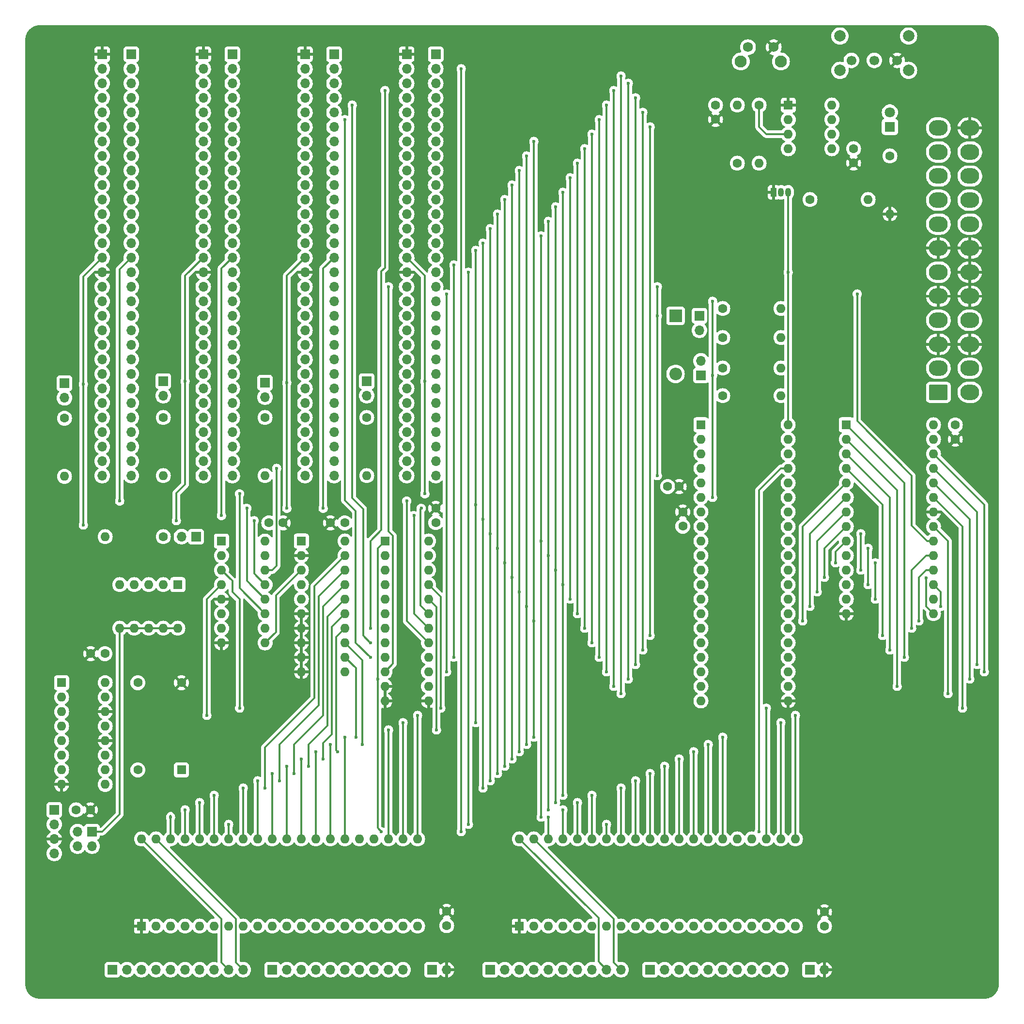
<source format=gbr>
%TF.GenerationSoftware,KiCad,Pcbnew,7.0.6*%
%TF.CreationDate,2023-07-08T17:29:01+08:00*%
%TF.ProjectId,MotherBoard,4d6f7468-6572-4426-9f61-72642e6b6963,rev?*%
%TF.SameCoordinates,PX10513f0PY11c7c20*%
%TF.FileFunction,Copper,L2,Bot*%
%TF.FilePolarity,Positive*%
%FSLAX46Y46*%
G04 Gerber Fmt 4.6, Leading zero omitted, Abs format (unit mm)*
G04 Created by KiCad (PCBNEW 7.0.6) date 2023-07-08 17:29:01*
%MOMM*%
%LPD*%
G01*
G04 APERTURE LIST*
G04 Aperture macros list*
%AMRoundRect*
0 Rectangle with rounded corners*
0 $1 Rounding radius*
0 $2 $3 $4 $5 $6 $7 $8 $9 X,Y pos of 4 corners*
0 Add a 4 corners polygon primitive as box body*
4,1,4,$2,$3,$4,$5,$6,$7,$8,$9,$2,$3,0*
0 Add four circle primitives for the rounded corners*
1,1,$1+$1,$2,$3*
1,1,$1+$1,$4,$5*
1,1,$1+$1,$6,$7*
1,1,$1+$1,$8,$9*
0 Add four rect primitives between the rounded corners*
20,1,$1+$1,$2,$3,$4,$5,0*
20,1,$1+$1,$4,$5,$6,$7,0*
20,1,$1+$1,$6,$7,$8,$9,0*
20,1,$1+$1,$8,$9,$2,$3,0*%
G04 Aperture macros list end*
%TA.AperFunction,ComponentPad*%
%ADD10C,1.600000*%
%TD*%
%TA.AperFunction,ComponentPad*%
%ADD11O,1.600000X1.600000*%
%TD*%
%TA.AperFunction,ComponentPad*%
%ADD12R,1.700000X1.700000*%
%TD*%
%TA.AperFunction,ComponentPad*%
%ADD13O,1.700000X1.700000*%
%TD*%
%TA.AperFunction,ComponentPad*%
%ADD14R,1.050000X1.500000*%
%TD*%
%TA.AperFunction,ComponentPad*%
%ADD15O,1.050000X1.500000*%
%TD*%
%TA.AperFunction,ComponentPad*%
%ADD16R,1.600000X1.600000*%
%TD*%
%TA.AperFunction,ComponentPad*%
%ADD17RoundRect,0.250001X1.399999X-1.099999X1.399999X1.099999X-1.399999X1.099999X-1.399999X-1.099999X0*%
%TD*%
%TA.AperFunction,ComponentPad*%
%ADD18O,3.300000X2.700000*%
%TD*%
%TA.AperFunction,ComponentPad*%
%ADD19C,2.000000*%
%TD*%
%TA.AperFunction,ComponentPad*%
%ADD20C,1.700000*%
%TD*%
%TA.AperFunction,ComponentPad*%
%ADD21R,2.200000X2.200000*%
%TD*%
%TA.AperFunction,ComponentPad*%
%ADD22O,2.200000X2.200000*%
%TD*%
%TA.AperFunction,ComponentPad*%
%ADD23R,1.800000X1.800000*%
%TD*%
%TA.AperFunction,ComponentPad*%
%ADD24C,1.800000*%
%TD*%
%TA.AperFunction,ComponentPad*%
%ADD25C,2.100000*%
%TD*%
%TA.AperFunction,ComponentPad*%
%ADD26C,1.750000*%
%TD*%
%TA.AperFunction,ViaPad*%
%ADD27C,0.600000*%
%TD*%
%TA.AperFunction,Conductor*%
%ADD28C,0.300000*%
%TD*%
G04 APERTURE END LIST*
D10*
%TO.P,R11,1*%
%TO.N,/North Bridge/RDY*%
X117840000Y-60690000D03*
D11*
%TO.P,R11,2*%
%TO.N,+5V*%
X128000000Y-60690000D03*
%TD*%
D10*
%TO.P,R5,1*%
%TO.N,Net-(U10-Q)*%
X124190000Y-9890000D03*
D11*
%TO.P,R5,2*%
%TO.N,Net-(Q1-B)*%
X124190000Y-20050000D03*
%TD*%
D10*
%TO.P,R9,1*%
%TO.N,Net-(J10-Pin_2)*%
X37830000Y-64500000D03*
D11*
%TO.P,R9,2*%
%TO.N,+5V*%
X37830000Y-74660000D03*
%TD*%
D12*
%TO.P,J5,1,Pin_1*%
%TO.N,/North Bridge/NMIB*%
X114030000Y-57139000D03*
D13*
%TO.P,J5,2,Pin_2*%
%TO.N,Net-(J5-Pin_2)*%
X114030000Y-54599000D03*
%TD*%
D14*
%TO.P,Q1,1,E*%
%TO.N,GND*%
X126730000Y-25130000D03*
D15*
%TO.P,Q1,2,B*%
%TO.N,Net-(Q1-B)*%
X128000000Y-25130000D03*
%TO.P,Q1,3,C*%
%TO.N,RESET*%
X129270000Y-25130000D03*
%TD*%
D12*
%TO.P,J7,1,Pin_1*%
%TO.N,/Ports/IRQ2B*%
X25765000Y-85328000D03*
D13*
%TO.P,J7,2,Pin_2*%
%TO.N,Net-(J7-Pin_2)*%
X23225000Y-85328000D03*
%TD*%
D16*
%TO.P,U6,1,OE*%
%TO.N,Net-(U6-OE)*%
X44180000Y-86090000D03*
D11*
%TO.P,U6,2,D0*%
%TO.N,GND*%
X44180000Y-88630000D03*
%TO.P,U6,3,D1*%
%TO.N,Net-(U5-S0)*%
X44180000Y-91170000D03*
%TO.P,U6,4,D2*%
%TO.N,Net-(U5-S1)*%
X44180000Y-93710000D03*
%TO.P,U6,5,D3*%
%TO.N,Net-(U5-S2)*%
X44180000Y-96250000D03*
%TO.P,U6,6,D4*%
%TO.N,GND*%
X44180000Y-98790000D03*
%TO.P,U6,7,D5*%
X44180000Y-101330000D03*
%TO.P,U6,8,D6*%
X44180000Y-103870000D03*
%TO.P,U6,9,D7*%
X44180000Y-106410000D03*
%TO.P,U6,10,GND*%
X44180000Y-108950000D03*
%TO.P,U6,11,Cp*%
%TO.N,CLOCK*%
X51800000Y-108950000D03*
%TO.P,U6,12,Q7*%
%TO.N,/GPIO/D7*%
X51800000Y-106410000D03*
%TO.P,U6,13,Q6*%
%TO.N,/GPIO/D6*%
X51800000Y-103870000D03*
%TO.P,U6,14,Q5*%
%TO.N,/GPIO/D5*%
X51800000Y-101330000D03*
%TO.P,U6,15,Q4*%
%TO.N,/GPIO/D4*%
X51800000Y-98790000D03*
%TO.P,U6,16,Q3*%
%TO.N,/GPIO/D3*%
X51800000Y-96250000D03*
%TO.P,U6,17,Q2*%
%TO.N,/GPIO/D2*%
X51800000Y-93710000D03*
%TO.P,U6,18,Q1*%
%TO.N,/GPIO/D1*%
X51800000Y-91170000D03*
%TO.P,U6,19,Q0*%
%TO.N,/GPIO/D0*%
X51800000Y-88630000D03*
%TO.P,U6,20,VCC*%
%TO.N,+5V*%
X51800000Y-86090000D03*
%TD*%
D10*
%TO.P,C10,1*%
%TO.N,+5V*%
X38485000Y-82915000D03*
%TO.P,C10,2*%
%TO.N,GND*%
X40985000Y-82915000D03*
%TD*%
D16*
%TO.P,U1,1,Q1*%
%TO.N,/4MHz*%
X2270000Y-110855000D03*
D11*
%TO.P,U1,2,Q2*%
%TO.N,/2MHz*%
X2270000Y-113395000D03*
%TO.P,U1,3,Q3*%
%TO.N,/1MHz*%
X2270000Y-115935000D03*
%TO.P,U1,4,Q4*%
%TO.N,unconnected-(U1-Q4-Pad4)*%
X2270000Y-118475000D03*
%TO.P,U1,5,Q5*%
%TO.N,unconnected-(U1-Q5-Pad5)*%
X2270000Y-121015000D03*
%TO.P,U1,6,Q6*%
%TO.N,unconnected-(U1-Q6-Pad6)*%
X2270000Y-123555000D03*
%TO.P,U1,7,Q7*%
%TO.N,unconnected-(U1-Q7-Pad7)*%
X2270000Y-126095000D03*
%TO.P,U1,8,GND*%
%TO.N,GND*%
X2270000Y-128635000D03*
%TO.P,U1,9,~{RCO}*%
%TO.N,unconnected-(U1-~{RCO}-Pad9)*%
X9890000Y-128635000D03*
%TO.P,U1,10,~{MRC}*%
%TO.N,+5V*%
X9890000Y-126095000D03*
%TO.P,U1,11,CPC*%
%TO.N,/16MHz*%
X9890000Y-123555000D03*
%TO.P,U1,12,~{CE}*%
%TO.N,GND*%
X9890000Y-121015000D03*
%TO.P,U1,13,CPR*%
%TO.N,/16MHz*%
X9890000Y-118475000D03*
%TO.P,U1,14,~{OE}*%
%TO.N,GND*%
X9890000Y-115935000D03*
%TO.P,U1,15,Q0*%
%TO.N,/8MHz*%
X9890000Y-113395000D03*
%TO.P,U1,16,VCC*%
%TO.N,+5V*%
X9890000Y-110855000D03*
%TD*%
D12*
%TO.P,J10,1,Pin_1*%
%TO.N,/Ports/IRQ5B*%
X37830000Y-58404000D03*
D13*
%TO.P,J10,2,Pin_2*%
%TO.N,Net-(J10-Pin_2)*%
X37830000Y-60944000D03*
%TD*%
D16*
%TO.P,U9,1,GND*%
%TO.N,GND*%
X82280000Y-153400000D03*
D11*
%TO.P,U9,2,PA0*%
%TO.N,PA20*%
X84820000Y-153400000D03*
%TO.P,U9,3,PA1*%
%TO.N,PA21*%
X87360000Y-153400000D03*
%TO.P,U9,4,PA2*%
%TO.N,PA22*%
X89900000Y-153400000D03*
%TO.P,U9,5,PA3*%
%TO.N,PA23*%
X92440000Y-153400000D03*
%TO.P,U9,6,PA4*%
%TO.N,PA24*%
X94980000Y-153400000D03*
%TO.P,U9,7,PA5*%
%TO.N,PA25*%
X97520000Y-153400000D03*
%TO.P,U9,8,PA6*%
%TO.N,PA26*%
X100060000Y-153400000D03*
%TO.P,U9,9,PA7*%
%TO.N,PA27*%
X102600000Y-153400000D03*
%TO.P,U9,10,PB0*%
%TO.N,PB20*%
X105140000Y-153400000D03*
%TO.P,U9,11,PB1*%
%TO.N,PB21*%
X107680000Y-153400000D03*
%TO.P,U9,12,PB2*%
%TO.N,PB22*%
X110220000Y-153400000D03*
%TO.P,U9,13,PB3*%
%TO.N,PB23*%
X112760000Y-153400000D03*
%TO.P,U9,14,PB4*%
%TO.N,PB24*%
X115300000Y-153400000D03*
%TO.P,U9,15,PB5*%
%TO.N,PB25*%
X117840000Y-153400000D03*
%TO.P,U9,16,PB6*%
%TO.N,PB26*%
X120380000Y-153400000D03*
%TO.P,U9,17,PB7*%
%TO.N,PB27*%
X122920000Y-153400000D03*
%TO.P,U9,18,CB1*%
%TO.N,CB21*%
X125460000Y-153400000D03*
%TO.P,U9,19,CB2*%
%TO.N,CB22*%
X128000000Y-153400000D03*
%TO.P,U9,20,VCC*%
%TO.N,+5V*%
X130540000Y-153400000D03*
%TO.P,U9,21,~{IRQ}*%
%TO.N,/GPIO/IRQ1B*%
X130540000Y-138160000D03*
%TO.P,U9,22,R/~{W}*%
%TO.N,/GPIO/RW*%
X128000000Y-138160000D03*
%TO.P,U9,23,~{CS2}*%
%TO.N,/GPIO/CIA2CSB*%
X125460000Y-138160000D03*
%TO.P,U9,24,CS1*%
%TO.N,+5V*%
X122920000Y-138160000D03*
%TO.P,U9,25,PHI2*%
%TO.N,CLOCK*%
X120380000Y-138160000D03*
%TO.P,U9,26,D7*%
%TO.N,/GPIO/D7*%
X117840000Y-138160000D03*
%TO.P,U9,27,D6*%
%TO.N,/GPIO/D6*%
X115300000Y-138160000D03*
%TO.P,U9,28,D5*%
%TO.N,/GPIO/D5*%
X112760000Y-138160000D03*
%TO.P,U9,29,D4*%
%TO.N,/GPIO/D4*%
X110220000Y-138160000D03*
%TO.P,U9,30,D3*%
%TO.N,/GPIO/D3*%
X107680000Y-138160000D03*
%TO.P,U9,31,D2*%
%TO.N,/GPIO/D2*%
X105140000Y-138160000D03*
%TO.P,U9,32,D1*%
%TO.N,/GPIO/D1*%
X102600000Y-138160000D03*
%TO.P,U9,33,D0*%
%TO.N,/GPIO/D0*%
X100060000Y-138160000D03*
%TO.P,U9,34,~{RESET}*%
%TO.N,RESET*%
X97520000Y-138160000D03*
%TO.P,U9,35,RS3*%
%TO.N,/GPIO/A3*%
X94980000Y-138160000D03*
%TO.P,U9,36,RS2*%
%TO.N,/GPIO/A2*%
X92440000Y-138160000D03*
%TO.P,U9,37,RS1*%
%TO.N,/GPIO/A1*%
X89900000Y-138160000D03*
%TO.P,U9,38,RS0*%
%TO.N,/GPIO/A0*%
X87360000Y-138160000D03*
%TO.P,U9,39,CA2*%
%TO.N,CA22*%
X84820000Y-138160000D03*
%TO.P,U9,40,CA1*%
%TO.N,CA21*%
X82280000Y-138160000D03*
%TD*%
D12*
%TO.P,J4,1,Pin_1*%
%TO.N,RESET*%
X1000000Y-133080000D03*
D13*
%TO.P,J4,2,Pin_2*%
%TO.N,ECLOCK*%
X1000000Y-135620000D03*
%TO.P,J4,3,Pin_3*%
%TO.N,GND*%
X1000000Y-138160000D03*
%TO.P,J4,4,Pin_4*%
%TO.N,+5V*%
X1000000Y-140700000D03*
%TD*%
D12*
%TO.P,J19,1,Pin_1*%
%TO.N,PA10*%
X11160000Y-161020000D03*
D13*
%TO.P,J19,2,Pin_2*%
%TO.N,PA11*%
X13700000Y-161020000D03*
%TO.P,J19,3,Pin_3*%
%TO.N,PA12*%
X16240000Y-161020000D03*
%TO.P,J19,4,Pin_4*%
%TO.N,PA13*%
X18780000Y-161020000D03*
%TO.P,J19,5,Pin_5*%
%TO.N,PA14*%
X21320000Y-161020000D03*
%TO.P,J19,6,Pin_6*%
%TO.N,PA15*%
X23860000Y-161020000D03*
%TO.P,J19,7,Pin_7*%
%TO.N,PA16*%
X26400000Y-161020000D03*
%TO.P,J19,8,Pin_8*%
%TO.N,PA17*%
X28940000Y-161020000D03*
%TO.P,J19,9,Pin_9*%
%TO.N,CA11*%
X31480000Y-161020000D03*
%TO.P,J19,10,Pin_10*%
%TO.N,CA12*%
X34020000Y-161020000D03*
%TD*%
D10*
%TO.P,C8,1*%
%TO.N,+5V*%
X67675000Y-82875000D03*
%TO.P,C8,2*%
%TO.N,GND*%
X67675000Y-80375000D03*
%TD*%
D16*
%TO.P,U7,1,CLK*%
%TO.N,CLOCK*%
X58795000Y-86085000D03*
D11*
%TO.P,U7,2,I0*%
%TO.N,/GPIO/A15*%
X58795000Y-88625000D03*
%TO.P,U7,3,I1*%
%TO.N,/GPIO/A14*%
X58795000Y-91165000D03*
%TO.P,U7,4,I2*%
%TO.N,/GPIO/A13*%
X58795000Y-93705000D03*
%TO.P,U7,5,I3*%
%TO.N,/GPIO/A12*%
X58795000Y-96245000D03*
%TO.P,U7,6,I4*%
%TO.N,/GPIO/A11*%
X58795000Y-98785000D03*
%TO.P,U7,7,I5*%
%TO.N,/GPIO/A10*%
X58795000Y-101325000D03*
%TO.P,U7,8,I6*%
%TO.N,/GPIO/A9*%
X58795000Y-103865000D03*
%TO.P,U7,9,I7*%
%TO.N,/GPIO/A8*%
X58795000Y-106405000D03*
%TO.P,U7,10,I8*%
%TO.N,/North Bridge/DMAB*%
X58795000Y-108945000D03*
%TO.P,U7,11,I9*%
%TO.N,GND*%
X58795000Y-111485000D03*
%TO.P,U7,12,GND*%
X58795000Y-114025000D03*
%TO.P,U7,13,~{OE}*%
X66415000Y-114025000D03*
%TO.P,U7,14,O9*%
%TO.N,unconnected-(U7-O9-Pad14)*%
X66415000Y-111485000D03*
%TO.P,U7,15,O8*%
%TO.N,/North Bridge/RAMCSB*%
X66415000Y-108945000D03*
%TO.P,U7,16,O7*%
%TO.N,/Ports/ROMCSB*%
X66415000Y-106405000D03*
%TO.P,U7,17,O6*%
%TO.N,/Ports/PORT1CSB*%
X66415000Y-103865000D03*
%TO.P,U7,18,O5*%
%TO.N,/Ports/PORT2CSB*%
X66415000Y-101325000D03*
%TO.P,U7,19,O4*%
%TO.N,/Ports/PORT3CSB*%
X66415000Y-98785000D03*
%TO.P,U7,20,O3*%
%TO.N,/GPIO/CIA1CSB*%
X66415000Y-96245000D03*
%TO.P,U7,21,O2*%
%TO.N,/GPIO/CIA2CSB*%
X66415000Y-93705000D03*
%TO.P,U7,22,O1*%
%TO.N,/Ports/USRCSB*%
X66415000Y-91165000D03*
%TO.P,U7,23,O0*%
%TO.N,Net-(U6-OE)*%
X66415000Y-88625000D03*
%TO.P,U7,24,VCC*%
%TO.N,+5V*%
X66415000Y-86085000D03*
%TD*%
D10*
%TO.P,C1,1*%
%TO.N,+5V*%
X9850000Y-105775000D03*
%TO.P,C1,2*%
%TO.N,GND*%
X7350000Y-105775000D03*
%TD*%
%TO.P,R2,1*%
%TO.N,Net-(J5-Pin_2)*%
X117840000Y-55864000D03*
D11*
%TO.P,R2,2*%
%TO.N,+5V*%
X128000000Y-55864000D03*
%TD*%
D17*
%TO.P,J25,1,+3.3V*%
%TO.N,unconnected-(J25-+3.3V-Pad1)*%
X155520000Y-60100000D03*
D18*
%TO.P,J25,2,+3.3V*%
X155520000Y-55900000D03*
%TO.P,J25,3,GND*%
%TO.N,GND*%
X155520000Y-51700000D03*
%TO.P,J25,4,+5V*%
%TO.N,+5V*%
X155520000Y-47500000D03*
%TO.P,J25,5,GND*%
%TO.N,GND*%
X155520000Y-43300000D03*
%TO.P,J25,6,+5V*%
%TO.N,+5V*%
X155520000Y-39100000D03*
%TO.P,J25,7,GND*%
%TO.N,GND*%
X155520000Y-34900000D03*
%TO.P,J25,8,PWR_OK*%
%TO.N,PWR_OK*%
X155520000Y-30700000D03*
%TO.P,J25,9,+5VSB*%
%TO.N,unconnected-(J25-+5VSB-Pad9)*%
X155520000Y-26500000D03*
%TO.P,J25,10,+12V*%
%TO.N,unconnected-(J25-+12V-Pad10)*%
X155520000Y-22300000D03*
%TO.P,J25,11,+12V*%
X155520000Y-18100000D03*
%TO.P,J25,12,+3.3V*%
%TO.N,unconnected-(J25-+3.3V-Pad1)*%
X155520000Y-13900000D03*
%TO.P,J25,13,+3.3V*%
X161020000Y-60100000D03*
%TO.P,J25,14,-12V*%
%TO.N,unconnected-(J25--12V-Pad14)*%
X161020000Y-55900000D03*
%TO.P,J25,15,GND*%
%TO.N,GND*%
X161020000Y-51700000D03*
%TO.P,J25,16,PS_ON#*%
%TO.N,Net-(J25-PS_ON#)*%
X161020000Y-47500000D03*
%TO.P,J25,17,GND*%
%TO.N,GND*%
X161020000Y-43300000D03*
%TO.P,J25,18,GND*%
X161020000Y-39100000D03*
%TO.P,J25,19,GND*%
X161020000Y-34900000D03*
%TO.P,J25,20,NC*%
%TO.N,unconnected-(J25-NC-Pad20)*%
X161020000Y-30700000D03*
%TO.P,J25,21,+5V*%
%TO.N,+5V*%
X161020000Y-26500000D03*
%TO.P,J25,22,+5V*%
X161020000Y-22300000D03*
%TO.P,J25,23,+5V*%
X161020000Y-18100000D03*
%TO.P,J25,24,GND*%
%TO.N,GND*%
X161020000Y-13900000D03*
%TD*%
D16*
%TO.P,SW1,1*%
%TO.N,/16MHz*%
X22590000Y-93710000D03*
D11*
%TO.P,SW1,2*%
%TO.N,/8MHz*%
X20050000Y-93710000D03*
%TO.P,SW1,3*%
%TO.N,/4MHz*%
X17510000Y-93710000D03*
%TO.P,SW1,4*%
%TO.N,/2MHz*%
X14970000Y-93710000D03*
%TO.P,SW1,5*%
%TO.N,/1MHz*%
X12430000Y-93710000D03*
%TO.P,SW1,6*%
%TO.N,Net-(J3-Pin_1)*%
X12430000Y-101330000D03*
%TO.P,SW1,7*%
X14970000Y-101330000D03*
%TO.P,SW1,8*%
X17510000Y-101330000D03*
%TO.P,SW1,9*%
X20050000Y-101330000D03*
%TO.P,SW1,10*%
X22590000Y-101330000D03*
%TD*%
D12*
%TO.P,J8,1,Pin_1*%
%TO.N,/Ports/IRQ3B*%
X2778000Y-58531000D03*
D13*
%TO.P,J8,2,Pin_2*%
%TO.N,Net-(J8-Pin_2)*%
X2778000Y-61071000D03*
%TD*%
D10*
%TO.P,C5,1*%
%TO.N,+5V*%
X108220000Y-76565000D03*
%TO.P,C5,2*%
%TO.N,GND*%
X110220000Y-76565000D03*
%TD*%
%TO.P,C9,1*%
%TO.N,+5V*%
X51760000Y-82915000D03*
%TO.P,C9,2*%
%TO.N,GND*%
X49260000Y-82915000D03*
%TD*%
D12*
%TO.P,J14,1,Pin_1*%
%TO.N,GND*%
X9382000Y-1000000D03*
%TO.P,J14,2,Pin_2*%
%TO.N,+5V*%
X14462000Y-1000000D03*
D13*
%TO.P,J14,3,Pin_3*%
%TO.N,/GPIO/A11*%
X9382000Y-3540000D03*
%TO.P,J14,4,Pin_4*%
%TO.N,CLOCK*%
X14462000Y-3540000D03*
%TO.P,J14,5,Pin_5*%
%TO.N,/GPIO/A10*%
X9382000Y-6080000D03*
%TO.P,J14,6,Pin_6*%
%TO.N,/GPIO/A12*%
X14462000Y-6080000D03*
%TO.P,J14,7,Pin_7*%
%TO.N,/GPIO/A9*%
X9382000Y-8620000D03*
%TO.P,J14,8,Pin_8*%
%TO.N,/GPIO/A13*%
X14462000Y-8620000D03*
%TO.P,J14,9,Pin_9*%
%TO.N,/GPIO/A8*%
X9382000Y-11160000D03*
%TO.P,J14,10,Pin_10*%
%TO.N,/GPIO/A14*%
X14462000Y-11160000D03*
%TO.P,J14,11,Pin_11*%
%TO.N,/GPIO/A7*%
X9382000Y-13700000D03*
%TO.P,J14,12,Pin_12*%
%TO.N,/GPIO/A15*%
X14462000Y-13700000D03*
%TO.P,J14,13,Pin_13*%
%TO.N,/GPIO/A6*%
X9382000Y-16240000D03*
%TO.P,J14,14,Pin_14*%
%TO.N,/GPIO/D7*%
X14462000Y-16240000D03*
%TO.P,J14,15,Pin_15*%
%TO.N,/GPIO/A5*%
X9382000Y-18780000D03*
%TO.P,J14,16,Pin_16*%
%TO.N,/GPIO/D6*%
X14462000Y-18780000D03*
%TO.P,J14,17,Pin_17*%
%TO.N,/GPIO/A4*%
X9382000Y-21320000D03*
%TO.P,J14,18,Pin_18*%
%TO.N,/GPIO/D5*%
X14462000Y-21320000D03*
%TO.P,J14,19,Pin_19*%
%TO.N,/GPIO/A3*%
X9382000Y-23860000D03*
%TO.P,J14,20,Pin_20*%
%TO.N,/GPIO/D4*%
X14462000Y-23860000D03*
%TO.P,J14,21,Pin_21*%
%TO.N,/GPIO/A2*%
X9382000Y-26400000D03*
%TO.P,J14,22,Pin_22*%
%TO.N,/GPIO/D3*%
X14462000Y-26400000D03*
%TO.P,J14,23,Pin_23*%
%TO.N,/GPIO/A1*%
X9382000Y-28940000D03*
%TO.P,J14,24,Pin_24*%
%TO.N,/GPIO/D2*%
X14462000Y-28940000D03*
%TO.P,J14,25,Pin_25*%
%TO.N,/GPIO/A0*%
X9382000Y-31480000D03*
%TO.P,J14,26,Pin_26*%
%TO.N,/GPIO/D1*%
X14462000Y-31480000D03*
%TO.P,J14,27,Pin_27*%
%TO.N,/GPIO/RW*%
X9382000Y-34020000D03*
%TO.P,J14,28,Pin_28*%
%TO.N,/GPIO/D0*%
X14462000Y-34020000D03*
%TO.P,J14,29,Pin_29*%
%TO.N,/Ports/IRQ3B*%
X9382000Y-36560000D03*
%TO.P,J14,30,Pin_30*%
%TO.N,/Ports/PORT1CSB*%
X14462000Y-36560000D03*
%TO.P,J14,31,Pin_31*%
%TO.N,GND*%
X9382000Y-39100000D03*
%TO.P,J14,32,Pin_32*%
%TO.N,RESET*%
X14462000Y-39100000D03*
%TO.P,J14,33,Pin_33*%
%TO.N,/North Bridge/RAMCSB*%
X9382000Y-41640000D03*
%TO.P,J14,34,Pin_34*%
%TO.N,/North Bridge/DMAB*%
X14462000Y-41640000D03*
%TO.P,J14,35,Pin_35*%
%TO.N,unconnected-(J14-Pin_35-Pad35)*%
X9382000Y-44180000D03*
%TO.P,J14,36,Pin_36*%
%TO.N,/North Bridge/NMIB*%
X14462000Y-44180000D03*
%TO.P,J14,37,Pin_37*%
%TO.N,unconnected-(J14-Pin_37-Pad37)*%
X9382000Y-46720000D03*
%TO.P,J14,38,Pin_38*%
%TO.N,unconnected-(J14-Pin_38-Pad38)*%
X14462000Y-46720000D03*
%TO.P,J14,39,Pin_39*%
%TO.N,unconnected-(J14-Pin_39-Pad39)*%
X9382000Y-49260000D03*
%TO.P,J14,40,Pin_40*%
%TO.N,unconnected-(J14-Pin_40-Pad40)*%
X14462000Y-49260000D03*
%TO.P,J14,41,Pin_41*%
%TO.N,unconnected-(J14-Pin_41-Pad41)*%
X9382000Y-51800000D03*
%TO.P,J14,42,Pin_42*%
%TO.N,unconnected-(J14-Pin_42-Pad42)*%
X14462000Y-51800000D03*
%TO.P,J14,43,Pin_43*%
%TO.N,unconnected-(J14-Pin_43-Pad43)*%
X9382000Y-54340000D03*
%TO.P,J14,44,Pin_44*%
%TO.N,unconnected-(J14-Pin_44-Pad44)*%
X14462000Y-54340000D03*
%TO.P,J14,45,Pin_45*%
%TO.N,unconnected-(J14-Pin_45-Pad45)*%
X9382000Y-56880000D03*
%TO.P,J14,46,Pin_46*%
%TO.N,unconnected-(J14-Pin_46-Pad46)*%
X14462000Y-56880000D03*
%TO.P,J14,47,Pin_47*%
%TO.N,unconnected-(J14-Pin_47-Pad47)*%
X9382000Y-59420000D03*
%TO.P,J14,48,Pin_48*%
%TO.N,unconnected-(J14-Pin_48-Pad48)*%
X14462000Y-59420000D03*
%TO.P,J14,49,Pin_49*%
%TO.N,unconnected-(J14-Pin_49-Pad49)*%
X9382000Y-61960000D03*
%TO.P,J14,50,Pin_50*%
%TO.N,unconnected-(J14-Pin_50-Pad50)*%
X14462000Y-61960000D03*
%TO.P,J14,51,Pin_51*%
%TO.N,unconnected-(J14-Pin_51-Pad51)*%
X9382000Y-64500000D03*
%TO.P,J14,52,Pin_52*%
%TO.N,unconnected-(J14-Pin_52-Pad52)*%
X14462000Y-64500000D03*
%TO.P,J14,53,Pin_53*%
%TO.N,unconnected-(J14-Pin_53-Pad53)*%
X9382000Y-67040000D03*
%TO.P,J14,54,Pin_54*%
%TO.N,unconnected-(J14-Pin_54-Pad54)*%
X14462000Y-67040000D03*
%TO.P,J14,55,Pin_55*%
%TO.N,unconnected-(J14-Pin_55-Pad55)*%
X9382000Y-69580000D03*
%TO.P,J14,56,Pin_56*%
%TO.N,unconnected-(J14-Pin_56-Pad56)*%
X14462000Y-69580000D03*
%TO.P,J14,57,Pin_57*%
%TO.N,unconnected-(J14-Pin_57-Pad57)*%
X9382000Y-72120000D03*
%TO.P,J14,58,Pin_58*%
%TO.N,unconnected-(J14-Pin_58-Pad58)*%
X14462000Y-72120000D03*
%TO.P,J14,59,Pin_59*%
%TO.N,+5V*%
X9382000Y-74660000D03*
%TO.P,J14,60,Pin_60*%
%TO.N,unconnected-(J14-Pin_60-Pad60)*%
X14462000Y-74660000D03*
%TD*%
D16*
%TO.P,U4,1,~{VP}*%
%TO.N,unconnected-(U4-~{VP}-Pad1)*%
X114025000Y-65775000D03*
D11*
%TO.P,U4,2,RDY*%
%TO.N,/North Bridge/RDY*%
X114025000Y-68315000D03*
%TO.P,U4,3,PHI1out*%
%TO.N,unconnected-(U4-PHI1out-Pad3)*%
X114025000Y-70855000D03*
%TO.P,U4,4,~{IRQ}*%
%TO.N,/North Bridge/IRQB*%
X114025000Y-73395000D03*
%TO.P,U4,5,~{ML}*%
%TO.N,unconnected-(U4-~{ML}-Pad5)*%
X114025000Y-75935000D03*
%TO.P,U4,6,~{NMI}*%
%TO.N,/North Bridge/NMIB*%
X114025000Y-78475000D03*
%TO.P,U4,7,SYNC*%
%TO.N,unconnected-(U4-SYNC-Pad7)*%
X114025000Y-81015000D03*
%TO.P,U4,8,VCC*%
%TO.N,+5V*%
X114025000Y-83555000D03*
%TO.P,U4,9,A0*%
%TO.N,/GPIO/A0*%
X114025000Y-86095000D03*
%TO.P,U4,10,A1*%
%TO.N,/GPIO/A1*%
X114025000Y-88635000D03*
%TO.P,U4,11,A2*%
%TO.N,/GPIO/A2*%
X114025000Y-91175000D03*
%TO.P,U4,12,A3*%
%TO.N,/GPIO/A3*%
X114025000Y-93715000D03*
%TO.P,U4,13,A4*%
%TO.N,/GPIO/A4*%
X114025000Y-96255000D03*
%TO.P,U4,14,A5*%
%TO.N,/GPIO/A5*%
X114025000Y-98795000D03*
%TO.P,U4,15,A6*%
%TO.N,/GPIO/A6*%
X114025000Y-101335000D03*
%TO.P,U4,16,A7*%
%TO.N,/GPIO/A7*%
X114025000Y-103875000D03*
%TO.P,U4,17,A8*%
%TO.N,/GPIO/A8*%
X114025000Y-106415000D03*
%TO.P,U4,18,A9*%
%TO.N,/GPIO/A9*%
X114025000Y-108955000D03*
%TO.P,U4,19,A10*%
%TO.N,/GPIO/A10*%
X114025000Y-111495000D03*
%TO.P,U4,20,A11*%
%TO.N,/GPIO/A11*%
X114025000Y-114035000D03*
%TO.P,U4,21,GND*%
%TO.N,GND*%
X129265000Y-114035000D03*
%TO.P,U4,22,A12*%
%TO.N,/GPIO/A12*%
X129265000Y-111495000D03*
%TO.P,U4,23,A13*%
%TO.N,/GPIO/A13*%
X129265000Y-108955000D03*
%TO.P,U4,24,A14*%
%TO.N,/GPIO/A14*%
X129265000Y-106415000D03*
%TO.P,U4,25,A15*%
%TO.N,/GPIO/A15*%
X129265000Y-103875000D03*
%TO.P,U4,26,D7*%
%TO.N,/GPIO/D7*%
X129265000Y-101335000D03*
%TO.P,U4,27,D6*%
%TO.N,/GPIO/D6*%
X129265000Y-98795000D03*
%TO.P,U4,28,D5*%
%TO.N,/GPIO/D5*%
X129265000Y-96255000D03*
%TO.P,U4,29,D4*%
%TO.N,/GPIO/D4*%
X129265000Y-93715000D03*
%TO.P,U4,30,D3*%
%TO.N,/GPIO/D3*%
X129265000Y-91175000D03*
%TO.P,U4,31,D2*%
%TO.N,/GPIO/D2*%
X129265000Y-88635000D03*
%TO.P,U4,32,D1*%
%TO.N,/GPIO/D1*%
X129265000Y-86095000D03*
%TO.P,U4,33,D0*%
%TO.N,/GPIO/D0*%
X129265000Y-83555000D03*
%TO.P,U4,34,R/~{W}*%
%TO.N,/GPIO/RW*%
X129265000Y-81015000D03*
%TO.P,U4,35,NC*%
%TO.N,unconnected-(U4-NC-Pad35)*%
X129265000Y-78475000D03*
%TO.P,U4,36,BE*%
%TO.N,/North Bridge/DMAB*%
X129265000Y-75935000D03*
%TO.P,U4,37,PHI2*%
%TO.N,CLOCK*%
X129265000Y-73395000D03*
%TO.P,U4,38,~{SO}*%
%TO.N,/North Bridge/SOB*%
X129265000Y-70855000D03*
%TO.P,U4,39,PHI2out*%
%TO.N,unconnected-(U4-PHI2out-Pad39)*%
X129265000Y-68315000D03*
%TO.P,U4,40,~{RESET}*%
%TO.N,RESET*%
X129265000Y-65775000D03*
%TD*%
D10*
%TO.P,C13,1*%
%TO.N,RESET*%
X4810000Y-133080000D03*
%TO.P,C13,2*%
%TO.N,GND*%
X7310000Y-133080000D03*
%TD*%
D16*
%TO.P,U10,1,GND*%
%TO.N,GND*%
X129280000Y-9900000D03*
D11*
%TO.P,U10,2,TR*%
%TO.N,Net-(U10-THR)*%
X129280000Y-12440000D03*
%TO.P,U10,3,Q*%
%TO.N,Net-(U10-Q)*%
X129280000Y-14980000D03*
%TO.P,U10,4,R*%
%TO.N,+5V*%
X129280000Y-17520000D03*
%TO.P,U10,5,CV*%
%TO.N,Net-(U10-CV)*%
X136900000Y-17520000D03*
%TO.P,U10,6,THR*%
%TO.N,Net-(U10-THR)*%
X136900000Y-14980000D03*
%TO.P,U10,7,DIS*%
%TO.N,unconnected-(U10-DIS-Pad7)*%
X136900000Y-12440000D03*
%TO.P,U10,8,VCC*%
%TO.N,+5V*%
X136900000Y-9900000D03*
%TD*%
D12*
%TO.P,J20,1,Pin_1*%
%TO.N,PB10*%
X39100000Y-161020000D03*
D13*
%TO.P,J20,2,Pin_2*%
%TO.N,PB11*%
X41640000Y-161020000D03*
%TO.P,J20,3,Pin_3*%
%TO.N,PB12*%
X44180000Y-161020000D03*
%TO.P,J20,4,Pin_4*%
%TO.N,PB13*%
X46720000Y-161020000D03*
%TO.P,J20,5,Pin_5*%
%TO.N,PB14*%
X49260000Y-161020000D03*
%TO.P,J20,6,Pin_6*%
%TO.N,PB15*%
X51800000Y-161020000D03*
%TO.P,J20,7,Pin_7*%
%TO.N,PB16*%
X54340000Y-161020000D03*
%TO.P,J20,8,Pin_8*%
%TO.N,PB17*%
X56880000Y-161020000D03*
%TO.P,J20,9,Pin_9*%
%TO.N,CB11*%
X59420000Y-161020000D03*
%TO.P,J20,10,Pin_10*%
%TO.N,CB12*%
X61960000Y-161020000D03*
%TD*%
D12*
%TO.P,J21,1,Pin_1*%
%TO.N,+5V*%
X67040000Y-161020000D03*
D13*
%TO.P,J21,2,Pin_2*%
%TO.N,GND*%
X69580000Y-161020000D03*
%TD*%
D16*
%TO.P,X1,1,NC*%
%TO.N,unconnected-(X1-NC-Pad1)*%
X23225000Y-126095000D03*
D10*
%TO.P,X1,7,GND*%
%TO.N,GND*%
X23225000Y-110855000D03*
%TO.P,X1,8,OUT*%
%TO.N,/16MHz*%
X15605000Y-110855000D03*
%TO.P,X1,14,Vcc*%
%TO.N,+5V*%
X15605000Y-126095000D03*
%TD*%
%TO.P,C12,1*%
%TO.N,+5V*%
X135620000Y-153400000D03*
%TO.P,C12,2*%
%TO.N,GND*%
X135620000Y-150900000D03*
%TD*%
D12*
%TO.P,J11,1,Pin_1*%
%TO.N,/Ports/IRQ4B*%
X20050000Y-58145000D03*
D13*
%TO.P,J11,2,Pin_2*%
%TO.N,Net-(J11-Pin_2)*%
X20050000Y-60685000D03*
%TD*%
D10*
%TO.P,C14,1*%
%TO.N,Net-(U10-CV)*%
X140700000Y-17510000D03*
%TO.P,C14,2*%
%TO.N,GND*%
X140700000Y-20010000D03*
%TD*%
%TO.P,R8,1*%
%TO.N,Net-(J9-Pin_2)*%
X55610000Y-64500000D03*
D11*
%TO.P,R8,2*%
%TO.N,+5V*%
X55610000Y-74660000D03*
%TD*%
D12*
%TO.P,J24,1,Pin_1*%
%TO.N,+5V*%
X133080000Y-161020000D03*
D13*
%TO.P,J24,2,Pin_2*%
%TO.N,GND*%
X135620000Y-161020000D03*
%TD*%
D12*
%TO.P,J9,1,Pin_1*%
%TO.N,/Ports/IRQ6B*%
X55610000Y-58145000D03*
D13*
%TO.P,J9,2,Pin_2*%
%TO.N,Net-(J9-Pin_2)*%
X55610000Y-60685000D03*
%TD*%
D10*
%TO.P,R7,1*%
%TO.N,Net-(J8-Pin_2)*%
X2778000Y-64632000D03*
D11*
%TO.P,R7,2*%
%TO.N,+5V*%
X2778000Y-74792000D03*
%TD*%
D19*
%TO.P,SW2,*%
%TO.N,*%
X150320000Y-3825000D03*
X150320000Y2175000D03*
X138320000Y-3825000D03*
X138320000Y2175000D03*
D20*
%TO.P,SW2,1,A*%
%TO.N,GND*%
X148320000Y-2075000D03*
%TO.P,SW2,2,B*%
%TO.N,Net-(J25-PS_ON#)*%
X144320000Y-2075000D03*
%TO.P,SW2,3*%
%TO.N,N/C*%
X140320000Y-2075000D03*
%TD*%
D16*
%TO.P,U3,1,A14*%
%TO.N,/GPIO/A14*%
X139430000Y-65770000D03*
D11*
%TO.P,U3,2,A12*%
%TO.N,/GPIO/A12*%
X139430000Y-68310000D03*
%TO.P,U3,3,A7*%
%TO.N,/GPIO/A7*%
X139430000Y-70850000D03*
%TO.P,U3,4,A6*%
%TO.N,/GPIO/A6*%
X139430000Y-73390000D03*
%TO.P,U3,5,A5*%
%TO.N,/GPIO/A5*%
X139430000Y-75930000D03*
%TO.P,U3,6,A4*%
%TO.N,/GPIO/A4*%
X139430000Y-78470000D03*
%TO.P,U3,7,A3*%
%TO.N,/GPIO/A3*%
X139430000Y-81010000D03*
%TO.P,U3,8,A2*%
%TO.N,/GPIO/A2*%
X139430000Y-83550000D03*
%TO.P,U3,9,A1*%
%TO.N,/GPIO/A1*%
X139430000Y-86090000D03*
%TO.P,U3,10,A0*%
%TO.N,/GPIO/A0*%
X139430000Y-88630000D03*
%TO.P,U3,11,Q0*%
%TO.N,/GPIO/D0*%
X139430000Y-91170000D03*
%TO.P,U3,12,Q1*%
%TO.N,/GPIO/D1*%
X139430000Y-93710000D03*
%TO.P,U3,13,Q2*%
%TO.N,/GPIO/D2*%
X139430000Y-96250000D03*
%TO.P,U3,14,GND*%
%TO.N,GND*%
X139430000Y-98790000D03*
%TO.P,U3,15,Q3*%
%TO.N,/GPIO/D3*%
X154670000Y-98790000D03*
%TO.P,U3,16,Q4*%
%TO.N,/GPIO/D4*%
X154670000Y-96250000D03*
%TO.P,U3,17,Q5*%
%TO.N,/GPIO/D5*%
X154670000Y-93710000D03*
%TO.P,U3,18,Q6*%
%TO.N,/GPIO/D6*%
X154670000Y-91170000D03*
%TO.P,U3,19,Q7*%
%TO.N,/GPIO/D7*%
X154670000Y-88630000D03*
%TO.P,U3,20,~{CS}*%
%TO.N,/North Bridge/RAMCSB*%
X154670000Y-86090000D03*
%TO.P,U3,21,A10*%
%TO.N,/GPIO/A10*%
X154670000Y-83550000D03*
%TO.P,U3,22,~{OE}*%
%TO.N,GND*%
X154670000Y-81010000D03*
%TO.P,U3,23,A11*%
%TO.N,/GPIO/A11*%
X154670000Y-78470000D03*
%TO.P,U3,24,A9*%
%TO.N,/GPIO/A9*%
X154670000Y-75930000D03*
%TO.P,U3,25,A8*%
%TO.N,/GPIO/A8*%
X154670000Y-73390000D03*
%TO.P,U3,26,A13*%
%TO.N,/GPIO/A13*%
X154670000Y-70850000D03*
%TO.P,U3,27,~{WE}*%
%TO.N,/GPIO/RW*%
X154670000Y-68310000D03*
%TO.P,U3,28,VCC*%
%TO.N,+5V*%
X154670000Y-65770000D03*
%TD*%
D10*
%TO.P,R10,1*%
%TO.N,Net-(J11-Pin_2)*%
X20050000Y-64500000D03*
D11*
%TO.P,R10,2*%
%TO.N,+5V*%
X20050000Y-74660000D03*
%TD*%
D10*
%TO.P,C7,1*%
%TO.N,+5V*%
X158480000Y-65810000D03*
%TO.P,C7,2*%
%TO.N,GND*%
X158480000Y-68310000D03*
%TD*%
D12*
%TO.P,J6,1,Pin_1*%
%TO.N,/North Bridge/DMAB*%
X113776000Y-46715000D03*
D13*
%TO.P,J6,2,Pin_2*%
%TO.N,Net-(J6-Pin_2)*%
X113776000Y-49255000D03*
%TD*%
D10*
%TO.P,C11,1*%
%TO.N,+5V*%
X69580000Y-153320000D03*
%TO.P,C11,2*%
%TO.N,GND*%
X69580000Y-150820000D03*
%TD*%
D12*
%TO.P,J16,1,Pin_1*%
%TO.N,GND*%
X27035000Y-1000000D03*
%TO.P,J16,2,Pin_2*%
%TO.N,+5V*%
X32115000Y-1000000D03*
D13*
%TO.P,J16,3,Pin_3*%
%TO.N,/GPIO/A11*%
X27035000Y-3540000D03*
%TO.P,J16,4,Pin_4*%
%TO.N,CLOCK*%
X32115000Y-3540000D03*
%TO.P,J16,5,Pin_5*%
%TO.N,/GPIO/A10*%
X27035000Y-6080000D03*
%TO.P,J16,6,Pin_6*%
%TO.N,/GPIO/A12*%
X32115000Y-6080000D03*
%TO.P,J16,7,Pin_7*%
%TO.N,/GPIO/A9*%
X27035000Y-8620000D03*
%TO.P,J16,8,Pin_8*%
%TO.N,/GPIO/A13*%
X32115000Y-8620000D03*
%TO.P,J16,9,Pin_9*%
%TO.N,/GPIO/A8*%
X27035000Y-11160000D03*
%TO.P,J16,10,Pin_10*%
%TO.N,/GPIO/A14*%
X32115000Y-11160000D03*
%TO.P,J16,11,Pin_11*%
%TO.N,/GPIO/A7*%
X27035000Y-13700000D03*
%TO.P,J16,12,Pin_12*%
%TO.N,/GPIO/A15*%
X32115000Y-13700000D03*
%TO.P,J16,13,Pin_13*%
%TO.N,/GPIO/A6*%
X27035000Y-16240000D03*
%TO.P,J16,14,Pin_14*%
%TO.N,/GPIO/D7*%
X32115000Y-16240000D03*
%TO.P,J16,15,Pin_15*%
%TO.N,/GPIO/A5*%
X27035000Y-18780000D03*
%TO.P,J16,16,Pin_16*%
%TO.N,/GPIO/D6*%
X32115000Y-18780000D03*
%TO.P,J16,17,Pin_17*%
%TO.N,/GPIO/A4*%
X27035000Y-21320000D03*
%TO.P,J16,18,Pin_18*%
%TO.N,/GPIO/D5*%
X32115000Y-21320000D03*
%TO.P,J16,19,Pin_19*%
%TO.N,/GPIO/A3*%
X27035000Y-23860000D03*
%TO.P,J16,20,Pin_20*%
%TO.N,/GPIO/D4*%
X32115000Y-23860000D03*
%TO.P,J16,21,Pin_21*%
%TO.N,/GPIO/A2*%
X27035000Y-26400000D03*
%TO.P,J16,22,Pin_22*%
%TO.N,/GPIO/D3*%
X32115000Y-26400000D03*
%TO.P,J16,23,Pin_23*%
%TO.N,/GPIO/A1*%
X27035000Y-28940000D03*
%TO.P,J16,24,Pin_24*%
%TO.N,/GPIO/D2*%
X32115000Y-28940000D03*
%TO.P,J16,25,Pin_25*%
%TO.N,/GPIO/A0*%
X27035000Y-31480000D03*
%TO.P,J16,26,Pin_26*%
%TO.N,/GPIO/D1*%
X32115000Y-31480000D03*
%TO.P,J16,27,Pin_27*%
%TO.N,/GPIO/RW*%
X27035000Y-34020000D03*
%TO.P,J16,28,Pin_28*%
%TO.N,/GPIO/D0*%
X32115000Y-34020000D03*
%TO.P,J16,29,Pin_29*%
%TO.N,/Ports/IRQ4B*%
X27035000Y-36560000D03*
%TO.P,J16,30,Pin_30*%
%TO.N,/Ports/PORT2CSB*%
X32115000Y-36560000D03*
%TO.P,J16,31,Pin_31*%
%TO.N,GND*%
X27035000Y-39100000D03*
%TO.P,J16,32,Pin_32*%
%TO.N,RESET*%
X32115000Y-39100000D03*
%TO.P,J16,33,Pin_33*%
%TO.N,/North Bridge/RAMCSB*%
X27035000Y-41640000D03*
%TO.P,J16,34,Pin_34*%
%TO.N,/North Bridge/DMAB*%
X32115000Y-41640000D03*
%TO.P,J16,35,Pin_35*%
%TO.N,unconnected-(J16-Pin_35-Pad35)*%
X27035000Y-44180000D03*
%TO.P,J16,36,Pin_36*%
%TO.N,/North Bridge/NMIB*%
X32115000Y-44180000D03*
%TO.P,J16,37,Pin_37*%
%TO.N,unconnected-(J16-Pin_37-Pad37)*%
X27035000Y-46720000D03*
%TO.P,J16,38,Pin_38*%
%TO.N,unconnected-(J16-Pin_38-Pad38)*%
X32115000Y-46720000D03*
%TO.P,J16,39,Pin_39*%
%TO.N,unconnected-(J16-Pin_39-Pad39)*%
X27035000Y-49260000D03*
%TO.P,J16,40,Pin_40*%
%TO.N,unconnected-(J16-Pin_40-Pad40)*%
X32115000Y-49260000D03*
%TO.P,J16,41,Pin_41*%
%TO.N,unconnected-(J16-Pin_41-Pad41)*%
X27035000Y-51800000D03*
%TO.P,J16,42,Pin_42*%
%TO.N,unconnected-(J16-Pin_42-Pad42)*%
X32115000Y-51800000D03*
%TO.P,J16,43,Pin_43*%
%TO.N,unconnected-(J16-Pin_43-Pad43)*%
X27035000Y-54340000D03*
%TO.P,J16,44,Pin_44*%
%TO.N,unconnected-(J16-Pin_44-Pad44)*%
X32115000Y-54340000D03*
%TO.P,J16,45,Pin_45*%
%TO.N,unconnected-(J16-Pin_45-Pad45)*%
X27035000Y-56880000D03*
%TO.P,J16,46,Pin_46*%
%TO.N,unconnected-(J16-Pin_46-Pad46)*%
X32115000Y-56880000D03*
%TO.P,J16,47,Pin_47*%
%TO.N,unconnected-(J16-Pin_47-Pad47)*%
X27035000Y-59420000D03*
%TO.P,J16,48,Pin_48*%
%TO.N,unconnected-(J16-Pin_48-Pad48)*%
X32115000Y-59420000D03*
%TO.P,J16,49,Pin_49*%
%TO.N,unconnected-(J16-Pin_49-Pad49)*%
X27035000Y-61960000D03*
%TO.P,J16,50,Pin_50*%
%TO.N,unconnected-(J16-Pin_50-Pad50)*%
X32115000Y-61960000D03*
%TO.P,J16,51,Pin_51*%
%TO.N,unconnected-(J16-Pin_51-Pad51)*%
X27035000Y-64500000D03*
%TO.P,J16,52,Pin_52*%
%TO.N,unconnected-(J16-Pin_52-Pad52)*%
X32115000Y-64500000D03*
%TO.P,J16,53,Pin_53*%
%TO.N,unconnected-(J16-Pin_53-Pad53)*%
X27035000Y-67040000D03*
%TO.P,J16,54,Pin_54*%
%TO.N,unconnected-(J16-Pin_54-Pad54)*%
X32115000Y-67040000D03*
%TO.P,J16,55,Pin_55*%
%TO.N,unconnected-(J16-Pin_55-Pad55)*%
X27035000Y-69580000D03*
%TO.P,J16,56,Pin_56*%
%TO.N,unconnected-(J16-Pin_56-Pad56)*%
X32115000Y-69580000D03*
%TO.P,J16,57,Pin_57*%
%TO.N,unconnected-(J16-Pin_57-Pad57)*%
X27035000Y-72120000D03*
%TO.P,J16,58,Pin_58*%
%TO.N,unconnected-(J16-Pin_58-Pad58)*%
X32115000Y-72120000D03*
%TO.P,J16,59,Pin_59*%
%TO.N,+5V*%
X27035000Y-74660000D03*
%TO.P,J16,60,Pin_60*%
%TO.N,unconnected-(J16-Pin_60-Pad60)*%
X32115000Y-74660000D03*
%TD*%
D10*
%TO.P,R4,1*%
%TO.N,Net-(J6-Pin_2)*%
X117840000Y-50530000D03*
D11*
%TO.P,R4,2*%
%TO.N,+5V*%
X128000000Y-50530000D03*
%TD*%
D16*
%TO.P,U8,1,GND*%
%TO.N,GND*%
X16240000Y-153400000D03*
D11*
%TO.P,U8,2,PA0*%
%TO.N,PA10*%
X18780000Y-153400000D03*
%TO.P,U8,3,PA1*%
%TO.N,PA11*%
X21320000Y-153400000D03*
%TO.P,U8,4,PA2*%
%TO.N,PA12*%
X23860000Y-153400000D03*
%TO.P,U8,5,PA3*%
%TO.N,PA13*%
X26400000Y-153400000D03*
%TO.P,U8,6,PA4*%
%TO.N,PA14*%
X28940000Y-153400000D03*
%TO.P,U8,7,PA5*%
%TO.N,PA15*%
X31480000Y-153400000D03*
%TO.P,U8,8,PA6*%
%TO.N,PA16*%
X34020000Y-153400000D03*
%TO.P,U8,9,PA7*%
%TO.N,PA17*%
X36560000Y-153400000D03*
%TO.P,U8,10,PB0*%
%TO.N,PB10*%
X39100000Y-153400000D03*
%TO.P,U8,11,PB1*%
%TO.N,PB11*%
X41640000Y-153400000D03*
%TO.P,U8,12,PB2*%
%TO.N,PB12*%
X44180000Y-153400000D03*
%TO.P,U8,13,PB3*%
%TO.N,PB13*%
X46720000Y-153400000D03*
%TO.P,U8,14,PB4*%
%TO.N,PB14*%
X49260000Y-153400000D03*
%TO.P,U8,15,PB5*%
%TO.N,PB15*%
X51800000Y-153400000D03*
%TO.P,U8,16,PB6*%
%TO.N,PB16*%
X54340000Y-153400000D03*
%TO.P,U8,17,PB7*%
%TO.N,PB17*%
X56880000Y-153400000D03*
%TO.P,U8,18,CB1*%
%TO.N,CB11*%
X59420000Y-153400000D03*
%TO.P,U8,19,CB2*%
%TO.N,CB12*%
X61960000Y-153400000D03*
%TO.P,U8,20,VCC*%
%TO.N,+5V*%
X64500000Y-153400000D03*
%TO.P,U8,21,~{IRQ}*%
%TO.N,/GPIO/IRQ0B*%
X64500000Y-138160000D03*
%TO.P,U8,22,R/~{W}*%
%TO.N,/GPIO/RW*%
X61960000Y-138160000D03*
%TO.P,U8,23,~{CS2}*%
%TO.N,/GPIO/CIA1CSB*%
X59420000Y-138160000D03*
%TO.P,U8,24,CS1*%
%TO.N,+5V*%
X56880000Y-138160000D03*
%TO.P,U8,25,PHI2*%
%TO.N,CLOCK*%
X54340000Y-138160000D03*
%TO.P,U8,26,D7*%
%TO.N,/GPIO/D7*%
X51800000Y-138160000D03*
%TO.P,U8,27,D6*%
%TO.N,/GPIO/D6*%
X49260000Y-138160000D03*
%TO.P,U8,28,D5*%
%TO.N,/GPIO/D5*%
X46720000Y-138160000D03*
%TO.P,U8,29,D4*%
%TO.N,/GPIO/D4*%
X44180000Y-138160000D03*
%TO.P,U8,30,D3*%
%TO.N,/GPIO/D3*%
X41640000Y-138160000D03*
%TO.P,U8,31,D2*%
%TO.N,/GPIO/D2*%
X39100000Y-138160000D03*
%TO.P,U8,32,D1*%
%TO.N,/GPIO/D1*%
X36560000Y-138160000D03*
%TO.P,U8,33,D0*%
%TO.N,/GPIO/D0*%
X34020000Y-138160000D03*
%TO.P,U8,34,~{RESET}*%
%TO.N,RESET*%
X31480000Y-138160000D03*
%TO.P,U8,35,RS3*%
%TO.N,/GPIO/A3*%
X28940000Y-138160000D03*
%TO.P,U8,36,RS2*%
%TO.N,/GPIO/A2*%
X26400000Y-138160000D03*
%TO.P,U8,37,RS1*%
%TO.N,/GPIO/A1*%
X23860000Y-138160000D03*
%TO.P,U8,38,RS0*%
%TO.N,/GPIO/A0*%
X21320000Y-138160000D03*
%TO.P,U8,39,CA2*%
%TO.N,CA12*%
X18780000Y-138160000D03*
%TO.P,U8,40,CA1*%
%TO.N,CA11*%
X16240000Y-138160000D03*
%TD*%
D16*
%TO.P,U5,1,I4*%
%TO.N,/Ports/IRQ3B*%
X30220000Y-86105000D03*
D11*
%TO.P,U5,2,I5*%
%TO.N,/Ports/IRQ2B*%
X30220000Y-88645000D03*
%TO.P,U5,3,I6*%
%TO.N,/GPIO/IRQ1B*%
X30220000Y-91185000D03*
%TO.P,U5,4,I7*%
%TO.N,/GPIO/IRQ0B*%
X30220000Y-93725000D03*
%TO.P,U5,5,EI*%
%TO.N,GND*%
X30220000Y-96265000D03*
%TO.P,U5,6,S2*%
%TO.N,Net-(U5-S2)*%
X30220000Y-98805000D03*
%TO.P,U5,7,S1*%
%TO.N,Net-(U5-S1)*%
X30220000Y-101345000D03*
%TO.P,U5,8,GND*%
%TO.N,GND*%
X30220000Y-103885000D03*
%TO.P,U5,9,S0*%
%TO.N,Net-(U5-S0)*%
X37840000Y-103885000D03*
%TO.P,U5,10,IO*%
%TO.N,+5V*%
X37840000Y-101345000D03*
%TO.P,U5,11,I1*%
%TO.N,/Ports/IRQ6B*%
X37840000Y-98805000D03*
%TO.P,U5,12,I2*%
%TO.N,/Ports/IRQ5B*%
X37840000Y-96265000D03*
%TO.P,U5,13,I3*%
%TO.N,/Ports/IRQ4B*%
X37840000Y-93725000D03*
%TO.P,U5,14,GS*%
%TO.N,/North Bridge/IRQB*%
X37840000Y-91185000D03*
%TO.P,U5,15,EO*%
%TO.N,unconnected-(U5-EO-Pad15)*%
X37840000Y-88645000D03*
%TO.P,U5,16,VCC*%
%TO.N,+5V*%
X37840000Y-86105000D03*
%TD*%
D10*
%TO.P,C4,1*%
%TO.N,Net-(U10-THR)*%
X116570000Y-9890000D03*
%TO.P,C4,2*%
%TO.N,GND*%
X116570000Y-12390000D03*
%TD*%
%TO.P,R6,1*%
%TO.N,Net-(J7-Pin_2)*%
X20050000Y-85328000D03*
D11*
%TO.P,R6,2*%
%TO.N,+5V*%
X9890000Y-85328000D03*
%TD*%
D21*
%TO.P,D2,1,K*%
%TO.N,/North Bridge/DMAB*%
X109585000Y-46720000D03*
D22*
%TO.P,D2,2,A*%
%TO.N,/North Bridge/RDY*%
X109585000Y-56880000D03*
%TD*%
D12*
%TO.P,J18,1,Pin_1*%
%TO.N,GND*%
X62590000Y-1000000D03*
%TO.P,J18,2,Pin_2*%
%TO.N,+5V*%
X67670000Y-1000000D03*
D13*
%TO.P,J18,3,Pin_3*%
%TO.N,/GPIO/A11*%
X62590000Y-3540000D03*
%TO.P,J18,4,Pin_4*%
%TO.N,CLOCK*%
X67670000Y-3540000D03*
%TO.P,J18,5,Pin_5*%
%TO.N,/GPIO/A10*%
X62590000Y-6080000D03*
%TO.P,J18,6,Pin_6*%
%TO.N,/GPIO/A12*%
X67670000Y-6080000D03*
%TO.P,J18,7,Pin_7*%
%TO.N,/GPIO/A9*%
X62590000Y-8620000D03*
%TO.P,J18,8,Pin_8*%
%TO.N,/GPIO/A13*%
X67670000Y-8620000D03*
%TO.P,J18,9,Pin_9*%
%TO.N,/GPIO/A8*%
X62590000Y-11160000D03*
%TO.P,J18,10,Pin_10*%
%TO.N,/GPIO/A14*%
X67670000Y-11160000D03*
%TO.P,J18,11,Pin_11*%
%TO.N,/GPIO/A7*%
X62590000Y-13700000D03*
%TO.P,J18,12,Pin_12*%
%TO.N,/GPIO/A15*%
X67670000Y-13700000D03*
%TO.P,J18,13,Pin_13*%
%TO.N,/GPIO/A6*%
X62590000Y-16240000D03*
%TO.P,J18,14,Pin_14*%
%TO.N,/GPIO/D7*%
X67670000Y-16240000D03*
%TO.P,J18,15,Pin_15*%
%TO.N,/GPIO/A5*%
X62590000Y-18780000D03*
%TO.P,J18,16,Pin_16*%
%TO.N,/GPIO/D6*%
X67670000Y-18780000D03*
%TO.P,J18,17,Pin_17*%
%TO.N,/GPIO/A4*%
X62590000Y-21320000D03*
%TO.P,J18,18,Pin_18*%
%TO.N,/GPIO/D5*%
X67670000Y-21320000D03*
%TO.P,J18,19,Pin_19*%
%TO.N,/GPIO/A3*%
X62590000Y-23860000D03*
%TO.P,J18,20,Pin_20*%
%TO.N,/GPIO/D4*%
X67670000Y-23860000D03*
%TO.P,J18,21,Pin_21*%
%TO.N,/GPIO/A2*%
X62590000Y-26400000D03*
%TO.P,J18,22,Pin_22*%
%TO.N,/GPIO/D3*%
X67670000Y-26400000D03*
%TO.P,J18,23,Pin_23*%
%TO.N,/GPIO/A1*%
X62590000Y-28940000D03*
%TO.P,J18,24,Pin_24*%
%TO.N,/GPIO/D2*%
X67670000Y-28940000D03*
%TO.P,J18,25,Pin_25*%
%TO.N,/GPIO/A0*%
X62590000Y-31480000D03*
%TO.P,J18,26,Pin_26*%
%TO.N,/GPIO/D1*%
X67670000Y-31480000D03*
%TO.P,J18,27,Pin_27*%
%TO.N,/GPIO/RW*%
X62590000Y-34020000D03*
%TO.P,J18,28,Pin_28*%
%TO.N,/GPIO/D0*%
X67670000Y-34020000D03*
%TO.P,J18,29,Pin_29*%
%TO.N,/Ports/IRQ6B*%
X62590000Y-36560000D03*
%TO.P,J18,30,Pin_30*%
%TO.N,/Ports/ROMCSB*%
X67670000Y-36560000D03*
%TO.P,J18,31,Pin_31*%
%TO.N,GND*%
X62590000Y-39100000D03*
%TO.P,J18,32,Pin_32*%
%TO.N,RESET*%
X67670000Y-39100000D03*
%TO.P,J18,33,Pin_33*%
%TO.N,/North Bridge/RAMCSB*%
X62590000Y-41640000D03*
%TO.P,J18,34,Pin_34*%
%TO.N,/North Bridge/DMAB*%
X67670000Y-41640000D03*
%TO.P,J18,35,Pin_35*%
%TO.N,unconnected-(J18-Pin_35-Pad35)*%
X62590000Y-44180000D03*
%TO.P,J18,36,Pin_36*%
%TO.N,/North Bridge/NMIB*%
X67670000Y-44180000D03*
%TO.P,J18,37,Pin_37*%
%TO.N,unconnected-(J18-Pin_37-Pad37)*%
X62590000Y-46720000D03*
%TO.P,J18,38,Pin_38*%
%TO.N,unconnected-(J18-Pin_38-Pad38)*%
X67670000Y-46720000D03*
%TO.P,J18,39,Pin_39*%
%TO.N,unconnected-(J18-Pin_39-Pad39)*%
X62590000Y-49260000D03*
%TO.P,J18,40,Pin_40*%
%TO.N,unconnected-(J18-Pin_40-Pad40)*%
X67670000Y-49260000D03*
%TO.P,J18,41,Pin_41*%
%TO.N,unconnected-(J18-Pin_41-Pad41)*%
X62590000Y-51800000D03*
%TO.P,J18,42,Pin_42*%
%TO.N,unconnected-(J18-Pin_42-Pad42)*%
X67670000Y-51800000D03*
%TO.P,J18,43,Pin_43*%
%TO.N,unconnected-(J18-Pin_43-Pad43)*%
X62590000Y-54340000D03*
%TO.P,J18,44,Pin_44*%
%TO.N,unconnected-(J18-Pin_44-Pad44)*%
X67670000Y-54340000D03*
%TO.P,J18,45,Pin_45*%
%TO.N,unconnected-(J18-Pin_45-Pad45)*%
X62590000Y-56880000D03*
%TO.P,J18,46,Pin_46*%
%TO.N,unconnected-(J18-Pin_46-Pad46)*%
X67670000Y-56880000D03*
%TO.P,J18,47,Pin_47*%
%TO.N,unconnected-(J18-Pin_47-Pad47)*%
X62590000Y-59420000D03*
%TO.P,J18,48,Pin_48*%
%TO.N,unconnected-(J18-Pin_48-Pad48)*%
X67670000Y-59420000D03*
%TO.P,J18,49,Pin_49*%
%TO.N,unconnected-(J18-Pin_49-Pad49)*%
X62590000Y-61960000D03*
%TO.P,J18,50,Pin_50*%
%TO.N,unconnected-(J18-Pin_50-Pad50)*%
X67670000Y-61960000D03*
%TO.P,J18,51,Pin_51*%
%TO.N,unconnected-(J18-Pin_51-Pad51)*%
X62590000Y-64500000D03*
%TO.P,J18,52,Pin_52*%
%TO.N,unconnected-(J18-Pin_52-Pad52)*%
X67670000Y-64500000D03*
%TO.P,J18,53,Pin_53*%
%TO.N,unconnected-(J18-Pin_53-Pad53)*%
X62590000Y-67040000D03*
%TO.P,J18,54,Pin_54*%
%TO.N,unconnected-(J18-Pin_54-Pad54)*%
X67670000Y-67040000D03*
%TO.P,J18,55,Pin_55*%
%TO.N,unconnected-(J18-Pin_55-Pad55)*%
X62590000Y-69580000D03*
%TO.P,J18,56,Pin_56*%
%TO.N,unconnected-(J18-Pin_56-Pad56)*%
X67670000Y-69580000D03*
%TO.P,J18,57,Pin_57*%
%TO.N,unconnected-(J18-Pin_57-Pad57)*%
X62590000Y-72120000D03*
%TO.P,J18,58,Pin_58*%
%TO.N,unconnected-(J18-Pin_58-Pad58)*%
X67670000Y-72120000D03*
%TO.P,J18,59,Pin_59*%
%TO.N,+5V*%
X62590000Y-74660000D03*
%TO.P,J18,60,Pin_60*%
%TO.N,unconnected-(J18-Pin_60-Pad60)*%
X67670000Y-74660000D03*
%TD*%
D12*
%TO.P,J17,1,Pin_1*%
%TO.N,GND*%
X44815000Y-1000000D03*
%TO.P,J17,2,Pin_2*%
%TO.N,+5V*%
X49895000Y-1000000D03*
D13*
%TO.P,J17,3,Pin_3*%
%TO.N,/GPIO/A11*%
X44815000Y-3540000D03*
%TO.P,J17,4,Pin_4*%
%TO.N,CLOCK*%
X49895000Y-3540000D03*
%TO.P,J17,5,Pin_5*%
%TO.N,/GPIO/A10*%
X44815000Y-6080000D03*
%TO.P,J17,6,Pin_6*%
%TO.N,/GPIO/A12*%
X49895000Y-6080000D03*
%TO.P,J17,7,Pin_7*%
%TO.N,/GPIO/A9*%
X44815000Y-8620000D03*
%TO.P,J17,8,Pin_8*%
%TO.N,/GPIO/A13*%
X49895000Y-8620000D03*
%TO.P,J17,9,Pin_9*%
%TO.N,/GPIO/A8*%
X44815000Y-11160000D03*
%TO.P,J17,10,Pin_10*%
%TO.N,/GPIO/A14*%
X49895000Y-11160000D03*
%TO.P,J17,11,Pin_11*%
%TO.N,/GPIO/A7*%
X44815000Y-13700000D03*
%TO.P,J17,12,Pin_12*%
%TO.N,/GPIO/A15*%
X49895000Y-13700000D03*
%TO.P,J17,13,Pin_13*%
%TO.N,/GPIO/A6*%
X44815000Y-16240000D03*
%TO.P,J17,14,Pin_14*%
%TO.N,/GPIO/D7*%
X49895000Y-16240000D03*
%TO.P,J17,15,Pin_15*%
%TO.N,/GPIO/A5*%
X44815000Y-18780000D03*
%TO.P,J17,16,Pin_16*%
%TO.N,/GPIO/D6*%
X49895000Y-18780000D03*
%TO.P,J17,17,Pin_17*%
%TO.N,/GPIO/A4*%
X44815000Y-21320000D03*
%TO.P,J17,18,Pin_18*%
%TO.N,/GPIO/D5*%
X49895000Y-21320000D03*
%TO.P,J17,19,Pin_19*%
%TO.N,/GPIO/A3*%
X44815000Y-23860000D03*
%TO.P,J17,20,Pin_20*%
%TO.N,/GPIO/D4*%
X49895000Y-23860000D03*
%TO.P,J17,21,Pin_21*%
%TO.N,/GPIO/A2*%
X44815000Y-26400000D03*
%TO.P,J17,22,Pin_22*%
%TO.N,/GPIO/D3*%
X49895000Y-26400000D03*
%TO.P,J17,23,Pin_23*%
%TO.N,/GPIO/A1*%
X44815000Y-28940000D03*
%TO.P,J17,24,Pin_24*%
%TO.N,/GPIO/D2*%
X49895000Y-28940000D03*
%TO.P,J17,25,Pin_25*%
%TO.N,/GPIO/A0*%
X44815000Y-31480000D03*
%TO.P,J17,26,Pin_26*%
%TO.N,/GPIO/D1*%
X49895000Y-31480000D03*
%TO.P,J17,27,Pin_27*%
%TO.N,/GPIO/RW*%
X44815000Y-34020000D03*
%TO.P,J17,28,Pin_28*%
%TO.N,/GPIO/D0*%
X49895000Y-34020000D03*
%TO.P,J17,29,Pin_29*%
%TO.N,/Ports/IRQ5B*%
X44815000Y-36560000D03*
%TO.P,J17,30,Pin_30*%
%TO.N,/Ports/PORT3CSB*%
X49895000Y-36560000D03*
%TO.P,J17,31,Pin_31*%
%TO.N,GND*%
X44815000Y-39100000D03*
%TO.P,J17,32,Pin_32*%
%TO.N,RESET*%
X49895000Y-39100000D03*
%TO.P,J17,33,Pin_33*%
%TO.N,/North Bridge/RAMCSB*%
X44815000Y-41640000D03*
%TO.P,J17,34,Pin_34*%
%TO.N,/North Bridge/DMAB*%
X49895000Y-41640000D03*
%TO.P,J17,35,Pin_35*%
%TO.N,unconnected-(J17-Pin_35-Pad35)*%
X44815000Y-44180000D03*
%TO.P,J17,36,Pin_36*%
%TO.N,/North Bridge/NMIB*%
X49895000Y-44180000D03*
%TO.P,J17,37,Pin_37*%
%TO.N,unconnected-(J17-Pin_37-Pad37)*%
X44815000Y-46720000D03*
%TO.P,J17,38,Pin_38*%
%TO.N,unconnected-(J17-Pin_38-Pad38)*%
X49895000Y-46720000D03*
%TO.P,J17,39,Pin_39*%
%TO.N,unconnected-(J17-Pin_39-Pad39)*%
X44815000Y-49260000D03*
%TO.P,J17,40,Pin_40*%
%TO.N,unconnected-(J17-Pin_40-Pad40)*%
X49895000Y-49260000D03*
%TO.P,J17,41,Pin_41*%
%TO.N,unconnected-(J17-Pin_41-Pad41)*%
X44815000Y-51800000D03*
%TO.P,J17,42,Pin_42*%
%TO.N,unconnected-(J17-Pin_42-Pad42)*%
X49895000Y-51800000D03*
%TO.P,J17,43,Pin_43*%
%TO.N,unconnected-(J17-Pin_43-Pad43)*%
X44815000Y-54340000D03*
%TO.P,J17,44,Pin_44*%
%TO.N,unconnected-(J17-Pin_44-Pad44)*%
X49895000Y-54340000D03*
%TO.P,J17,45,Pin_45*%
%TO.N,unconnected-(J17-Pin_45-Pad45)*%
X44815000Y-56880000D03*
%TO.P,J17,46,Pin_46*%
%TO.N,unconnected-(J17-Pin_46-Pad46)*%
X49895000Y-56880000D03*
%TO.P,J17,47,Pin_47*%
%TO.N,unconnected-(J17-Pin_47-Pad47)*%
X44815000Y-59420000D03*
%TO.P,J17,48,Pin_48*%
%TO.N,unconnected-(J17-Pin_48-Pad48)*%
X49895000Y-59420000D03*
%TO.P,J17,49,Pin_49*%
%TO.N,unconnected-(J17-Pin_49-Pad49)*%
X44815000Y-61960000D03*
%TO.P,J17,50,Pin_50*%
%TO.N,unconnected-(J17-Pin_50-Pad50)*%
X49895000Y-61960000D03*
%TO.P,J17,51,Pin_51*%
%TO.N,unconnected-(J17-Pin_51-Pad51)*%
X44815000Y-64500000D03*
%TO.P,J17,52,Pin_52*%
%TO.N,unconnected-(J17-Pin_52-Pad52)*%
X49895000Y-64500000D03*
%TO.P,J17,53,Pin_53*%
%TO.N,unconnected-(J17-Pin_53-Pad53)*%
X44815000Y-67040000D03*
%TO.P,J17,54,Pin_54*%
%TO.N,unconnected-(J17-Pin_54-Pad54)*%
X49895000Y-67040000D03*
%TO.P,J17,55,Pin_55*%
%TO.N,unconnected-(J17-Pin_55-Pad55)*%
X44815000Y-69580000D03*
%TO.P,J17,56,Pin_56*%
%TO.N,unconnected-(J17-Pin_56-Pad56)*%
X49895000Y-69580000D03*
%TO.P,J17,57,Pin_57*%
%TO.N,unconnected-(J17-Pin_57-Pad57)*%
X44815000Y-72120000D03*
%TO.P,J17,58,Pin_58*%
%TO.N,unconnected-(J17-Pin_58-Pad58)*%
X49895000Y-72120000D03*
%TO.P,J17,59,Pin_59*%
%TO.N,+5V*%
X44815000Y-74660000D03*
%TO.P,J17,60,Pin_60*%
%TO.N,unconnected-(J17-Pin_60-Pad60)*%
X49895000Y-74660000D03*
%TD*%
D12*
%TO.P,J22,1,Pin_1*%
%TO.N,PA20*%
X77200000Y-161020000D03*
D13*
%TO.P,J22,2,Pin_2*%
%TO.N,PA21*%
X79740000Y-161020000D03*
%TO.P,J22,3,Pin_3*%
%TO.N,PA22*%
X82280000Y-161020000D03*
%TO.P,J22,4,Pin_4*%
%TO.N,PA23*%
X84820000Y-161020000D03*
%TO.P,J22,5,Pin_5*%
%TO.N,PA24*%
X87360000Y-161020000D03*
%TO.P,J22,6,Pin_6*%
%TO.N,PA25*%
X89900000Y-161020000D03*
%TO.P,J22,7,Pin_7*%
%TO.N,PA26*%
X92440000Y-161020000D03*
%TO.P,J22,8,Pin_8*%
%TO.N,PA27*%
X94980000Y-161020000D03*
%TO.P,J22,9,Pin_9*%
%TO.N,CA21*%
X97520000Y-161020000D03*
%TO.P,J22,10,Pin_10*%
%TO.N,CA22*%
X100060000Y-161020000D03*
%TD*%
D23*
%TO.P,D3,1,K*%
%TO.N,Net-(D3-K)*%
X147050000Y-13700000D03*
D24*
%TO.P,D3,2,A*%
%TO.N,PWR_OK*%
X147050000Y-11160000D03*
%TD*%
D10*
%TO.P,R3,1*%
%TO.N,PWR_OK*%
X120380000Y-20050000D03*
D11*
%TO.P,R3,2*%
%TO.N,Net-(U10-THR)*%
X120380000Y-9890000D03*
%TD*%
D10*
%TO.P,R12,1*%
%TO.N,/North Bridge/SOB*%
X117840000Y-45450000D03*
D11*
%TO.P,R12,2*%
%TO.N,+5V*%
X128000000Y-45450000D03*
%TD*%
D12*
%TO.P,J3,1,Pin_1*%
%TO.N,Net-(J3-Pin_1)*%
X7604000Y-136890000D03*
D13*
%TO.P,J3,2,Pin_2*%
%TO.N,CLOCK*%
X7604000Y-139430000D03*
%TO.P,J3,3,Pin_3*%
%TO.N,ECLOCK*%
X5064000Y-136890000D03*
%TO.P,J3,4,Pin_4*%
%TO.N,CLOCK*%
X5064000Y-139430000D03*
%TD*%
D10*
%TO.P,R13,1*%
%TO.N,RESET*%
X133080000Y-26400000D03*
D11*
%TO.P,R13,2*%
%TO.N,+5V*%
X143240000Y-26400000D03*
%TD*%
D10*
%TO.P,C6,1*%
%TO.N,+5V*%
X110855000Y-83510000D03*
%TO.P,C6,2*%
%TO.N,GND*%
X110855000Y-81010000D03*
%TD*%
D25*
%TO.P,SW3,*%
%TO.N,*%
X120990000Y-2270000D03*
X128000000Y-2270000D03*
D26*
%TO.P,SW3,1,1*%
%TO.N,Net-(U10-THR)*%
X122240000Y220000D03*
%TO.P,SW3,2,2*%
%TO.N,GND*%
X126740000Y220000D03*
%TD*%
D12*
%TO.P,J23,1,Pin_1*%
%TO.N,PB20*%
X105140000Y-161020000D03*
D13*
%TO.P,J23,2,Pin_2*%
%TO.N,PB21*%
X107680000Y-161020000D03*
%TO.P,J23,3,Pin_3*%
%TO.N,PB22*%
X110220000Y-161020000D03*
%TO.P,J23,4,Pin_4*%
%TO.N,PB23*%
X112760000Y-161020000D03*
%TO.P,J23,5,Pin_5*%
%TO.N,PB24*%
X115300000Y-161020000D03*
%TO.P,J23,6,Pin_6*%
%TO.N,PB25*%
X117840000Y-161020000D03*
%TO.P,J23,7,Pin_7*%
%TO.N,PB26*%
X120380000Y-161020000D03*
%TO.P,J23,8,Pin_8*%
%TO.N,PB27*%
X122920000Y-161020000D03*
%TO.P,J23,9,Pin_9*%
%TO.N,CB21*%
X125460000Y-161020000D03*
%TO.P,J23,10,Pin_10*%
%TO.N,CB22*%
X128000000Y-161020000D03*
%TD*%
D10*
%TO.P,R14,1*%
%TO.N,Net-(D3-K)*%
X147050000Y-18780000D03*
D11*
%TO.P,R14,2*%
%TO.N,GND*%
X147050000Y-28940000D03*
%TD*%
D27*
%TO.N,CLOCK*%
X124190000Y-136890000D03*
%TO.N,/North Bridge/RAMCSB*%
X141335000Y-42910000D03*
%TO.N,RESET*%
X129270000Y-39100000D03*
X31480000Y-135620000D03*
X73390000Y-135620000D03*
X73390000Y-39100000D03*
X97520000Y-135620000D03*
%TO.N,/North Bridge/DMAB*%
X106410000Y-74660000D03*
X106410000Y-41640000D03*
X59420000Y-41640000D03*
X106410000Y-46720000D03*
%TO.N,CLOCK*%
X72120000Y-136890000D03*
X72120000Y-3540000D03*
X58150000Y-136890000D03*
X57515000Y-110220000D03*
%TO.N,/North Bridge/NMIB*%
X116062000Y-44180000D03*
X116062000Y-78470000D03*
X116062000Y-57134000D03*
%TO.N,/Ports/IRQ3B*%
X6080000Y-58658000D03*
X6080000Y-83296000D03*
%TO.N,/Ports/IRQ6B*%
X33385000Y-77835000D03*
X65770000Y-77835000D03*
X65770000Y-58150000D03*
%TO.N,/Ports/IRQ5B*%
X34655000Y-80375000D03*
X41640000Y-80375000D03*
X41640000Y-58404000D03*
%TO.N,/Ports/IRQ4B*%
X23860000Y-58150000D03*
X35925000Y-82534000D03*
X22336000Y-82534000D03*
%TO.N,/GPIO/A14*%
X103870000Y-11160000D03*
X103870000Y-105140000D03*
X149590000Y-106410000D03*
%TO.N,/GPIO/A12*%
X101330000Y-6080000D03*
X101330000Y-110220000D03*
X148320000Y-111490000D03*
%TO.N,/GPIO/A7*%
X94980000Y-14970000D03*
X147050000Y-105140000D03*
X94980000Y-103870000D03*
%TO.N,/GPIO/A6*%
X93710000Y-17510000D03*
X145780000Y-102600000D03*
X93710000Y-101330000D03*
%TO.N,/GPIO/A5*%
X92440000Y-98790000D03*
X92440000Y-20050000D03*
X131810000Y-100060000D03*
%TO.N,/GPIO/A4*%
X91170000Y-96250000D03*
X91170000Y-22590000D03*
X133080000Y-97520000D03*
%TO.N,/GPIO/A3*%
X89900000Y-130540000D03*
X134350000Y-94980000D03*
X89900000Y-93710000D03*
X89900000Y-25130000D03*
X94980000Y-130540000D03*
X28940000Y-130540000D03*
%TO.N,/GPIO/A2*%
X88630000Y-131810000D03*
X135620000Y-92440000D03*
X88630000Y-27670000D03*
X92440000Y-131810000D03*
X26400000Y-131810000D03*
X88630000Y-91170000D03*
%TO.N,/GPIO/A1*%
X137525000Y-89900000D03*
X87360000Y-133080000D03*
X89900000Y-133080000D03*
X87360000Y-30210000D03*
X23860000Y-133080000D03*
X87360000Y-88630000D03*
%TO.N,/GPIO/A0*%
X21320000Y-134350000D03*
X86090000Y-32750000D03*
X87360000Y-134350000D03*
X86090000Y-86090000D03*
X86090000Y-134350000D03*
%TO.N,/GPIO/D0*%
X37830000Y-129270000D03*
X34020000Y-129270000D03*
X75930000Y-129270000D03*
X141970000Y-84820000D03*
X141970000Y-91170000D03*
X100060000Y-129270000D03*
X75930000Y-34020000D03*
X75930000Y-82280000D03*
%TO.N,/GPIO/D1*%
X40370000Y-128000000D03*
X143240000Y-93710000D03*
X36560000Y-128000000D03*
X77200000Y-128000000D03*
X102600000Y-128000000D03*
X143240000Y-87360000D03*
X77200000Y-84820000D03*
X77200000Y-31480000D03*
%TO.N,/GPIO/D2*%
X78470000Y-87360000D03*
X78470000Y-126730000D03*
X144510000Y-96250000D03*
X42910000Y-126730000D03*
X39100000Y-126730000D03*
X78470000Y-28940000D03*
X144510000Y-89900000D03*
X105140000Y-126730000D03*
%TO.N,/GPIO/D3*%
X107680000Y-125460000D03*
X79740000Y-26400000D03*
X79740000Y-125460000D03*
X79740000Y-89900000D03*
X153400000Y-92560000D03*
X41640000Y-125460000D03*
X45450000Y-125460000D03*
%TO.N,/GPIO/D4*%
X81010000Y-92440000D03*
X47990000Y-124190000D03*
X81010000Y-124190000D03*
X81010000Y-23860000D03*
X44180000Y-124190000D03*
X110220000Y-124190000D03*
%TO.N,/GPIO/D5*%
X46720000Y-122920000D03*
X155940000Y-97520000D03*
X82280000Y-94980000D03*
X50530000Y-122920000D03*
X82280000Y-122920000D03*
X112760000Y-122920000D03*
X82280000Y-21320000D03*
%TO.N,/GPIO/D6*%
X83550000Y-97520000D03*
X152130000Y-100060000D03*
X54848000Y-121650000D03*
X49260000Y-121650000D03*
X115300000Y-121650000D03*
X83550000Y-18780000D03*
X83550000Y-121650000D03*
%TO.N,/GPIO/D7*%
X53705000Y-120380000D03*
X150860000Y-101330000D03*
X84820000Y-16240000D03*
X84820000Y-120380000D03*
X84820000Y-100060000D03*
X117840000Y-120380000D03*
X51800000Y-120380000D03*
%TO.N,/North Bridge/RAMCSB*%
X69580000Y-108950000D03*
X69580000Y-42910000D03*
%TO.N,/GPIO/A10*%
X56245000Y-101330000D03*
X58785000Y-7350000D03*
X157210000Y-112760000D03*
X98790000Y-111490000D03*
X98790000Y-7350000D03*
%TO.N,/GPIO/A11*%
X100060000Y-4810000D03*
X100060000Y-112760000D03*
X159750000Y-115300000D03*
%TO.N,/GPIO/A9*%
X56245000Y-103870000D03*
X97520000Y-9890000D03*
X53070000Y-9890000D03*
X97520000Y-108950000D03*
X161020000Y-110220000D03*
%TO.N,/GPIO/A8*%
X162290000Y-107680000D03*
X51800000Y-12430000D03*
X96250000Y-106410000D03*
X56245000Y-106410000D03*
X96250000Y-12430000D03*
%TO.N,/GPIO/A13*%
X102600000Y-8620000D03*
X163560000Y-108950000D03*
X102600000Y-107680000D03*
%TO.N,/GPIO/RW*%
X128000000Y-117840000D03*
X74660000Y-35290000D03*
X61960000Y-117840000D03*
X74660000Y-79740000D03*
X74660000Y-117840000D03*
%TO.N,/North Bridge/IRQB*%
X39862000Y-73395000D03*
%TO.N,/GPIO/A15*%
X105140000Y-102600000D03*
X105140000Y-13700000D03*
%TO.N,/GPIO/IRQ1B*%
X130540000Y-116570000D03*
X33385000Y-115300000D03*
%TO.N,/GPIO/IRQ0B*%
X27670000Y-116570000D03*
X64500000Y-116570000D03*
%TO.N,/Ports/ROMCSB*%
X70850000Y-106405000D03*
X70850000Y-37830000D03*
%TO.N,/Ports/PORT1CSB*%
X12430000Y-79105000D03*
X62595000Y-79105000D03*
%TO.N,/Ports/PORT2CSB*%
X63865000Y-81645000D03*
X30210000Y-81645000D03*
%TO.N,/Ports/PORT3CSB*%
X47990000Y-80375000D03*
X65135000Y-80375000D03*
%TO.N,/GPIO/CIA1CSB*%
X67802000Y-119110000D03*
X59420000Y-119110000D03*
%TO.N,/GPIO/CIA2CSB*%
X68564000Y-115300000D03*
X125460000Y-115300000D03*
%TD*%
D28*
%TO.N,/GPIO/A8*%
X56245000Y-106410000D02*
X53690000Y-103855000D01*
X53690000Y-103855000D02*
X53690000Y-80868000D01*
X53690000Y-80868000D02*
X51800000Y-78978000D01*
X51800000Y-78978000D02*
X51800000Y-12430000D01*
%TO.N,/GPIO/A9*%
X56245000Y-103870000D02*
X56226857Y-103870000D01*
X53070000Y-78597000D02*
X53070000Y-9890000D01*
X56226857Y-103870000D02*
X54975000Y-102618143D01*
X54975000Y-102618143D02*
X54975000Y-80502000D01*
X54975000Y-80502000D02*
X53070000Y-78597000D01*
%TO.N,/GPIO/A10*%
X56245000Y-101330000D02*
X56245000Y-86090000D01*
X56245000Y-86090000D02*
X58150000Y-84185000D01*
X58150000Y-84185000D02*
X58150000Y-38960000D01*
X58150000Y-38960000D02*
X58785000Y-38325000D01*
X58785000Y-38325000D02*
X58785000Y-7350000D01*
%TO.N,CLOCK*%
X124190000Y-136890000D02*
X124190000Y-77200000D01*
X124190000Y-77200000D02*
X127995000Y-73395000D01*
X127995000Y-73395000D02*
X129265000Y-73395000D01*
%TO.N,/North Bridge/RAMCSB*%
X154670000Y-86090000D02*
X153558750Y-86090000D01*
X153558750Y-86090000D02*
X150860000Y-83391250D01*
X150860000Y-83391250D02*
X150860000Y-74660000D01*
X150860000Y-74660000D02*
X141335000Y-65135000D01*
X141335000Y-65135000D02*
X141335000Y-42910000D01*
%TO.N,RESET*%
X129265000Y-65775000D02*
X129270000Y-56880000D01*
X73390000Y-135620000D02*
X73390000Y-39100000D01*
X129270000Y-25130000D02*
X129270000Y-39100000D01*
X31480000Y-138160000D02*
X31480000Y-135620000D01*
X97520000Y-135620000D02*
X97520000Y-138160000D01*
X129270000Y-56880000D02*
X129270000Y-39100000D01*
%TO.N,/North Bridge/DMAB*%
X59420000Y-84410000D02*
X60182000Y-85172000D01*
X106410000Y-74660000D02*
X106410000Y-41640000D01*
X60182000Y-107553000D02*
X58785000Y-108950000D01*
X60182000Y-85172000D02*
X60182000Y-107553000D01*
X59420000Y-41640000D02*
X59420000Y-84410000D01*
%TO.N,Net-(J3-Pin_1)*%
X20050000Y-101330000D02*
X22590000Y-101330000D01*
X12430000Y-101330000D02*
X14970000Y-101330000D01*
X17510000Y-101330000D02*
X20050000Y-101330000D01*
X12430000Y-133842000D02*
X12430000Y-101330000D01*
X9382000Y-136890000D02*
X12430000Y-133842000D01*
X14970000Y-101330000D02*
X17510000Y-101330000D01*
X7604000Y-136890000D02*
X9382000Y-136890000D01*
%TO.N,CLOCK*%
X57515000Y-136255000D02*
X57515000Y-87360000D01*
X72120000Y-136890000D02*
X72120000Y-3540000D01*
X58150000Y-136890000D02*
X57515000Y-136255000D01*
X57515000Y-87360000D02*
X58785000Y-86090000D01*
%TO.N,/North Bridge/NMIB*%
X116062000Y-44307000D02*
X116062000Y-78470000D01*
X116062000Y-44180000D02*
X116062000Y-44307000D01*
%TO.N,/Ports/IRQ3B*%
X6080000Y-39862000D02*
X9382000Y-36560000D01*
X6080000Y-83296000D02*
X6080000Y-39862000D01*
%TO.N,/Ports/IRQ6B*%
X33385000Y-77835000D02*
X33385000Y-94350000D01*
X65770000Y-77835000D02*
X65770000Y-39740000D01*
X65770000Y-39740000D02*
X62590000Y-36560000D01*
X33385000Y-94350000D02*
X37840000Y-98805000D01*
%TO.N,/Ports/IRQ5B*%
X34655000Y-80375000D02*
X34655000Y-93080000D01*
X41640000Y-58404000D02*
X41640000Y-80375000D01*
X44815000Y-36560000D02*
X41640000Y-39735000D01*
X41640000Y-39735000D02*
X41640000Y-58404000D01*
X34655000Y-93080000D02*
X37840000Y-96265000D01*
%TO.N,/Ports/IRQ4B*%
X22336000Y-82534000D02*
X22336000Y-77708000D01*
X22336000Y-77708000D02*
X23860000Y-76184000D01*
X23860000Y-76184000D02*
X23860000Y-39735000D01*
X35925000Y-82534000D02*
X35925000Y-91810000D01*
X35925000Y-91810000D02*
X37840000Y-93725000D01*
X23860000Y-39735000D02*
X27035000Y-36560000D01*
%TO.N,CA11*%
X30210000Y-152130000D02*
X30210000Y-159750000D01*
X16240000Y-138160000D02*
X30210000Y-152130000D01*
X30210000Y-159750000D02*
X31480000Y-161020000D01*
%TO.N,CA12*%
X32750000Y-152130000D02*
X32750000Y-159750000D01*
X32750000Y-159750000D02*
X34020000Y-161020000D01*
X18780000Y-138160000D02*
X32750000Y-152130000D01*
%TO.N,CA21*%
X96130000Y-159630000D02*
X97520000Y-161020000D01*
X96130000Y-152010000D02*
X96130000Y-159630000D01*
X82280000Y-138160000D02*
X96130000Y-152010000D01*
%TO.N,CA22*%
X98790000Y-152130000D02*
X98790000Y-159750000D01*
X98790000Y-159750000D02*
X100060000Y-161020000D01*
X84820000Y-138160000D02*
X98790000Y-152130000D01*
%TO.N,/GPIO/A14*%
X149590000Y-75930000D02*
X139430000Y-65770000D01*
X103870000Y-105140000D02*
X103870000Y-11160000D01*
X149590000Y-106410000D02*
X149590000Y-75930000D01*
%TO.N,/GPIO/A12*%
X148320000Y-77200000D02*
X139430000Y-68310000D01*
X101330000Y-110220000D02*
X101330000Y-6080000D01*
X148320000Y-111490000D02*
X148320000Y-77200000D01*
%TO.N,/GPIO/A7*%
X147050000Y-78470000D02*
X139430000Y-70850000D01*
X94980000Y-103870000D02*
X94980000Y-14970000D01*
X147050000Y-105140000D02*
X147050000Y-78470000D01*
%TO.N,/GPIO/A6*%
X139430000Y-73390000D02*
X145780000Y-79740000D01*
X93710000Y-101330000D02*
X93710000Y-17510000D01*
X145780000Y-79740000D02*
X145780000Y-102600000D01*
%TO.N,/GPIO/A5*%
X131810000Y-100060000D02*
X131810000Y-83550000D01*
X92440000Y-98790000D02*
X92440000Y-20050000D01*
X131810000Y-83550000D02*
X139430000Y-75930000D01*
%TO.N,/GPIO/A4*%
X133080000Y-84820000D02*
X139430000Y-78470000D01*
X133080000Y-97520000D02*
X133080000Y-84820000D01*
X91170000Y-96250000D02*
X91170000Y-22590000D01*
%TO.N,/GPIO/A3*%
X134350000Y-86090000D02*
X139430000Y-81010000D01*
X134350000Y-94980000D02*
X134350000Y-86090000D01*
X89900000Y-130540000D02*
X89900000Y-25130000D01*
X28940000Y-130540000D02*
X28940000Y-138160000D01*
X94980000Y-130540000D02*
X94980000Y-138160000D01*
%TO.N,/GPIO/A2*%
X88630000Y-131810000D02*
X88630000Y-27670000D01*
X26400000Y-138160000D02*
X26400000Y-131810000D01*
X92440000Y-131810000D02*
X92440000Y-138160000D01*
X135620000Y-87360000D02*
X139430000Y-83550000D01*
X135620000Y-92440000D02*
X135620000Y-87360000D01*
%TO.N,/GPIO/A1*%
X87360000Y-133080000D02*
X87360000Y-30210000D01*
X23860000Y-138160000D02*
X23860000Y-133080000D01*
X89900000Y-133080000D02*
X89900000Y-138160000D01*
X137525000Y-89900000D02*
X137525000Y-87995000D01*
X137525000Y-87995000D02*
X139430000Y-86090000D01*
%TO.N,/GPIO/A0*%
X86090000Y-86090000D02*
X86090000Y-134350000D01*
X86090000Y-32750000D02*
X86090000Y-86090000D01*
X87360000Y-138414000D02*
X87360000Y-134350000D01*
X21320000Y-138160000D02*
X21320000Y-134096000D01*
%TO.N,/GPIO/D0*%
X46466000Y-93964000D02*
X51800000Y-88630000D01*
X75930000Y-129270000D02*
X75930000Y-34020000D01*
X34020000Y-129270000D02*
X34020000Y-138160000D01*
X37830000Y-129270000D02*
X37830000Y-122158000D01*
X37830000Y-122158000D02*
X46466000Y-113522000D01*
X141970000Y-91170000D02*
X141970000Y-84820000D01*
X100060000Y-129270000D02*
X100060000Y-138160000D01*
X46466000Y-113522000D02*
X46466000Y-93964000D01*
%TO.N,/GPIO/D1*%
X47228000Y-114792000D02*
X47228000Y-95742000D01*
X36560000Y-138160000D02*
X36560000Y-128000000D01*
X40370000Y-128000000D02*
X40370000Y-121650000D01*
X47228000Y-95742000D02*
X51800000Y-91170000D01*
X40370000Y-121650000D02*
X47228000Y-114792000D01*
X102600000Y-128000000D02*
X102600000Y-138160000D01*
X77200000Y-128000000D02*
X77200000Y-31480000D01*
X143240000Y-87360000D02*
X143240000Y-93710000D01*
%TO.N,/GPIO/D2*%
X47990000Y-97520000D02*
X51800000Y-93710000D01*
X42910000Y-121650000D02*
X47990000Y-116570000D01*
X144510000Y-89900000D02*
X144510000Y-96250000D01*
X47990000Y-116570000D02*
X47990000Y-97520000D01*
X78470000Y-126730000D02*
X78470000Y-28940000D01*
X105140000Y-126730000D02*
X105140000Y-138160000D01*
X39100000Y-138160000D02*
X39100000Y-126730000D01*
X42910000Y-126730000D02*
X42910000Y-121650000D01*
%TO.N,/GPIO/D3*%
X48752000Y-118348000D02*
X48752000Y-99298000D01*
X45450000Y-121650000D02*
X48752000Y-118348000D01*
X153400000Y-97520000D02*
X154670000Y-98790000D01*
X79740000Y-125460000D02*
X79740000Y-26400000D01*
X45450000Y-125460000D02*
X45450000Y-121650000D01*
X153400000Y-92560000D02*
X153400000Y-97520000D01*
X48752000Y-99298000D02*
X51800000Y-96250000D01*
X41640000Y-125460000D02*
X41640000Y-138160000D01*
X107680000Y-125460000D02*
X107680000Y-138160000D01*
%TO.N,/GPIO/D4*%
X49514000Y-119872000D02*
X49514000Y-101076000D01*
X47990000Y-124190000D02*
X47990000Y-121396000D01*
X110220000Y-138160000D02*
X110220000Y-124190000D01*
X81010000Y-124190000D02*
X81010000Y-23860000D01*
X44180000Y-138160000D02*
X44180000Y-124190000D01*
X47990000Y-121396000D02*
X49514000Y-119872000D01*
X49514000Y-101076000D02*
X51800000Y-98790000D01*
%TO.N,/GPIO/D5*%
X155940000Y-97520000D02*
X155940000Y-94980000D01*
X50276000Y-122666000D02*
X50530000Y-122920000D01*
X155940000Y-94980000D02*
X154670000Y-93710000D01*
X46720000Y-138160000D02*
X46720000Y-122920000D01*
X112760000Y-122920000D02*
X112760000Y-138160000D01*
X50276000Y-102854000D02*
X50276000Y-122666000D01*
X51800000Y-101330000D02*
X50276000Y-102854000D01*
X82280000Y-122920000D02*
X82280000Y-21320000D01*
%TO.N,/GPIO/D6*%
X54848000Y-106918000D02*
X54848000Y-121650000D01*
X153400000Y-91170000D02*
X154670000Y-91170000D01*
X49260000Y-138160000D02*
X49260000Y-121650000D01*
X152115000Y-92455000D02*
X153400000Y-91170000D01*
X152130000Y-94980000D02*
X152115000Y-94965000D01*
X83550000Y-121650000D02*
X83550000Y-18780000D01*
X152130000Y-100060000D02*
X152130000Y-94980000D01*
X51800000Y-103870000D02*
X54848000Y-106918000D01*
X115300000Y-121650000D02*
X115300000Y-138160000D01*
X152115000Y-94965000D02*
X152115000Y-92455000D01*
%TO.N,/GPIO/D7*%
X84820000Y-120380000D02*
X84820000Y-16240000D01*
X153400000Y-88630000D02*
X150860000Y-91170000D01*
X150860000Y-91170000D02*
X150860000Y-101330000D01*
X154670000Y-88630000D02*
X153400000Y-88630000D01*
X53705000Y-108315000D02*
X53705000Y-120380000D01*
X117840000Y-120380000D02*
X117840000Y-138160000D01*
X51800000Y-138160000D02*
X51800000Y-120380000D01*
X51800000Y-106410000D02*
X53705000Y-108315000D01*
%TO.N,/North Bridge/RAMCSB*%
X69580000Y-108950000D02*
X69580000Y-42910000D01*
%TO.N,/GPIO/A10*%
X98790000Y-111490000D02*
X98790000Y-7350000D01*
X157210000Y-86090000D02*
X154670000Y-83550000D01*
X157210000Y-112760000D02*
X157210000Y-86090000D01*
%TO.N,/GPIO/A11*%
X100060000Y-112760000D02*
X100060000Y-4810000D01*
X159750000Y-115300000D02*
X159750000Y-83550000D01*
X159750000Y-83550000D02*
X154670000Y-78470000D01*
%TO.N,/GPIO/A9*%
X97520000Y-108950000D02*
X97520000Y-9890000D01*
X161020000Y-110220000D02*
X161020000Y-82280000D01*
X161020000Y-82280000D02*
X154670000Y-75930000D01*
%TO.N,/GPIO/A8*%
X96250000Y-106410000D02*
X96250000Y-12430000D01*
X162290000Y-81010000D02*
X154670000Y-73390000D01*
X162290000Y-107680000D02*
X162290000Y-81010000D01*
%TO.N,/GPIO/A13*%
X163560000Y-108950000D02*
X163560000Y-79740000D01*
X102600000Y-107680000D02*
X102600000Y-8620000D01*
X163560000Y-79740000D02*
X154670000Y-70850000D01*
%TO.N,/GPIO/RW*%
X61960000Y-138160000D02*
X61960000Y-117840000D01*
X74660000Y-117840000D02*
X74660000Y-79740000D01*
X128000000Y-117840000D02*
X128000000Y-138160000D01*
X74660000Y-79740000D02*
X74660000Y-35290000D01*
%TO.N,/North Bridge/IRQB*%
X39862000Y-73395000D02*
X39835000Y-73422000D01*
X39835000Y-73422000D02*
X39835000Y-90435000D01*
X39085000Y-91185000D02*
X37840000Y-91185000D01*
X39835000Y-90435000D02*
X39085000Y-91185000D01*
%TO.N,/GPIO/A15*%
X105140000Y-102600000D02*
X105140000Y-13700000D01*
%TO.N,/GPIO/IRQ1B*%
X130540000Y-138160000D02*
X130540000Y-116570000D01*
X33385000Y-96250000D02*
X33385000Y-115300000D01*
X32115000Y-94980000D02*
X33385000Y-96250000D01*
X32115000Y-94980000D02*
X32115000Y-93080000D01*
X32115000Y-93080000D02*
X30220000Y-91185000D01*
%TO.N,/GPIO/IRQ0B*%
X64500000Y-138160000D02*
X64500000Y-116570000D01*
X27670000Y-116570000D02*
X27670000Y-96250000D01*
X27670000Y-96250000D02*
X30195000Y-93725000D01*
%TO.N,Net-(U5-S0)*%
X39735000Y-101990000D02*
X37840000Y-103885000D01*
X44180000Y-91170000D02*
X39735000Y-95615000D01*
X39735000Y-95615000D02*
X39735000Y-101990000D01*
%TO.N,/Ports/ROMCSB*%
X70850000Y-37830000D02*
X70850000Y-38084000D01*
X70850000Y-38084000D02*
X70850000Y-106405000D01*
%TO.N,/Ports/PORT1CSB*%
X62595000Y-100060000D02*
X66405000Y-103870000D01*
X12430000Y-79105000D02*
X12430000Y-38592000D01*
X12430000Y-38592000D02*
X14462000Y-36560000D01*
X62595000Y-79105000D02*
X62595000Y-100060000D01*
%TO.N,/Ports/PORT2CSB*%
X63865000Y-98790000D02*
X66405000Y-101330000D01*
X30210000Y-81645000D02*
X30210000Y-38465000D01*
X63865000Y-81645000D02*
X63865000Y-98790000D01*
X30210000Y-38465000D02*
X32115000Y-36560000D01*
%TO.N,/Ports/PORT3CSB*%
X65008000Y-97393000D02*
X65008000Y-80502000D01*
X65008000Y-80502000D02*
X65135000Y-80375000D01*
X66405000Y-98790000D02*
X65008000Y-97393000D01*
X47990000Y-80375000D02*
X47990000Y-38465000D01*
X47990000Y-38465000D02*
X49895000Y-36560000D01*
%TO.N,/GPIO/CIA1CSB*%
X67802000Y-97647000D02*
X67802000Y-119110000D01*
X66405000Y-96250000D02*
X67802000Y-97647000D01*
X59420000Y-138160000D02*
X59420000Y-119110000D01*
%TO.N,/GPIO/CIA2CSB*%
X68564000Y-95869000D02*
X68564000Y-115300000D01*
X125460000Y-115300000D02*
X125460000Y-138160000D01*
X66405000Y-93710000D02*
X68564000Y-95869000D01*
%TO.N,Net-(U10-Q)*%
X125470000Y-14980000D02*
X129280000Y-14980000D01*
X124190000Y-9890000D02*
X124190000Y-13700000D01*
X124190000Y-13700000D02*
X125470000Y-14980000D01*
%TD*%
%TA.AperFunction,Conductor*%
%TO.N,GND*%
G36*
X59045000Y-113709314D02*
G01*
X59033045Y-113697359D01*
X58920148Y-113639835D01*
X58826481Y-113625000D01*
X58763519Y-113625000D01*
X58669852Y-113639835D01*
X58556955Y-113697359D01*
X58545000Y-113709314D01*
X58545000Y-111800686D01*
X58556955Y-111812641D01*
X58669852Y-111870165D01*
X58763519Y-111885000D01*
X58826481Y-111885000D01*
X58920148Y-111870165D01*
X59033045Y-111812641D01*
X59045000Y-111800685D01*
X59045000Y-113709314D01*
G37*
%TD.AperFunction*%
%TA.AperFunction,Conductor*%
G36*
X68754025Y-81100472D02*
G01*
X68786692Y-81097614D01*
X68855192Y-81111380D01*
X68905375Y-81159995D01*
X68921500Y-81221142D01*
X68921500Y-81980609D01*
X68901815Y-82047648D01*
X68849011Y-82093403D01*
X68779853Y-82103347D01*
X68716297Y-82074322D01*
X68695927Y-82051735D01*
X68693065Y-82047648D01*
X68681198Y-82030700D01*
X68519300Y-81868802D01*
X68331749Y-81737477D01*
X68321488Y-81732692D01*
X68269050Y-81686521D01*
X68249898Y-81619327D01*
X68270114Y-81552446D01*
X68321491Y-81507928D01*
X68327481Y-81505134D01*
X68400472Y-81454025D01*
X67719401Y-80772953D01*
X67800148Y-80760165D01*
X67913045Y-80702641D01*
X68002641Y-80613045D01*
X68060165Y-80500148D01*
X68072953Y-80419400D01*
X68754025Y-81100472D01*
G37*
%TD.AperFunction*%
%TA.AperFunction,Conductor*%
G36*
X43941955Y-106737641D02*
G01*
X44054852Y-106795165D01*
X44148519Y-106810000D01*
X44211481Y-106810000D01*
X44305148Y-106795165D01*
X44418045Y-106737641D01*
X44429999Y-106725686D01*
X44429999Y-108634313D01*
X44418045Y-108622359D01*
X44305148Y-108564835D01*
X44211481Y-108550000D01*
X44148519Y-108550000D01*
X44054852Y-108564835D01*
X43941955Y-108622359D01*
X43929999Y-108634314D01*
X43929999Y-106725685D01*
X43941955Y-106737641D01*
G37*
%TD.AperFunction*%
%TA.AperFunction,Conductor*%
G36*
X43941955Y-104197641D02*
G01*
X44054852Y-104255165D01*
X44148519Y-104270000D01*
X44211481Y-104270000D01*
X44305148Y-104255165D01*
X44418045Y-104197641D01*
X44429999Y-104185686D01*
X44429999Y-106094313D01*
X44418045Y-106082359D01*
X44305148Y-106024835D01*
X44211481Y-106010000D01*
X44148519Y-106010000D01*
X44054852Y-106024835D01*
X43941955Y-106082359D01*
X43929999Y-106094314D01*
X43929999Y-104185685D01*
X43941955Y-104197641D01*
G37*
%TD.AperFunction*%
%TA.AperFunction,Conductor*%
G36*
X43941955Y-101657641D02*
G01*
X44054852Y-101715165D01*
X44148519Y-101730000D01*
X44211481Y-101730000D01*
X44305148Y-101715165D01*
X44418045Y-101657641D01*
X44429999Y-101645686D01*
X44429999Y-103554313D01*
X44418045Y-103542359D01*
X44305148Y-103484835D01*
X44211481Y-103470000D01*
X44148519Y-103470000D01*
X44054852Y-103484835D01*
X43941955Y-103542359D01*
X43929999Y-103554314D01*
X43929999Y-101645685D01*
X43941955Y-101657641D01*
G37*
%TD.AperFunction*%
%TA.AperFunction,Conductor*%
G36*
X43941955Y-99117641D02*
G01*
X44054852Y-99175165D01*
X44148519Y-99190000D01*
X44211481Y-99190000D01*
X44305148Y-99175165D01*
X44418045Y-99117641D01*
X44429999Y-99105686D01*
X44429999Y-101014313D01*
X44418045Y-101002359D01*
X44305148Y-100944835D01*
X44211481Y-100930000D01*
X44148519Y-100930000D01*
X44054852Y-100944835D01*
X43941955Y-101002359D01*
X43929999Y-101014314D01*
X43929999Y-99105685D01*
X43941955Y-99117641D01*
G37*
%TD.AperFunction*%
%TA.AperFunction,Conductor*%
G36*
X163561737Y4079402D02*
G01*
X163595041Y4077533D01*
X163675603Y4073008D01*
X163847691Y4062599D01*
X163854297Y4061840D01*
X163925907Y4049673D01*
X163990343Y4038723D01*
X164083462Y4021660D01*
X164139227Y4011440D01*
X164145198Y4010037D01*
X164282032Y3970616D01*
X164422850Y3926735D01*
X164428092Y3924836D01*
X164561420Y3869609D01*
X164694609Y3809666D01*
X164699147Y3807395D01*
X164772221Y3767009D01*
X164826422Y3737053D01*
X164826439Y3737044D01*
X164950935Y3661783D01*
X164954739Y3659289D01*
X165072726Y3575573D01*
X165075072Y3573824D01*
X165139636Y3523241D01*
X165188332Y3485090D01*
X165191409Y3482514D01*
X165299430Y3385982D01*
X165301957Y3383592D01*
X165403590Y3281959D01*
X165405980Y3279432D01*
X165502512Y3171411D01*
X165505088Y3168334D01*
X165580545Y3072020D01*
X165586504Y3064414D01*
X165593811Y3055088D01*
X165595571Y3052728D01*
X165679287Y2934741D01*
X165681781Y2930937D01*
X165757043Y2806440D01*
X165827393Y2679149D01*
X165829668Y2674602D01*
X165889609Y2541419D01*
X165944831Y2408101D01*
X165946744Y2402817D01*
X165969633Y2329366D01*
X165990631Y2261979D01*
X166030032Y2125210D01*
X166031440Y2119219D01*
X166058722Y1970344D01*
X166081835Y1834317D01*
X166082599Y1827670D01*
X166093012Y1655525D01*
X166099402Y1541737D01*
X166099500Y1538259D01*
X166099500Y-163558258D01*
X166099402Y-163561735D01*
X166093017Y-163675437D01*
X166082598Y-163847676D01*
X166081834Y-163854323D01*
X166058731Y-163990300D01*
X166031438Y-164139224D01*
X166030030Y-164145213D01*
X165990625Y-164282000D01*
X165946744Y-164422815D01*
X165944831Y-164428099D01*
X165889609Y-164561418D01*
X165829668Y-164694600D01*
X165827394Y-164699147D01*
X165757043Y-164826439D01*
X165681781Y-164950936D01*
X165679287Y-164954739D01*
X165595574Y-165072723D01*
X165593814Y-165075083D01*
X165505083Y-165188338D01*
X165502507Y-165191416D01*
X165405989Y-165299420D01*
X165403599Y-165301947D01*
X165301947Y-165403599D01*
X165299420Y-165405989D01*
X165191416Y-165502507D01*
X165188338Y-165505083D01*
X165075083Y-165593814D01*
X165072723Y-165595574D01*
X164954739Y-165679287D01*
X164950936Y-165681781D01*
X164826439Y-165757043D01*
X164699147Y-165827394D01*
X164694600Y-165829668D01*
X164561418Y-165889609D01*
X164428099Y-165944831D01*
X164422815Y-165946744D01*
X164282000Y-165990625D01*
X164145213Y-166030030D01*
X164139224Y-166031438D01*
X163990300Y-166058731D01*
X163854323Y-166081834D01*
X163847676Y-166082598D01*
X163675437Y-166093017D01*
X163561735Y-166099402D01*
X163558258Y-166099500D01*
X-1538258Y-166099500D01*
X-1541735Y-166099402D01*
X-1655438Y-166093017D01*
X-1827678Y-166082598D01*
X-1834325Y-166081834D01*
X-1970301Y-166058731D01*
X-2119225Y-166031438D01*
X-2125216Y-166030030D01*
X-2261991Y-165990627D01*
X-2302332Y-165978057D01*
X-2402817Y-165946744D01*
X-2408101Y-165944831D01*
X-2541419Y-165889609D01*
X-2674602Y-165829668D01*
X-2679149Y-165827393D01*
X-2806440Y-165757043D01*
X-2930937Y-165681781D01*
X-2934741Y-165679287D01*
X-2996881Y-165635197D01*
X-3052740Y-165595563D01*
X-3055060Y-165593833D01*
X-3168340Y-165505083D01*
X-3171418Y-165502507D01*
X-3279422Y-165405989D01*
X-3281949Y-165403599D01*
X-3383601Y-165301947D01*
X-3385991Y-165299420D01*
X-3482509Y-165191416D01*
X-3485085Y-165188338D01*
X-3573844Y-165075045D01*
X-3575554Y-165072753D01*
X-3659290Y-164954738D01*
X-3661783Y-164950935D01*
X-3737044Y-164826439D01*
X-3807395Y-164699147D01*
X-3809670Y-164694600D01*
X-3869610Y-164561418D01*
X-3924833Y-164428099D01*
X-3926735Y-164422850D01*
X-3970619Y-164282021D01*
X-4010032Y-164145213D01*
X-4011440Y-164139223D01*
X-4018099Y-164102888D01*
X-4038722Y-163990358D01*
X-4061839Y-163854300D01*
X-4062597Y-163847707D01*
X-4073010Y-163675577D01*
X-4077721Y-163591681D01*
X-4079402Y-163561736D01*
X-4079500Y-163558259D01*
X-4079500Y-161918654D01*
X9801500Y-161918654D01*
X9808011Y-161979202D01*
X9808011Y-161979204D01*
X9859110Y-162116204D01*
X9859111Y-162116204D01*
X9946739Y-162233261D01*
X10063796Y-162320889D01*
X10200799Y-162371989D01*
X10228050Y-162374918D01*
X10261345Y-162378499D01*
X10261362Y-162378500D01*
X12058638Y-162378500D01*
X12058654Y-162378499D01*
X12085692Y-162375591D01*
X12119201Y-162371989D01*
X12256204Y-162320889D01*
X12373261Y-162233261D01*
X12460889Y-162116204D01*
X12506138Y-161994887D01*
X12548009Y-161938956D01*
X12613474Y-161914539D01*
X12681746Y-161929391D01*
X12713545Y-161954236D01*
X12776760Y-162022906D01*
X12954424Y-162161189D01*
X12954425Y-162161189D01*
X12954427Y-162161191D01*
X13014314Y-162193600D01*
X13152426Y-162268342D01*
X13365365Y-162341444D01*
X13587431Y-162378500D01*
X13812569Y-162378500D01*
X14034635Y-162341444D01*
X14247574Y-162268342D01*
X14445576Y-162161189D01*
X14623240Y-162022906D01*
X14775722Y-161857268D01*
X14866193Y-161718790D01*
X14919338Y-161673437D01*
X14988569Y-161664013D01*
X15051905Y-161693515D01*
X15073804Y-161718787D01*
X15164278Y-161857268D01*
X15164283Y-161857273D01*
X15164284Y-161857276D01*
X15283355Y-161986619D01*
X15316760Y-162022906D01*
X15494424Y-162161189D01*
X15494425Y-162161189D01*
X15494427Y-162161191D01*
X15554314Y-162193600D01*
X15692426Y-162268342D01*
X15905365Y-162341444D01*
X16127431Y-162378500D01*
X16352569Y-162378500D01*
X16574635Y-162341444D01*
X16787574Y-162268342D01*
X16985576Y-162161189D01*
X17163240Y-162022906D01*
X17315722Y-161857268D01*
X17406193Y-161718790D01*
X17459338Y-161673437D01*
X17528569Y-161664013D01*
X17591905Y-161693515D01*
X17613804Y-161718787D01*
X17704278Y-161857268D01*
X17704283Y-161857273D01*
X17704284Y-161857276D01*
X17823355Y-161986619D01*
X17856760Y-162022906D01*
X18034424Y-162161189D01*
X18034425Y-162161189D01*
X18034427Y-162161191D01*
X18094314Y-162193600D01*
X18232426Y-162268342D01*
X18445365Y-162341444D01*
X18667431Y-162378500D01*
X18892569Y-162378500D01*
X19114635Y-162341444D01*
X19327574Y-162268342D01*
X19525576Y-162161189D01*
X19703240Y-162022906D01*
X19855722Y-161857268D01*
X19946193Y-161718790D01*
X19999338Y-161673437D01*
X20068569Y-161664013D01*
X20131905Y-161693515D01*
X20153804Y-161718787D01*
X20244278Y-161857268D01*
X20244283Y-161857273D01*
X20244284Y-161857276D01*
X20363355Y-161986619D01*
X20396760Y-162022906D01*
X20574424Y-162161189D01*
X20574425Y-162161189D01*
X20574427Y-162161191D01*
X20634314Y-162193600D01*
X20772426Y-162268342D01*
X20985365Y-162341444D01*
X21207431Y-162378500D01*
X21432569Y-162378500D01*
X21654635Y-162341444D01*
X21867574Y-162268342D01*
X22065576Y-162161189D01*
X22243240Y-162022906D01*
X22395722Y-161857268D01*
X22486193Y-161718790D01*
X22539338Y-161673437D01*
X22608569Y-161664013D01*
X22671905Y-161693515D01*
X22693804Y-161718787D01*
X22784278Y-161857268D01*
X22784283Y-161857273D01*
X22784284Y-161857276D01*
X22903355Y-161986619D01*
X22936760Y-162022906D01*
X23114424Y-162161189D01*
X23114425Y-162161189D01*
X23114427Y-162161191D01*
X23174314Y-162193600D01*
X23312426Y-162268342D01*
X23525365Y-162341444D01*
X23747431Y-162378500D01*
X23972569Y-162378500D01*
X24194635Y-162341444D01*
X24407574Y-162268342D01*
X24605576Y-162161189D01*
X24783240Y-162022906D01*
X24935722Y-161857268D01*
X25026193Y-161718790D01*
X25079338Y-161673437D01*
X25148569Y-161664013D01*
X25211905Y-161693515D01*
X25233804Y-161718787D01*
X25324278Y-161857268D01*
X25324283Y-161857273D01*
X25324284Y-161857276D01*
X25443355Y-161986619D01*
X25476760Y-162022906D01*
X25654424Y-162161189D01*
X25654425Y-162161189D01*
X25654427Y-162161191D01*
X25714314Y-162193600D01*
X25852426Y-162268342D01*
X26065365Y-162341444D01*
X26287431Y-162378500D01*
X26512569Y-162378500D01*
X26734635Y-162341444D01*
X26947574Y-162268342D01*
X27145576Y-162161189D01*
X27323240Y-162022906D01*
X27475722Y-161857268D01*
X27566193Y-161718790D01*
X27619338Y-161673437D01*
X27688569Y-161664013D01*
X27751905Y-161693515D01*
X27773804Y-161718787D01*
X27864278Y-161857268D01*
X27864283Y-161857273D01*
X27864284Y-161857276D01*
X27983355Y-161986619D01*
X28016760Y-162022906D01*
X28194424Y-162161189D01*
X28194425Y-162161189D01*
X28194427Y-162161191D01*
X28254314Y-162193600D01*
X28392426Y-162268342D01*
X28605365Y-162341444D01*
X28827431Y-162378500D01*
X29052569Y-162378500D01*
X29274635Y-162341444D01*
X29487574Y-162268342D01*
X29685576Y-162161189D01*
X29863240Y-162022906D01*
X30015722Y-161857268D01*
X30106193Y-161718790D01*
X30159338Y-161673437D01*
X30228569Y-161664013D01*
X30291905Y-161693515D01*
X30313804Y-161718787D01*
X30404278Y-161857268D01*
X30404283Y-161857273D01*
X30404284Y-161857276D01*
X30523355Y-161986619D01*
X30556760Y-162022906D01*
X30734424Y-162161189D01*
X30734425Y-162161189D01*
X30734427Y-162161191D01*
X30794314Y-162193600D01*
X30932426Y-162268342D01*
X31145365Y-162341444D01*
X31367431Y-162378500D01*
X31592569Y-162378500D01*
X31814635Y-162341444D01*
X32027574Y-162268342D01*
X32225576Y-162161189D01*
X32403240Y-162022906D01*
X32555722Y-161857268D01*
X32646193Y-161718790D01*
X32699338Y-161673437D01*
X32768569Y-161664013D01*
X32831905Y-161693515D01*
X32853804Y-161718787D01*
X32944278Y-161857268D01*
X32944283Y-161857273D01*
X32944284Y-161857276D01*
X33063355Y-161986619D01*
X33096760Y-162022906D01*
X33274424Y-162161189D01*
X33274425Y-162161189D01*
X33274427Y-162161191D01*
X33334314Y-162193600D01*
X33472426Y-162268342D01*
X33685365Y-162341444D01*
X33907431Y-162378500D01*
X34132569Y-162378500D01*
X34354635Y-162341444D01*
X34567574Y-162268342D01*
X34765576Y-162161189D01*
X34943240Y-162022906D01*
X35039212Y-161918654D01*
X37741500Y-161918654D01*
X37748011Y-161979202D01*
X37748011Y-161979204D01*
X37799111Y-162116203D01*
X37799111Y-162116204D01*
X37886739Y-162233261D01*
X38003796Y-162320889D01*
X38140799Y-162371989D01*
X38168050Y-162374918D01*
X38201345Y-162378499D01*
X38201362Y-162378500D01*
X39998638Y-162378500D01*
X39998654Y-162378499D01*
X40025692Y-162375591D01*
X40059201Y-162371989D01*
X40196204Y-162320889D01*
X40313261Y-162233261D01*
X40400889Y-162116204D01*
X40446138Y-161994887D01*
X40488009Y-161938956D01*
X40553474Y-161914539D01*
X40621746Y-161929391D01*
X40653545Y-161954236D01*
X40716760Y-162022906D01*
X40894424Y-162161189D01*
X40894425Y-162161189D01*
X40894427Y-162161191D01*
X40954314Y-162193600D01*
X41092426Y-162268342D01*
X41305365Y-162341444D01*
X41527431Y-162378500D01*
X41752569Y-162378500D01*
X41974635Y-162341444D01*
X42187574Y-162268342D01*
X42385576Y-162161189D01*
X42563240Y-162022906D01*
X42715722Y-161857268D01*
X42806193Y-161718790D01*
X42859338Y-161673437D01*
X42928569Y-161664013D01*
X42991905Y-161693515D01*
X43013804Y-161718787D01*
X43104278Y-161857268D01*
X43104283Y-161857273D01*
X43104284Y-161857276D01*
X43223355Y-161986619D01*
X43256760Y-162022906D01*
X43434424Y-162161189D01*
X43434425Y-162161189D01*
X43434427Y-162161191D01*
X43494314Y-162193600D01*
X43632426Y-162268342D01*
X43845365Y-162341444D01*
X44067431Y-162378500D01*
X44292569Y-162378500D01*
X44514635Y-162341444D01*
X44727574Y-162268342D01*
X44925576Y-162161189D01*
X45103240Y-162022906D01*
X45255722Y-161857268D01*
X45346193Y-161718790D01*
X45399338Y-161673437D01*
X45468569Y-161664013D01*
X45531905Y-161693515D01*
X45553804Y-161718787D01*
X45644278Y-161857268D01*
X45644283Y-161857273D01*
X45644284Y-161857276D01*
X45763355Y-161986619D01*
X45796760Y-162022906D01*
X45974424Y-162161189D01*
X45974425Y-162161189D01*
X45974427Y-162161191D01*
X46034314Y-162193600D01*
X46172426Y-162268342D01*
X46385365Y-162341444D01*
X46607431Y-162378500D01*
X46832569Y-162378500D01*
X47054635Y-162341444D01*
X47267574Y-162268342D01*
X47465576Y-162161189D01*
X47643240Y-162022906D01*
X47795722Y-161857268D01*
X47886193Y-161718791D01*
X47939336Y-161673437D01*
X48008567Y-161664013D01*
X48071903Y-161693515D01*
X48093807Y-161718793D01*
X48184276Y-161857265D01*
X48184284Y-161857276D01*
X48303355Y-161986619D01*
X48336760Y-162022906D01*
X48514424Y-162161189D01*
X48514425Y-162161189D01*
X48514427Y-162161191D01*
X48574314Y-162193600D01*
X48712426Y-162268342D01*
X48925365Y-162341444D01*
X49147431Y-162378500D01*
X49372569Y-162378500D01*
X49594635Y-162341444D01*
X49807574Y-162268342D01*
X50005576Y-162161189D01*
X50183240Y-162022906D01*
X50335722Y-161857268D01*
X50426193Y-161718790D01*
X50479338Y-161673437D01*
X50548569Y-161664013D01*
X50611905Y-161693515D01*
X50633804Y-161718787D01*
X50724278Y-161857268D01*
X50724283Y-161857273D01*
X50724284Y-161857276D01*
X50843355Y-161986619D01*
X50876760Y-162022906D01*
X51054424Y-162161189D01*
X51054425Y-162161189D01*
X51054427Y-162161191D01*
X51114314Y-162193600D01*
X51252426Y-162268342D01*
X51465365Y-162341444D01*
X51687431Y-162378500D01*
X51912569Y-162378500D01*
X52134635Y-162341444D01*
X52347574Y-162268342D01*
X52545576Y-162161189D01*
X52723240Y-162022906D01*
X52875722Y-161857268D01*
X52966193Y-161718790D01*
X53019338Y-161673437D01*
X53088569Y-161664013D01*
X53151905Y-161693515D01*
X53173804Y-161718787D01*
X53264278Y-161857268D01*
X53264283Y-161857273D01*
X53264284Y-161857276D01*
X53383355Y-161986619D01*
X53416760Y-162022906D01*
X53594424Y-162161189D01*
X53594425Y-162161189D01*
X53594427Y-162161191D01*
X53654314Y-162193600D01*
X53792426Y-162268342D01*
X54005365Y-162341444D01*
X54227431Y-162378500D01*
X54452569Y-162378500D01*
X54674635Y-162341444D01*
X54887574Y-162268342D01*
X55085576Y-162161189D01*
X55263240Y-162022906D01*
X55415722Y-161857268D01*
X55506193Y-161718790D01*
X55559338Y-161673437D01*
X55628569Y-161664013D01*
X55691905Y-161693515D01*
X55713804Y-161718787D01*
X55804278Y-161857268D01*
X55804283Y-161857273D01*
X55804284Y-161857276D01*
X55923355Y-161986619D01*
X55956760Y-162022906D01*
X56134424Y-162161189D01*
X56134425Y-162161189D01*
X56134427Y-162161191D01*
X56194314Y-162193600D01*
X56332426Y-162268342D01*
X56545365Y-162341444D01*
X56767431Y-162378500D01*
X56992569Y-162378500D01*
X57214635Y-162341444D01*
X57427574Y-162268342D01*
X57625576Y-162161189D01*
X57803240Y-162022906D01*
X57955722Y-161857268D01*
X58046193Y-161718791D01*
X58099336Y-161673437D01*
X58168567Y-161664013D01*
X58231903Y-161693515D01*
X58253807Y-161718793D01*
X58344276Y-161857265D01*
X58344284Y-161857276D01*
X58463355Y-161986619D01*
X58496760Y-162022906D01*
X58674424Y-162161189D01*
X58674425Y-162161189D01*
X58674427Y-162161191D01*
X58734314Y-162193600D01*
X58872426Y-162268342D01*
X59085365Y-162341444D01*
X59307431Y-162378500D01*
X59532569Y-162378500D01*
X59754635Y-162341444D01*
X59967574Y-162268342D01*
X60165576Y-162161189D01*
X60343240Y-162022906D01*
X60495722Y-161857268D01*
X60586193Y-161718790D01*
X60639338Y-161673437D01*
X60708569Y-161664013D01*
X60771905Y-161693515D01*
X60793804Y-161718787D01*
X60884278Y-161857268D01*
X60884283Y-161857273D01*
X60884284Y-161857276D01*
X61003355Y-161986619D01*
X61036760Y-162022906D01*
X61214424Y-162161189D01*
X61214425Y-162161189D01*
X61214427Y-162161191D01*
X61274314Y-162193600D01*
X61412426Y-162268342D01*
X61625365Y-162341444D01*
X61847431Y-162378500D01*
X62072569Y-162378500D01*
X62294635Y-162341444D01*
X62507574Y-162268342D01*
X62705576Y-162161189D01*
X62883240Y-162022906D01*
X62979212Y-161918654D01*
X65681500Y-161918654D01*
X65688011Y-161979202D01*
X65688011Y-161979204D01*
X65739111Y-162116204D01*
X65826739Y-162233261D01*
X65943796Y-162320889D01*
X66080799Y-162371989D01*
X66108050Y-162374918D01*
X66141345Y-162378499D01*
X66141362Y-162378500D01*
X67938638Y-162378500D01*
X67938654Y-162378499D01*
X67965692Y-162375591D01*
X67999201Y-162371989D01*
X68136204Y-162320889D01*
X68253261Y-162233261D01*
X68340889Y-162116204D01*
X68389223Y-161986615D01*
X68431093Y-161930686D01*
X68496557Y-161906269D01*
X68564830Y-161921121D01*
X68593084Y-161942272D01*
X68708917Y-162058105D01*
X68902421Y-162193600D01*
X69116507Y-162293429D01*
X69116516Y-162293433D01*
X69330000Y-162350634D01*
X69330000Y-161455501D01*
X69437685Y-161504680D01*
X69544237Y-161520000D01*
X69615763Y-161520000D01*
X69722315Y-161504680D01*
X69830000Y-161455501D01*
X69830000Y-162350634D01*
X70043483Y-162293433D01*
X70043492Y-162293429D01*
X70257578Y-162193600D01*
X70451082Y-162058105D01*
X70618105Y-161891082D01*
X70753600Y-161697578D01*
X70853429Y-161483492D01*
X70853432Y-161483486D01*
X70910636Y-161270000D01*
X70013686Y-161270000D01*
X70039493Y-161229844D01*
X70080000Y-161091889D01*
X70080000Y-160948111D01*
X70039493Y-160810156D01*
X70013686Y-160770000D01*
X70910636Y-160770000D01*
X70910635Y-160769999D01*
X70853432Y-160556513D01*
X70853429Y-160556507D01*
X70753600Y-160342422D01*
X70753599Y-160342420D01*
X70618113Y-160148926D01*
X70618108Y-160148920D01*
X70451082Y-159981894D01*
X70257578Y-159846399D01*
X70043492Y-159746570D01*
X70043486Y-159746567D01*
X69830000Y-159689364D01*
X69830000Y-160584498D01*
X69722315Y-160535320D01*
X69615763Y-160520000D01*
X69544237Y-160520000D01*
X69437685Y-160535320D01*
X69330000Y-160584498D01*
X69330000Y-159689364D01*
X69329999Y-159689364D01*
X69116513Y-159746567D01*
X69116507Y-159746570D01*
X68902422Y-159846399D01*
X68902420Y-159846400D01*
X68708926Y-159981886D01*
X68593084Y-160097728D01*
X68531761Y-160131212D01*
X68462069Y-160126228D01*
X68406136Y-160084356D01*
X68389223Y-160053384D01*
X68340889Y-159923796D01*
X68253261Y-159806739D01*
X68136204Y-159719111D01*
X68119155Y-159712752D01*
X67999203Y-159668011D01*
X67938654Y-159661500D01*
X67938638Y-159661500D01*
X66141362Y-159661500D01*
X66141345Y-159661500D01*
X66080797Y-159668011D01*
X66080795Y-159668011D01*
X65943795Y-159719111D01*
X65826739Y-159806739D01*
X65739111Y-159923795D01*
X65688011Y-160060795D01*
X65688011Y-160060797D01*
X65681500Y-160121345D01*
X65681500Y-161918654D01*
X62979212Y-161918654D01*
X63035722Y-161857268D01*
X63158860Y-161668791D01*
X63249296Y-161462616D01*
X63304564Y-161244368D01*
X63323156Y-161020000D01*
X63304564Y-160795632D01*
X63249296Y-160577384D01*
X63158860Y-160371209D01*
X63142706Y-160346484D01*
X63035723Y-160182734D01*
X63035715Y-160182723D01*
X62883243Y-160017097D01*
X62883238Y-160017092D01*
X62705577Y-159878812D01*
X62705572Y-159878808D01*
X62507580Y-159771661D01*
X62507577Y-159771659D01*
X62507574Y-159771658D01*
X62507571Y-159771657D01*
X62507569Y-159771656D01*
X62294637Y-159698556D01*
X62072569Y-159661500D01*
X61847431Y-159661500D01*
X61625362Y-159698556D01*
X61412430Y-159771656D01*
X61412419Y-159771661D01*
X61214427Y-159878808D01*
X61214422Y-159878812D01*
X61036761Y-160017092D01*
X61036756Y-160017097D01*
X60884284Y-160182723D01*
X60884276Y-160182734D01*
X60793808Y-160321206D01*
X60740662Y-160366562D01*
X60671431Y-160375986D01*
X60608095Y-160346484D01*
X60586192Y-160321206D01*
X60495723Y-160182734D01*
X60495715Y-160182723D01*
X60343243Y-160017097D01*
X60343238Y-160017092D01*
X60165577Y-159878812D01*
X60165572Y-159878808D01*
X59967580Y-159771661D01*
X59967577Y-159771659D01*
X59967574Y-159771658D01*
X59967571Y-159771657D01*
X59967569Y-159771656D01*
X59754637Y-159698556D01*
X59532569Y-159661500D01*
X59307431Y-159661500D01*
X59085362Y-159698556D01*
X58872430Y-159771656D01*
X58872419Y-159771661D01*
X58674427Y-159878808D01*
X58674422Y-159878812D01*
X58496761Y-160017092D01*
X58496756Y-160017097D01*
X58344284Y-160182723D01*
X58344276Y-160182734D01*
X58253807Y-160321206D01*
X58200660Y-160366563D01*
X58131429Y-160375986D01*
X58068093Y-160346483D01*
X58046191Y-160321206D01*
X57955722Y-160182732D01*
X57955717Y-160182727D01*
X57955715Y-160182723D01*
X57803243Y-160017097D01*
X57803238Y-160017092D01*
X57625577Y-159878812D01*
X57625572Y-159878808D01*
X57427580Y-159771661D01*
X57427577Y-159771659D01*
X57427574Y-159771658D01*
X57427571Y-159771657D01*
X57427569Y-159771656D01*
X57214637Y-159698556D01*
X56992569Y-159661500D01*
X56767431Y-159661500D01*
X56545362Y-159698556D01*
X56332430Y-159771656D01*
X56332419Y-159771661D01*
X56134427Y-159878808D01*
X56134422Y-159878812D01*
X55956761Y-160017092D01*
X55956756Y-160017097D01*
X55804284Y-160182723D01*
X55804276Y-160182734D01*
X55713808Y-160321206D01*
X55660662Y-160366562D01*
X55591431Y-160375986D01*
X55528095Y-160346484D01*
X55506192Y-160321206D01*
X55415723Y-160182734D01*
X55415715Y-160182723D01*
X55263243Y-160017097D01*
X55263238Y-160017092D01*
X55085577Y-159878812D01*
X55085572Y-159878808D01*
X54887580Y-159771661D01*
X54887577Y-159771659D01*
X54887574Y-159771658D01*
X54887571Y-159771657D01*
X54887569Y-159771656D01*
X54674637Y-159698556D01*
X54452569Y-159661500D01*
X54227431Y-159661500D01*
X54005362Y-159698556D01*
X53792430Y-159771656D01*
X53792419Y-159771661D01*
X53594427Y-159878808D01*
X53594422Y-159878812D01*
X53416761Y-160017092D01*
X53416756Y-160017097D01*
X53264284Y-160182723D01*
X53264276Y-160182734D01*
X53173808Y-160321206D01*
X53120662Y-160366562D01*
X53051431Y-160375986D01*
X52988095Y-160346484D01*
X52966192Y-160321206D01*
X52875723Y-160182734D01*
X52875715Y-160182723D01*
X52723243Y-160017097D01*
X52723238Y-160017092D01*
X52545577Y-159878812D01*
X52545572Y-159878808D01*
X52347580Y-159771661D01*
X52347577Y-159771659D01*
X52347574Y-159771658D01*
X52347571Y-159771657D01*
X52347569Y-159771656D01*
X52134637Y-159698556D01*
X51912569Y-159661500D01*
X51687431Y-159661500D01*
X51465362Y-159698556D01*
X51252430Y-159771656D01*
X51252419Y-159771661D01*
X51054427Y-159878808D01*
X51054422Y-159878812D01*
X50876761Y-160017092D01*
X50876756Y-160017097D01*
X50724284Y-160182723D01*
X50724276Y-160182734D01*
X50633808Y-160321206D01*
X50580662Y-160366562D01*
X50511431Y-160375986D01*
X50448095Y-160346484D01*
X50426192Y-160321206D01*
X50335723Y-160182734D01*
X50335715Y-160182723D01*
X50183243Y-160017097D01*
X50183238Y-160017092D01*
X50005577Y-159878812D01*
X50005572Y-159878808D01*
X49807580Y-159771661D01*
X49807577Y-159771659D01*
X49807574Y-159771658D01*
X49807571Y-159771657D01*
X49807569Y-159771656D01*
X49594637Y-159698556D01*
X49372569Y-159661500D01*
X49147431Y-159661500D01*
X48925362Y-159698556D01*
X48712430Y-159771656D01*
X48712419Y-159771661D01*
X48514427Y-159878808D01*
X48514422Y-159878812D01*
X48336761Y-160017092D01*
X48336756Y-160017097D01*
X48184284Y-160182723D01*
X48184276Y-160182734D01*
X48093807Y-160321206D01*
X48040660Y-160366563D01*
X47971429Y-160375986D01*
X47908093Y-160346483D01*
X47886191Y-160321206D01*
X47795722Y-160182732D01*
X47795717Y-160182727D01*
X47795715Y-160182723D01*
X47643243Y-160017097D01*
X47643238Y-160017092D01*
X47465577Y-159878812D01*
X47465572Y-159878808D01*
X47267580Y-159771661D01*
X47267577Y-159771659D01*
X47267574Y-159771658D01*
X47267571Y-159771657D01*
X47267569Y-159771656D01*
X47054637Y-159698556D01*
X46832569Y-159661500D01*
X46607431Y-159661500D01*
X46385362Y-159698556D01*
X46172430Y-159771656D01*
X46172419Y-159771661D01*
X45974427Y-159878808D01*
X45974422Y-159878812D01*
X45796761Y-160017092D01*
X45796756Y-160017097D01*
X45644284Y-160182723D01*
X45644276Y-160182734D01*
X45553808Y-160321206D01*
X45500662Y-160366562D01*
X45431431Y-160375986D01*
X45368095Y-160346484D01*
X45346192Y-160321206D01*
X45255723Y-160182734D01*
X45255715Y-160182723D01*
X45103243Y-160017097D01*
X45103238Y-160017092D01*
X44925577Y-159878812D01*
X44925572Y-159878808D01*
X44727580Y-159771661D01*
X44727577Y-159771659D01*
X44727574Y-159771658D01*
X44727571Y-159771657D01*
X44727569Y-159771656D01*
X44514637Y-159698556D01*
X44292569Y-159661500D01*
X44067431Y-159661500D01*
X43845362Y-159698556D01*
X43632430Y-159771656D01*
X43632419Y-159771661D01*
X43434427Y-159878808D01*
X43434422Y-159878812D01*
X43256761Y-160017092D01*
X43256756Y-160017097D01*
X43104284Y-160182723D01*
X43104276Y-160182734D01*
X43013808Y-160321206D01*
X42960662Y-160366562D01*
X42891431Y-160375986D01*
X42828095Y-160346484D01*
X42806192Y-160321206D01*
X42715723Y-160182734D01*
X42715715Y-160182723D01*
X42563243Y-160017097D01*
X42563238Y-160017092D01*
X42385577Y-159878812D01*
X42385572Y-159878808D01*
X42187580Y-159771661D01*
X42187577Y-159771659D01*
X42187574Y-159771658D01*
X42187571Y-159771657D01*
X42187569Y-159771656D01*
X41974637Y-159698556D01*
X41752569Y-159661500D01*
X41527431Y-159661500D01*
X41305362Y-159698556D01*
X41092430Y-159771656D01*
X41092419Y-159771661D01*
X40894427Y-159878808D01*
X40894422Y-159878812D01*
X40716761Y-160017092D01*
X40653548Y-160085760D01*
X40593661Y-160121750D01*
X40523823Y-160119649D01*
X40466207Y-160080124D01*
X40446138Y-160045110D01*
X40400889Y-159923796D01*
X40367214Y-159878812D01*
X40313261Y-159806739D01*
X40196204Y-159719111D01*
X40179155Y-159712752D01*
X40059203Y-159668011D01*
X39998654Y-159661500D01*
X39998638Y-159661500D01*
X38201362Y-159661500D01*
X38201345Y-159661500D01*
X38140797Y-159668011D01*
X38140795Y-159668011D01*
X38003795Y-159719111D01*
X37886739Y-159806739D01*
X37799111Y-159923795D01*
X37748011Y-160060795D01*
X37748011Y-160060797D01*
X37741500Y-160121345D01*
X37741500Y-161918654D01*
X35039212Y-161918654D01*
X35095722Y-161857268D01*
X35218860Y-161668791D01*
X35309296Y-161462616D01*
X35364564Y-161244368D01*
X35383156Y-161020000D01*
X35364564Y-160795632D01*
X35309296Y-160577384D01*
X35218860Y-160371209D01*
X35202706Y-160346484D01*
X35095723Y-160182734D01*
X35095715Y-160182723D01*
X34943243Y-160017097D01*
X34943238Y-160017092D01*
X34765577Y-159878812D01*
X34765572Y-159878808D01*
X34567580Y-159771661D01*
X34567577Y-159771659D01*
X34567574Y-159771658D01*
X34567571Y-159771657D01*
X34567569Y-159771656D01*
X34354637Y-159698556D01*
X34132569Y-159661500D01*
X33907431Y-159661500D01*
X33700716Y-159695994D01*
X33631351Y-159687612D01*
X33592626Y-159661366D01*
X33444819Y-159513559D01*
X33411334Y-159452236D01*
X33408500Y-159425878D01*
X33408500Y-154752317D01*
X33428185Y-154685278D01*
X33480989Y-154639523D01*
X33550147Y-154629579D01*
X33565386Y-154633412D01*
X33565528Y-154632883D01*
X33604606Y-154643354D01*
X33791913Y-154693543D01*
X33954832Y-154707796D01*
X34019998Y-154713498D01*
X34020000Y-154713498D01*
X34020002Y-154713498D01*
X34077021Y-154708509D01*
X34248087Y-154693543D01*
X34469243Y-154634284D01*
X34676749Y-154537523D01*
X34864300Y-154406198D01*
X35026198Y-154244300D01*
X35157523Y-154056749D01*
X35177617Y-154013655D01*
X35223790Y-153961215D01*
X35290983Y-153942063D01*
X35357864Y-153962278D01*
X35402382Y-154013655D01*
X35422477Y-154056749D01*
X35553802Y-154244300D01*
X35715700Y-154406198D01*
X35903251Y-154537523D01*
X36028091Y-154595736D01*
X36110750Y-154634281D01*
X36110752Y-154634281D01*
X36110757Y-154634284D01*
X36331913Y-154693543D01*
X36494832Y-154707796D01*
X36559998Y-154713498D01*
X36560000Y-154713498D01*
X36560002Y-154713498D01*
X36617021Y-154708509D01*
X36788087Y-154693543D01*
X37009243Y-154634284D01*
X37216749Y-154537523D01*
X37404300Y-154406198D01*
X37566198Y-154244300D01*
X37697523Y-154056749D01*
X37717617Y-154013655D01*
X37763790Y-153961215D01*
X37830983Y-153942063D01*
X37897864Y-153962278D01*
X37942382Y-154013655D01*
X37962477Y-154056749D01*
X38093802Y-154244300D01*
X38255700Y-154406198D01*
X38443251Y-154537523D01*
X38568091Y-154595736D01*
X38650750Y-154634281D01*
X38650752Y-154634281D01*
X38650757Y-154634284D01*
X38871913Y-154693543D01*
X39034832Y-154707796D01*
X39099998Y-154713498D01*
X39100000Y-154713498D01*
X39100002Y-154713498D01*
X39157021Y-154708509D01*
X39328087Y-154693543D01*
X39549243Y-154634284D01*
X39756749Y-154537523D01*
X39944300Y-154406198D01*
X40106198Y-154244300D01*
X40237523Y-154056749D01*
X40257617Y-154013655D01*
X40303790Y-153961215D01*
X40370983Y-153942063D01*
X40437864Y-153962278D01*
X40482382Y-154013655D01*
X40502477Y-154056749D01*
X40633802Y-154244300D01*
X40795700Y-154406198D01*
X40983251Y-154537523D01*
X41108091Y-154595736D01*
X41190750Y-154634281D01*
X41190752Y-154634281D01*
X41190757Y-154634284D01*
X41411913Y-154693543D01*
X41574832Y-154707796D01*
X41639998Y-154713498D01*
X41640000Y-154713498D01*
X41640002Y-154713498D01*
X41697021Y-154708509D01*
X41868087Y-154693543D01*
X42089243Y-154634284D01*
X42296749Y-154537523D01*
X42484300Y-154406198D01*
X42646198Y-154244300D01*
X42777523Y-154056749D01*
X42797617Y-154013655D01*
X42843790Y-153961215D01*
X42910983Y-153942063D01*
X42977864Y-153962278D01*
X43022382Y-154013655D01*
X43042477Y-154056749D01*
X43173802Y-154244300D01*
X43335700Y-154406198D01*
X43523251Y-154537523D01*
X43648091Y-154595736D01*
X43730750Y-154634281D01*
X43730752Y-154634281D01*
X43730757Y-154634284D01*
X43951913Y-154693543D01*
X44114832Y-154707796D01*
X44179998Y-154713498D01*
X44180000Y-154713498D01*
X44180002Y-154713498D01*
X44237021Y-154708509D01*
X44408087Y-154693543D01*
X44629243Y-154634284D01*
X44836749Y-154537523D01*
X45024300Y-154406198D01*
X45186198Y-154244300D01*
X45317523Y-154056749D01*
X45337617Y-154013655D01*
X45383790Y-153961215D01*
X45450983Y-153942063D01*
X45517864Y-153962278D01*
X45562382Y-154013655D01*
X45582477Y-154056749D01*
X45713802Y-154244300D01*
X45875700Y-154406198D01*
X46063251Y-154537523D01*
X46188091Y-154595736D01*
X46270750Y-154634281D01*
X46270752Y-154634281D01*
X46270757Y-154634284D01*
X46491913Y-154693543D01*
X46654832Y-154707796D01*
X46719998Y-154713498D01*
X46720000Y-154713498D01*
X46720002Y-154713498D01*
X46777021Y-154708509D01*
X46948087Y-154693543D01*
X47169243Y-154634284D01*
X47376749Y-154537523D01*
X47564300Y-154406198D01*
X47726198Y-154244300D01*
X47857523Y-154056749D01*
X47877617Y-154013655D01*
X47923790Y-153961215D01*
X47990983Y-153942063D01*
X48057864Y-153962278D01*
X48102382Y-154013655D01*
X48122477Y-154056749D01*
X48253802Y-154244300D01*
X48415700Y-154406198D01*
X48603251Y-154537523D01*
X48728091Y-154595736D01*
X48810750Y-154634281D01*
X48810752Y-154634281D01*
X48810757Y-154634284D01*
X49031913Y-154693543D01*
X49194832Y-154707796D01*
X49259998Y-154713498D01*
X49260000Y-154713498D01*
X49260002Y-154713498D01*
X49317021Y-154708509D01*
X49488087Y-154693543D01*
X49709243Y-154634284D01*
X49916749Y-154537523D01*
X50104300Y-154406198D01*
X50266198Y-154244300D01*
X50397523Y-154056749D01*
X50417617Y-154013655D01*
X50463790Y-153961215D01*
X50530983Y-153942063D01*
X50597864Y-153962278D01*
X50642382Y-154013655D01*
X50662477Y-154056749D01*
X50793802Y-154244300D01*
X50955700Y-154406198D01*
X51143251Y-154537523D01*
X51268091Y-154595736D01*
X51350750Y-154634281D01*
X51350752Y-154634281D01*
X51350757Y-154634284D01*
X51571913Y-154693543D01*
X51734832Y-154707796D01*
X51799998Y-154713498D01*
X51800000Y-154713498D01*
X51800002Y-154713498D01*
X51857021Y-154708509D01*
X52028087Y-154693543D01*
X52249243Y-154634284D01*
X52456749Y-154537523D01*
X52644300Y-154406198D01*
X52806198Y-154244300D01*
X52937523Y-154056749D01*
X52957617Y-154013655D01*
X53003790Y-153961215D01*
X53070983Y-153942063D01*
X53137864Y-153962278D01*
X53182382Y-154013655D01*
X53202477Y-154056749D01*
X53333802Y-154244300D01*
X53495700Y-154406198D01*
X53683251Y-154537523D01*
X53808091Y-154595736D01*
X53890750Y-154634281D01*
X53890752Y-154634281D01*
X53890757Y-154634284D01*
X54111913Y-154693543D01*
X54274832Y-154707796D01*
X54339998Y-154713498D01*
X54340000Y-154713498D01*
X54340002Y-154713498D01*
X54397021Y-154708509D01*
X54568087Y-154693543D01*
X54789243Y-154634284D01*
X54996749Y-154537523D01*
X55184300Y-154406198D01*
X55346198Y-154244300D01*
X55477523Y-154056749D01*
X55497617Y-154013655D01*
X55543790Y-153961215D01*
X55610983Y-153942063D01*
X55677864Y-153962278D01*
X55722382Y-154013655D01*
X55742477Y-154056749D01*
X55873802Y-154244300D01*
X56035700Y-154406198D01*
X56223251Y-154537523D01*
X56348091Y-154595736D01*
X56430750Y-154634281D01*
X56430752Y-154634281D01*
X56430757Y-154634284D01*
X56651913Y-154693543D01*
X56814832Y-154707796D01*
X56879998Y-154713498D01*
X56880000Y-154713498D01*
X56880002Y-154713498D01*
X56937021Y-154708509D01*
X57108087Y-154693543D01*
X57329243Y-154634284D01*
X57536749Y-154537523D01*
X57724300Y-154406198D01*
X57886198Y-154244300D01*
X58017523Y-154056749D01*
X58037617Y-154013655D01*
X58083790Y-153961215D01*
X58150983Y-153942063D01*
X58217864Y-153962278D01*
X58262382Y-154013655D01*
X58282477Y-154056749D01*
X58413802Y-154244300D01*
X58575700Y-154406198D01*
X58763251Y-154537523D01*
X58888091Y-154595736D01*
X58970750Y-154634281D01*
X58970752Y-154634281D01*
X58970757Y-154634284D01*
X59191913Y-154693543D01*
X59354832Y-154707796D01*
X59419998Y-154713498D01*
X59420000Y-154713498D01*
X59420002Y-154713498D01*
X59477021Y-154708509D01*
X59648087Y-154693543D01*
X59869243Y-154634284D01*
X60076749Y-154537523D01*
X60264300Y-154406198D01*
X60426198Y-154244300D01*
X60557523Y-154056749D01*
X60577617Y-154013655D01*
X60623790Y-153961215D01*
X60690983Y-153942063D01*
X60757864Y-153962278D01*
X60802382Y-154013655D01*
X60822477Y-154056749D01*
X60953802Y-154244300D01*
X61115700Y-154406198D01*
X61303251Y-154537523D01*
X61428091Y-154595736D01*
X61510750Y-154634281D01*
X61510752Y-154634281D01*
X61510757Y-154634284D01*
X61731913Y-154693543D01*
X61894832Y-154707796D01*
X61959998Y-154713498D01*
X61960000Y-154713498D01*
X61960002Y-154713498D01*
X62017021Y-154708509D01*
X62188087Y-154693543D01*
X62409243Y-154634284D01*
X62616749Y-154537523D01*
X62804300Y-154406198D01*
X62966198Y-154244300D01*
X63097523Y-154056749D01*
X63117617Y-154013655D01*
X63163790Y-153961215D01*
X63230983Y-153942063D01*
X63297864Y-153962278D01*
X63342382Y-154013655D01*
X63362477Y-154056749D01*
X63493802Y-154244300D01*
X63655700Y-154406198D01*
X63843251Y-154537523D01*
X63968091Y-154595736D01*
X64050750Y-154634281D01*
X64050752Y-154634281D01*
X64050757Y-154634284D01*
X64271913Y-154693543D01*
X64434832Y-154707796D01*
X64499998Y-154713498D01*
X64500000Y-154713498D01*
X64500002Y-154713498D01*
X64557021Y-154708509D01*
X64728087Y-154693543D01*
X64949243Y-154634284D01*
X65156749Y-154537523D01*
X65344300Y-154406198D01*
X65506198Y-154244300D01*
X65637523Y-154056749D01*
X65734284Y-153849243D01*
X65793543Y-153628087D01*
X65813498Y-153400000D01*
X65806499Y-153320001D01*
X68266502Y-153320001D01*
X68286456Y-153548081D01*
X68286457Y-153548089D01*
X68345714Y-153769238D01*
X68345718Y-153769249D01*
X68435729Y-153962278D01*
X68442477Y-153976749D01*
X68573802Y-154164300D01*
X68735700Y-154326198D01*
X68923251Y-154457523D01*
X69048091Y-154515736D01*
X69130750Y-154554281D01*
X69130752Y-154554281D01*
X69130757Y-154554284D01*
X69351913Y-154613543D01*
X69514832Y-154627796D01*
X69579998Y-154633498D01*
X69580000Y-154633498D01*
X69580002Y-154633498D01*
X69637021Y-154628509D01*
X69808087Y-154613543D01*
X70029243Y-154554284D01*
X70236749Y-154457523D01*
X70424300Y-154326198D01*
X70586198Y-154164300D01*
X70717523Y-153976749D01*
X70814284Y-153769243D01*
X70873543Y-153548087D01*
X70893498Y-153320000D01*
X70873543Y-153091913D01*
X70814284Y-152870757D01*
X70717523Y-152663251D01*
X70586198Y-152475700D01*
X70424300Y-152313802D01*
X70236749Y-152182477D01*
X70226488Y-152177692D01*
X70174050Y-152131521D01*
X70154898Y-152064327D01*
X70175114Y-151997446D01*
X70226491Y-151952928D01*
X70232481Y-151950134D01*
X70305472Y-151899025D01*
X69624401Y-151217953D01*
X69705148Y-151205165D01*
X69818045Y-151147641D01*
X69907641Y-151058045D01*
X69965165Y-150945148D01*
X69977953Y-150864400D01*
X70659025Y-151545472D01*
X70710136Y-151472478D01*
X70806264Y-151266331D01*
X70806269Y-151266317D01*
X70865139Y-151046610D01*
X70865141Y-151046599D01*
X70884966Y-150820002D01*
X70884966Y-150819997D01*
X70865141Y-150593400D01*
X70865139Y-150593389D01*
X70806269Y-150373682D01*
X70806265Y-150373673D01*
X70710133Y-150167516D01*
X70710131Y-150167512D01*
X70659026Y-150094526D01*
X70659025Y-150094526D01*
X69977953Y-150775598D01*
X69965165Y-150694852D01*
X69907641Y-150581955D01*
X69818045Y-150492359D01*
X69705148Y-150434835D01*
X69624400Y-150422046D01*
X70305472Y-149740974D01*
X70305471Y-149740973D01*
X70232483Y-149689866D01*
X70232481Y-149689865D01*
X70026326Y-149593734D01*
X70026317Y-149593730D01*
X69806610Y-149534860D01*
X69806599Y-149534858D01*
X69580002Y-149515034D01*
X69579998Y-149515034D01*
X69353400Y-149534858D01*
X69353389Y-149534860D01*
X69133682Y-149593730D01*
X69133673Y-149593734D01*
X68927513Y-149689868D01*
X68854527Y-149740972D01*
X68854526Y-149740973D01*
X69535600Y-150422046D01*
X69454852Y-150434835D01*
X69341955Y-150492359D01*
X69252359Y-150581955D01*
X69194835Y-150694852D01*
X69182046Y-150775599D01*
X68500973Y-150094526D01*
X68500972Y-150094527D01*
X68449868Y-150167513D01*
X68353734Y-150373673D01*
X68353730Y-150373682D01*
X68294860Y-150593389D01*
X68294858Y-150593400D01*
X68275034Y-150819997D01*
X68275034Y-150820002D01*
X68294858Y-151046599D01*
X68294860Y-151046610D01*
X68353730Y-151266317D01*
X68353734Y-151266326D01*
X68449865Y-151472481D01*
X68449866Y-151472483D01*
X68500973Y-151545471D01*
X68500974Y-151545472D01*
X69182046Y-150864399D01*
X69194835Y-150945148D01*
X69252359Y-151058045D01*
X69341955Y-151147641D01*
X69454852Y-151205165D01*
X69535599Y-151217953D01*
X68854526Y-151899025D01*
X68854526Y-151899026D01*
X68927512Y-151950131D01*
X68927516Y-151950133D01*
X68933504Y-151952925D01*
X68985946Y-151999094D01*
X69005102Y-152066287D01*
X68984890Y-152133169D01*
X68933517Y-152177689D01*
X68923255Y-152182474D01*
X68923252Y-152182476D01*
X68881772Y-152211521D01*
X68735700Y-152313802D01*
X68735698Y-152313803D01*
X68735695Y-152313806D01*
X68573806Y-152475695D01*
X68573803Y-152475698D01*
X68573802Y-152475700D01*
X68517789Y-152555695D01*
X68442476Y-152663252D01*
X68442475Y-152663254D01*
X68345718Y-152870750D01*
X68345714Y-152870761D01*
X68286457Y-153091910D01*
X68286456Y-153091918D01*
X68266502Y-153319998D01*
X68266502Y-153320001D01*
X65806499Y-153320001D01*
X65793543Y-153171913D01*
X65734284Y-152950757D01*
X65696981Y-152870761D01*
X65637524Y-152743254D01*
X65637523Y-152743252D01*
X65637523Y-152743251D01*
X65506198Y-152555700D01*
X65344300Y-152393802D01*
X65156749Y-152262477D01*
X65146481Y-152257689D01*
X64949249Y-152165718D01*
X64949238Y-152165714D01*
X64728089Y-152106457D01*
X64728081Y-152106456D01*
X64500002Y-152086502D01*
X64499998Y-152086502D01*
X64271918Y-152106456D01*
X64271910Y-152106457D01*
X64050761Y-152165714D01*
X64050750Y-152165718D01*
X63843254Y-152262475D01*
X63843252Y-152262476D01*
X63843249Y-152262477D01*
X63843251Y-152262477D01*
X63655700Y-152393802D01*
X63655698Y-152393803D01*
X63655695Y-152393806D01*
X63493806Y-152555695D01*
X63493803Y-152555698D01*
X63493802Y-152555700D01*
X63418494Y-152663251D01*
X63362476Y-152743252D01*
X63342380Y-152786347D01*
X63296207Y-152838785D01*
X63229013Y-152857936D01*
X63162132Y-152837719D01*
X63117618Y-152786345D01*
X63097523Y-152743251D01*
X62966198Y-152555700D01*
X62804300Y-152393802D01*
X62616749Y-152262477D01*
X62606481Y-152257689D01*
X62409249Y-152165718D01*
X62409238Y-152165714D01*
X62188089Y-152106457D01*
X62188081Y-152106456D01*
X61960002Y-152086502D01*
X61959998Y-152086502D01*
X61731918Y-152106456D01*
X61731910Y-152106457D01*
X61510761Y-152165714D01*
X61510750Y-152165718D01*
X61303254Y-152262475D01*
X61303252Y-152262476D01*
X61303249Y-152262477D01*
X61303251Y-152262477D01*
X61115700Y-152393802D01*
X61115698Y-152393803D01*
X61115695Y-152393806D01*
X60953806Y-152555695D01*
X60953803Y-152555698D01*
X60953802Y-152555700D01*
X60878494Y-152663251D01*
X60822476Y-152743252D01*
X60802380Y-152786347D01*
X60756207Y-152838785D01*
X60689013Y-152857936D01*
X60622132Y-152837719D01*
X60577618Y-152786345D01*
X60557523Y-152743251D01*
X60426198Y-152555700D01*
X60264300Y-152393802D01*
X60076749Y-152262477D01*
X60066481Y-152257689D01*
X59869249Y-152165718D01*
X59869238Y-152165714D01*
X59648089Y-152106457D01*
X59648081Y-152106456D01*
X59420002Y-152086502D01*
X59419998Y-152086502D01*
X59191918Y-152106456D01*
X59191910Y-152106457D01*
X58970761Y-152165714D01*
X58970750Y-152165718D01*
X58763254Y-152262475D01*
X58763252Y-152262476D01*
X58763249Y-152262477D01*
X58763251Y-152262477D01*
X58575700Y-152393802D01*
X58575698Y-152393803D01*
X58575695Y-152393806D01*
X58413806Y-152555695D01*
X58413803Y-152555698D01*
X58413802Y-152555700D01*
X58370442Y-152617625D01*
X58282476Y-152743251D01*
X58262382Y-152786345D01*
X58216209Y-152838784D01*
X58149016Y-152857936D01*
X58082135Y-152837720D01*
X58037618Y-152786345D01*
X58017523Y-152743251D01*
X57961508Y-152663254D01*
X57886198Y-152555700D01*
X57724300Y-152393802D01*
X57536749Y-152262477D01*
X57526481Y-152257689D01*
X57329249Y-152165718D01*
X57329238Y-152165714D01*
X57108089Y-152106457D01*
X57108081Y-152106456D01*
X56880002Y-152086502D01*
X56879998Y-152086502D01*
X56651918Y-152106456D01*
X56651910Y-152106457D01*
X56430761Y-152165714D01*
X56430750Y-152165718D01*
X56223254Y-152262475D01*
X56223252Y-152262476D01*
X56223249Y-152262477D01*
X56223251Y-152262477D01*
X56035700Y-152393802D01*
X56035698Y-152393803D01*
X56035695Y-152393806D01*
X55873806Y-152555695D01*
X55873803Y-152555698D01*
X55873802Y-152555700D01*
X55830442Y-152617625D01*
X55742476Y-152743251D01*
X55722382Y-152786345D01*
X55676209Y-152838784D01*
X55609016Y-152857936D01*
X55542135Y-152837720D01*
X55497618Y-152786345D01*
X55477523Y-152743251D01*
X55421508Y-152663254D01*
X55346198Y-152555700D01*
X55184300Y-152393802D01*
X54996749Y-152262477D01*
X54986481Y-152257689D01*
X54789249Y-152165718D01*
X54789238Y-152165714D01*
X54568089Y-152106457D01*
X54568081Y-152106456D01*
X54340002Y-152086502D01*
X54339998Y-152086502D01*
X54111918Y-152106456D01*
X54111910Y-152106457D01*
X53890761Y-152165714D01*
X53890750Y-152165718D01*
X53683254Y-152262475D01*
X53683252Y-152262476D01*
X53683249Y-152262477D01*
X53683251Y-152262477D01*
X53495700Y-152393802D01*
X53495698Y-152393803D01*
X53495695Y-152393806D01*
X53333806Y-152555695D01*
X53333803Y-152555698D01*
X53333802Y-152555700D01*
X53290442Y-152617625D01*
X53202476Y-152743251D01*
X53182382Y-152786345D01*
X53136209Y-152838784D01*
X53069016Y-152857936D01*
X53002135Y-152837720D01*
X52957618Y-152786345D01*
X52937523Y-152743251D01*
X52881508Y-152663254D01*
X52806198Y-152555700D01*
X52644300Y-152393802D01*
X52456749Y-152262477D01*
X52446481Y-152257689D01*
X52249249Y-152165718D01*
X52249238Y-152165714D01*
X52028089Y-152106457D01*
X52028081Y-152106456D01*
X51800002Y-152086502D01*
X51799998Y-152086502D01*
X51571918Y-152106456D01*
X51571910Y-152106457D01*
X51350761Y-152165714D01*
X51350750Y-152165718D01*
X51143254Y-152262475D01*
X51143252Y-152262476D01*
X51143249Y-152262477D01*
X51143251Y-152262477D01*
X50955700Y-152393802D01*
X50955698Y-152393803D01*
X50955695Y-152393806D01*
X50793806Y-152555695D01*
X50793803Y-152555698D01*
X50793802Y-152555700D01*
X50750442Y-152617625D01*
X50662476Y-152743251D01*
X50642382Y-152786345D01*
X50596209Y-152838784D01*
X50529016Y-152857936D01*
X50462135Y-152837720D01*
X50417618Y-152786345D01*
X50397523Y-152743251D01*
X50341508Y-152663254D01*
X50266198Y-152555700D01*
X50104300Y-152393802D01*
X49916749Y-152262477D01*
X49906481Y-152257689D01*
X49709249Y-152165718D01*
X49709238Y-152165714D01*
X49488089Y-152106457D01*
X49488081Y-152106456D01*
X49260002Y-152086502D01*
X49259998Y-152086502D01*
X49031918Y-152106456D01*
X49031910Y-152106457D01*
X48810761Y-152165714D01*
X48810750Y-152165718D01*
X48603254Y-152262475D01*
X48603252Y-152262476D01*
X48603249Y-152262477D01*
X48603251Y-152262477D01*
X48415700Y-152393802D01*
X48415698Y-152393803D01*
X48415695Y-152393806D01*
X48253806Y-152555695D01*
X48253803Y-152555698D01*
X48253802Y-152555700D01*
X48210442Y-152617625D01*
X48122476Y-152743251D01*
X48102382Y-152786345D01*
X48056209Y-152838784D01*
X47989016Y-152857936D01*
X47922135Y-152837720D01*
X47877618Y-152786345D01*
X47857523Y-152743251D01*
X47801508Y-152663254D01*
X47726198Y-152555700D01*
X47564300Y-152393802D01*
X47376749Y-152262477D01*
X47366481Y-152257689D01*
X47169249Y-152165718D01*
X47169238Y-152165714D01*
X46948089Y-152106457D01*
X46948081Y-152106456D01*
X46720002Y-152086502D01*
X46719998Y-152086502D01*
X46491918Y-152106456D01*
X46491910Y-152106457D01*
X46270761Y-152165714D01*
X46270750Y-152165718D01*
X46063254Y-152262475D01*
X46063252Y-152262476D01*
X46063249Y-152262477D01*
X46063251Y-152262477D01*
X45875700Y-152393802D01*
X45875698Y-152393803D01*
X45875695Y-152393806D01*
X45713806Y-152555695D01*
X45713803Y-152555698D01*
X45713802Y-152555700D01*
X45670442Y-152617625D01*
X45582476Y-152743251D01*
X45562382Y-152786345D01*
X45516209Y-152838784D01*
X45449016Y-152857936D01*
X45382135Y-152837720D01*
X45337618Y-152786345D01*
X45317523Y-152743251D01*
X45261508Y-152663254D01*
X45186198Y-152555700D01*
X45024300Y-152393802D01*
X44836749Y-152262477D01*
X44826481Y-152257689D01*
X44629249Y-152165718D01*
X44629238Y-152165714D01*
X44408089Y-152106457D01*
X44408081Y-152106456D01*
X44180002Y-152086502D01*
X44179998Y-152086502D01*
X43951918Y-152106456D01*
X43951910Y-152106457D01*
X43730761Y-152165714D01*
X43730750Y-152165718D01*
X43523254Y-152262475D01*
X43523252Y-152262476D01*
X43523249Y-152262477D01*
X43523251Y-152262477D01*
X43335700Y-152393802D01*
X43335698Y-152393803D01*
X43335695Y-152393806D01*
X43173806Y-152555695D01*
X43173803Y-152555698D01*
X43173802Y-152555700D01*
X43130442Y-152617625D01*
X43042476Y-152743251D01*
X43022382Y-152786345D01*
X42976209Y-152838784D01*
X42909016Y-152857936D01*
X42842135Y-152837720D01*
X42797618Y-152786345D01*
X42777523Y-152743251D01*
X42721508Y-152663254D01*
X42646198Y-152555700D01*
X42484300Y-152393802D01*
X42296749Y-152262477D01*
X42286481Y-152257689D01*
X42089249Y-152165718D01*
X42089238Y-152165714D01*
X41868089Y-152106457D01*
X41868081Y-152106456D01*
X41640002Y-152086502D01*
X41639998Y-152086502D01*
X41411918Y-152106456D01*
X41411910Y-152106457D01*
X41190761Y-152165714D01*
X41190750Y-152165718D01*
X40983254Y-152262475D01*
X40983252Y-152262476D01*
X40983249Y-152262477D01*
X40983251Y-152262477D01*
X40795700Y-152393802D01*
X40795698Y-152393803D01*
X40795695Y-152393806D01*
X40633806Y-152555695D01*
X40633803Y-152555698D01*
X40633802Y-152555700D01*
X40590442Y-152617625D01*
X40502476Y-152743251D01*
X40482382Y-152786345D01*
X40436209Y-152838784D01*
X40369016Y-152857936D01*
X40302135Y-152837720D01*
X40257618Y-152786345D01*
X40237523Y-152743251D01*
X40181508Y-152663254D01*
X40106198Y-152555700D01*
X39944300Y-152393802D01*
X39756749Y-152262477D01*
X39746481Y-152257689D01*
X39549249Y-152165718D01*
X39549238Y-152165714D01*
X39328089Y-152106457D01*
X39328081Y-152106456D01*
X39100002Y-152086502D01*
X39099998Y-152086502D01*
X38871918Y-152106456D01*
X38871910Y-152106457D01*
X38650761Y-152165714D01*
X38650750Y-152165718D01*
X38443254Y-152262475D01*
X38443252Y-152262476D01*
X38443249Y-152262477D01*
X38443251Y-152262477D01*
X38255700Y-152393802D01*
X38255698Y-152393803D01*
X38255695Y-152393806D01*
X38093806Y-152555695D01*
X38093803Y-152555698D01*
X38093802Y-152555700D01*
X38050442Y-152617625D01*
X37962476Y-152743251D01*
X37942382Y-152786345D01*
X37896209Y-152838784D01*
X37829016Y-152857936D01*
X37762135Y-152837720D01*
X37717618Y-152786345D01*
X37697523Y-152743251D01*
X37641508Y-152663254D01*
X37566198Y-152555700D01*
X37404300Y-152393802D01*
X37216749Y-152262477D01*
X37206481Y-152257689D01*
X37009249Y-152165718D01*
X37009238Y-152165714D01*
X36788089Y-152106457D01*
X36788081Y-152106456D01*
X36560002Y-152086502D01*
X36559998Y-152086502D01*
X36331918Y-152106456D01*
X36331910Y-152106457D01*
X36110761Y-152165714D01*
X36110750Y-152165718D01*
X35903254Y-152262475D01*
X35903252Y-152262476D01*
X35903249Y-152262477D01*
X35903251Y-152262477D01*
X35715700Y-152393802D01*
X35715698Y-152393803D01*
X35715695Y-152393806D01*
X35553806Y-152555695D01*
X35553803Y-152555698D01*
X35553802Y-152555700D01*
X35510442Y-152617625D01*
X35422476Y-152743251D01*
X35402382Y-152786345D01*
X35356209Y-152838784D01*
X35289016Y-152857936D01*
X35222135Y-152837720D01*
X35177618Y-152786345D01*
X35157523Y-152743251D01*
X35101508Y-152663254D01*
X35026198Y-152555700D01*
X34864300Y-152393802D01*
X34676749Y-152262477D01*
X34666481Y-152257689D01*
X34469249Y-152165718D01*
X34469238Y-152165714D01*
X34248089Y-152106457D01*
X34248081Y-152106456D01*
X34020002Y-152086502D01*
X34019998Y-152086502D01*
X33791918Y-152106456D01*
X33791910Y-152106457D01*
X33565528Y-152167117D01*
X33565089Y-152165481D01*
X33503007Y-152169428D01*
X33441951Y-152135458D01*
X33408953Y-152073872D01*
X33406385Y-152052367D01*
X33405686Y-152030133D01*
X33405562Y-152026169D01*
X33399532Y-152005414D01*
X33395589Y-151986368D01*
X33392882Y-151964936D01*
X33374764Y-151919176D01*
X33372871Y-151913645D01*
X33361950Y-151876055D01*
X33359145Y-151866399D01*
X33359143Y-151866395D01*
X33359142Y-151866393D01*
X33348149Y-151847807D01*
X33339588Y-151830332D01*
X33331635Y-151810244D01*
X33302703Y-151770423D01*
X33299498Y-151765543D01*
X33274452Y-151723193D01*
X33259177Y-151707918D01*
X33246539Y-151693121D01*
X33244449Y-151690244D01*
X33233841Y-151675643D01*
X33233839Y-151675641D01*
X33233840Y-151675641D01*
X33195914Y-151644267D01*
X33191592Y-151640333D01*
X21236439Y-139685179D01*
X21202954Y-139623856D01*
X21207938Y-139554164D01*
X21249810Y-139498231D01*
X21314614Y-139474059D01*
X21314607Y-139473970D01*
X21314931Y-139473941D01*
X21315274Y-139473814D01*
X21317160Y-139473746D01*
X21319997Y-139473497D01*
X21320000Y-139473498D01*
X21548087Y-139453543D01*
X21769243Y-139394284D01*
X21976749Y-139297523D01*
X22164300Y-139166198D01*
X22326198Y-139004300D01*
X22457523Y-138816749D01*
X22477617Y-138773655D01*
X22523790Y-138721215D01*
X22590983Y-138702063D01*
X22657864Y-138722278D01*
X22702382Y-138773655D01*
X22705904Y-138781209D01*
X22722477Y-138816749D01*
X22853802Y-139004300D01*
X23015700Y-139166198D01*
X23203251Y-139297523D01*
X23261668Y-139324763D01*
X23410750Y-139394281D01*
X23410752Y-139394281D01*
X23410757Y-139394284D01*
X23631913Y-139453543D01*
X23794832Y-139467796D01*
X23859998Y-139473498D01*
X23860000Y-139473498D01*
X23860002Y-139473498D01*
X23917021Y-139468509D01*
X24088087Y-139453543D01*
X24309243Y-139394284D01*
X24516749Y-139297523D01*
X24704300Y-139166198D01*
X24866198Y-139004300D01*
X24997523Y-138816749D01*
X25017617Y-138773655D01*
X25063790Y-138721215D01*
X25130983Y-138702063D01*
X25197864Y-138722278D01*
X25242382Y-138773655D01*
X25245904Y-138781209D01*
X25262477Y-138816749D01*
X25393802Y-139004300D01*
X25555700Y-139166198D01*
X25743251Y-139297523D01*
X25801668Y-139324763D01*
X25950750Y-139394281D01*
X25950752Y-139394281D01*
X25950757Y-139394284D01*
X26171913Y-139453543D01*
X26334832Y-139467796D01*
X26399998Y-139473498D01*
X26400000Y-139473498D01*
X26400002Y-139473498D01*
X26457021Y-139468509D01*
X26628087Y-139453543D01*
X26849243Y-139394284D01*
X27056749Y-139297523D01*
X27244300Y-139166198D01*
X27406198Y-139004300D01*
X27537523Y-138816749D01*
X27557617Y-138773655D01*
X27603790Y-138721215D01*
X27670983Y-138702063D01*
X27737864Y-138722278D01*
X27782382Y-138773655D01*
X27785904Y-138781209D01*
X27802477Y-138816749D01*
X27933802Y-139004300D01*
X28095700Y-139166198D01*
X28283251Y-139297523D01*
X28341668Y-139324763D01*
X28490750Y-139394281D01*
X28490752Y-139394281D01*
X28490757Y-139394284D01*
X28711913Y-139453543D01*
X28874832Y-139467796D01*
X28939998Y-139473498D01*
X28940000Y-139473498D01*
X28940002Y-139473498D01*
X28997021Y-139468509D01*
X29168087Y-139453543D01*
X29389243Y-139394284D01*
X29596749Y-139297523D01*
X29784300Y-139166198D01*
X29946198Y-139004300D01*
X30077523Y-138816749D01*
X30097617Y-138773655D01*
X30143790Y-138721215D01*
X30210983Y-138702063D01*
X30277864Y-138722278D01*
X30322382Y-138773655D01*
X30325904Y-138781209D01*
X30342477Y-138816749D01*
X30473802Y-139004300D01*
X30635700Y-139166198D01*
X30823251Y-139297523D01*
X30881668Y-139324763D01*
X31030750Y-139394281D01*
X31030752Y-139394281D01*
X31030757Y-139394284D01*
X31251913Y-139453543D01*
X31414832Y-139467796D01*
X31479998Y-139473498D01*
X31480000Y-139473498D01*
X31480002Y-139473498D01*
X31537021Y-139468509D01*
X31708087Y-139453543D01*
X31929243Y-139394284D01*
X32136749Y-139297523D01*
X32324300Y-139166198D01*
X32486198Y-139004300D01*
X32617523Y-138816749D01*
X32637617Y-138773655D01*
X32683790Y-138721215D01*
X32750983Y-138702063D01*
X32817864Y-138722278D01*
X32862382Y-138773655D01*
X32865904Y-138781209D01*
X32882477Y-138816749D01*
X33013802Y-139004300D01*
X33175700Y-139166198D01*
X33363251Y-139297523D01*
X33421668Y-139324763D01*
X33570750Y-139394281D01*
X33570752Y-139394281D01*
X33570757Y-139394284D01*
X33791913Y-139453543D01*
X33954832Y-139467796D01*
X34019998Y-139473498D01*
X34020000Y-139473498D01*
X34020002Y-139473498D01*
X34077021Y-139468509D01*
X34248087Y-139453543D01*
X34469243Y-139394284D01*
X34676749Y-139297523D01*
X34864300Y-139166198D01*
X35026198Y-139004300D01*
X35157523Y-138816749D01*
X35177618Y-138773654D01*
X35223787Y-138721216D01*
X35290980Y-138702063D01*
X35357862Y-138722277D01*
X35402380Y-138773653D01*
X35422474Y-138816743D01*
X35422477Y-138816749D01*
X35553802Y-139004300D01*
X35715700Y-139166198D01*
X35903251Y-139297523D01*
X35961668Y-139324763D01*
X36110750Y-139394281D01*
X36110752Y-139394281D01*
X36110757Y-139394284D01*
X36331913Y-139453543D01*
X36494832Y-139467796D01*
X36559998Y-139473498D01*
X36560000Y-139473498D01*
X36560002Y-139473498D01*
X36617021Y-139468509D01*
X36788087Y-139453543D01*
X37009243Y-139394284D01*
X37216749Y-139297523D01*
X37404300Y-139166198D01*
X37566198Y-139004300D01*
X37697523Y-138816749D01*
X37717617Y-138773655D01*
X37763790Y-138721215D01*
X37830983Y-138702063D01*
X37897864Y-138722278D01*
X37942382Y-138773655D01*
X37945904Y-138781209D01*
X37962477Y-138816749D01*
X38093802Y-139004300D01*
X38255700Y-139166198D01*
X38443251Y-139297523D01*
X38501668Y-139324763D01*
X38650750Y-139394281D01*
X38650752Y-139394281D01*
X38650757Y-139394284D01*
X38871913Y-139453543D01*
X39034832Y-139467796D01*
X39099998Y-139473498D01*
X39100000Y-139473498D01*
X39100002Y-139473498D01*
X39157021Y-139468509D01*
X39328087Y-139453543D01*
X39549243Y-139394284D01*
X39756749Y-139297523D01*
X39944300Y-139166198D01*
X40106198Y-139004300D01*
X40237523Y-138816749D01*
X40257617Y-138773655D01*
X40303790Y-138721215D01*
X40370983Y-138702063D01*
X40437864Y-138722278D01*
X40482382Y-138773655D01*
X40485904Y-138781209D01*
X40502477Y-138816749D01*
X40633802Y-139004300D01*
X40795700Y-139166198D01*
X40983251Y-139297523D01*
X41041668Y-139324763D01*
X41190750Y-139394281D01*
X41190752Y-139394281D01*
X41190757Y-139394284D01*
X41411913Y-139453543D01*
X41574832Y-139467796D01*
X41639998Y-139473498D01*
X41640000Y-139473498D01*
X41640002Y-139473498D01*
X41697021Y-139468509D01*
X41868087Y-139453543D01*
X42089243Y-139394284D01*
X42296749Y-139297523D01*
X42484300Y-139166198D01*
X42646198Y-139004300D01*
X42777523Y-138816749D01*
X42797617Y-138773655D01*
X42843790Y-138721215D01*
X42910983Y-138702063D01*
X42977864Y-138722278D01*
X43022382Y-138773655D01*
X43025904Y-138781209D01*
X43042477Y-138816749D01*
X43173802Y-139004300D01*
X43335700Y-139166198D01*
X43523251Y-139297523D01*
X43581668Y-139324763D01*
X43730750Y-139394281D01*
X43730752Y-139394281D01*
X43730757Y-139394284D01*
X43951913Y-139453543D01*
X44114832Y-139467796D01*
X44179998Y-139473498D01*
X44180000Y-139473498D01*
X44180002Y-139473498D01*
X44237021Y-139468509D01*
X44408087Y-139453543D01*
X44629243Y-139394284D01*
X44836749Y-139297523D01*
X45024300Y-139166198D01*
X45186198Y-139004300D01*
X45317523Y-138816749D01*
X45337617Y-138773655D01*
X45383790Y-138721215D01*
X45450983Y-138702063D01*
X45517864Y-138722278D01*
X45562382Y-138773655D01*
X45565904Y-138781209D01*
X45582477Y-138816749D01*
X45713802Y-139004300D01*
X45875700Y-139166198D01*
X46063251Y-139297523D01*
X46121668Y-139324763D01*
X46270750Y-139394281D01*
X46270752Y-139394281D01*
X46270757Y-139394284D01*
X46491913Y-139453543D01*
X46654832Y-139467796D01*
X46719998Y-139473498D01*
X46720000Y-139473498D01*
X46720002Y-139473498D01*
X46777021Y-139468509D01*
X46948087Y-139453543D01*
X47169243Y-139394284D01*
X47376749Y-139297523D01*
X47564300Y-139166198D01*
X47726198Y-139004300D01*
X47857523Y-138816749D01*
X47877617Y-138773655D01*
X47923790Y-138721215D01*
X47990983Y-138702063D01*
X48057864Y-138722278D01*
X48102382Y-138773655D01*
X48105904Y-138781209D01*
X48122477Y-138816749D01*
X48253802Y-139004300D01*
X48415700Y-139166198D01*
X48603251Y-139297523D01*
X48661668Y-139324763D01*
X48810750Y-139394281D01*
X48810752Y-139394281D01*
X48810757Y-139394284D01*
X49031913Y-139453543D01*
X49194832Y-139467796D01*
X49259998Y-139473498D01*
X49260000Y-139473498D01*
X49260002Y-139473498D01*
X49317021Y-139468509D01*
X49488087Y-139453543D01*
X49709243Y-139394284D01*
X49916749Y-139297523D01*
X50104300Y-139166198D01*
X50266198Y-139004300D01*
X50397523Y-138816749D01*
X50417617Y-138773655D01*
X50463790Y-138721215D01*
X50530983Y-138702063D01*
X50597864Y-138722278D01*
X50642382Y-138773655D01*
X50645904Y-138781209D01*
X50662477Y-138816749D01*
X50793802Y-139004300D01*
X50955700Y-139166198D01*
X51143251Y-139297523D01*
X51201668Y-139324763D01*
X51350750Y-139394281D01*
X51350752Y-139394281D01*
X51350757Y-139394284D01*
X51571913Y-139453543D01*
X51734832Y-139467796D01*
X51799998Y-139473498D01*
X51800000Y-139473498D01*
X51800002Y-139473498D01*
X51857021Y-139468509D01*
X52028087Y-139453543D01*
X52249243Y-139394284D01*
X52456749Y-139297523D01*
X52644300Y-139166198D01*
X52806198Y-139004300D01*
X52937523Y-138816749D01*
X52957617Y-138773655D01*
X53003790Y-138721215D01*
X53070983Y-138702063D01*
X53137864Y-138722278D01*
X53182382Y-138773655D01*
X53185904Y-138781209D01*
X53202477Y-138816749D01*
X53333802Y-139004300D01*
X53495700Y-139166198D01*
X53683251Y-139297523D01*
X53741668Y-139324763D01*
X53890750Y-139394281D01*
X53890752Y-139394281D01*
X53890757Y-139394284D01*
X54111913Y-139453543D01*
X54274832Y-139467796D01*
X54339998Y-139473498D01*
X54340000Y-139473498D01*
X54340002Y-139473498D01*
X54397021Y-139468509D01*
X54568087Y-139453543D01*
X54789243Y-139394284D01*
X54996749Y-139297523D01*
X55184300Y-139166198D01*
X55346198Y-139004300D01*
X55477523Y-138816749D01*
X55497617Y-138773655D01*
X55543790Y-138721215D01*
X55610983Y-138702063D01*
X55677864Y-138722278D01*
X55722382Y-138773655D01*
X55725904Y-138781209D01*
X55742477Y-138816749D01*
X55873802Y-139004300D01*
X56035700Y-139166198D01*
X56223251Y-139297523D01*
X56281668Y-139324763D01*
X56430750Y-139394281D01*
X56430752Y-139394281D01*
X56430757Y-139394284D01*
X56651913Y-139453543D01*
X56814832Y-139467796D01*
X56879998Y-139473498D01*
X56880000Y-139473498D01*
X56880002Y-139473498D01*
X56937021Y-139468509D01*
X57108087Y-139453543D01*
X57329243Y-139394284D01*
X57536749Y-139297523D01*
X57724300Y-139166198D01*
X57886198Y-139004300D01*
X58017523Y-138816749D01*
X58037617Y-138773655D01*
X58083790Y-138721215D01*
X58150983Y-138702063D01*
X58217864Y-138722278D01*
X58262382Y-138773655D01*
X58265904Y-138781209D01*
X58282477Y-138816749D01*
X58413802Y-139004300D01*
X58575700Y-139166198D01*
X58763251Y-139297523D01*
X58821668Y-139324763D01*
X58970750Y-139394281D01*
X58970752Y-139394281D01*
X58970757Y-139394284D01*
X59191913Y-139453543D01*
X59354832Y-139467796D01*
X59419998Y-139473498D01*
X59420000Y-139473498D01*
X59420002Y-139473498D01*
X59477021Y-139468509D01*
X59648087Y-139453543D01*
X59869243Y-139394284D01*
X60076749Y-139297523D01*
X60264300Y-139166198D01*
X60426198Y-139004300D01*
X60557523Y-138816749D01*
X60577617Y-138773655D01*
X60623790Y-138721215D01*
X60690983Y-138702063D01*
X60757864Y-138722278D01*
X60802382Y-138773655D01*
X60805904Y-138781209D01*
X60822477Y-138816749D01*
X60953802Y-139004300D01*
X61115700Y-139166198D01*
X61303251Y-139297523D01*
X61361668Y-139324763D01*
X61510750Y-139394281D01*
X61510752Y-139394281D01*
X61510757Y-139394284D01*
X61731913Y-139453543D01*
X61894832Y-139467796D01*
X61959998Y-139473498D01*
X61960000Y-139473498D01*
X61960002Y-139473498D01*
X62017021Y-139468509D01*
X62188087Y-139453543D01*
X62409243Y-139394284D01*
X62616749Y-139297523D01*
X62804300Y-139166198D01*
X62966198Y-139004300D01*
X63097523Y-138816749D01*
X63117617Y-138773655D01*
X63163790Y-138721215D01*
X63230983Y-138702063D01*
X63297864Y-138722278D01*
X63342382Y-138773655D01*
X63345904Y-138781209D01*
X63362477Y-138816749D01*
X63493802Y-139004300D01*
X63655700Y-139166198D01*
X63843251Y-139297523D01*
X63901668Y-139324763D01*
X64050750Y-139394281D01*
X64050752Y-139394281D01*
X64050757Y-139394284D01*
X64271913Y-139453543D01*
X64434832Y-139467796D01*
X64499998Y-139473498D01*
X64500000Y-139473498D01*
X64500002Y-139473498D01*
X64557021Y-139468509D01*
X64728087Y-139453543D01*
X64949243Y-139394284D01*
X65156749Y-139297523D01*
X65344300Y-139166198D01*
X65506198Y-139004300D01*
X65637523Y-138816749D01*
X65734284Y-138609243D01*
X65793543Y-138388087D01*
X65813498Y-138160000D01*
X65793543Y-137931913D01*
X65734284Y-137710757D01*
X65721442Y-137683218D01*
X65681574Y-137597719D01*
X65637523Y-137503251D01*
X65506198Y-137315700D01*
X65344300Y-137153802D01*
X65298727Y-137121891D01*
X65211376Y-137060726D01*
X65167751Y-137006149D01*
X65158500Y-136959152D01*
X65158500Y-117077373D01*
X65177507Y-117011400D01*
X65233041Y-116923018D01*
X65233040Y-116923018D01*
X65233043Y-116923015D01*
X65293217Y-116751047D01*
X65293218Y-116751041D01*
X65313616Y-116570003D01*
X65313616Y-116569996D01*
X65293218Y-116388958D01*
X65293217Y-116388953D01*
X65274338Y-116335000D01*
X65233043Y-116216985D01*
X65136111Y-116062719D01*
X65007281Y-115933889D01*
X64853015Y-115836957D01*
X64775553Y-115809852D01*
X64681046Y-115776782D01*
X64681041Y-115776781D01*
X64500004Y-115756384D01*
X64499996Y-115756384D01*
X64318958Y-115776781D01*
X64318953Y-115776782D01*
X64146982Y-115836958D01*
X63992718Y-115933889D01*
X63863889Y-116062718D01*
X63766958Y-116216982D01*
X63706782Y-116388953D01*
X63706781Y-116388958D01*
X63686384Y-116569996D01*
X63686384Y-116570003D01*
X63706781Y-116751041D01*
X63706782Y-116751046D01*
X63766958Y-116923018D01*
X63822493Y-117011400D01*
X63841500Y-117077373D01*
X63841500Y-136959152D01*
X63821815Y-137026191D01*
X63788624Y-137060726D01*
X63655699Y-137153802D01*
X63493806Y-137315695D01*
X63493803Y-137315698D01*
X63493802Y-137315700D01*
X63453091Y-137373841D01*
X63362476Y-137503251D01*
X63342382Y-137546345D01*
X63296209Y-137598784D01*
X63229016Y-137617936D01*
X63162135Y-137597720D01*
X63117618Y-137546345D01*
X63097523Y-137503251D01*
X63075384Y-137471633D01*
X62966198Y-137315700D01*
X62804300Y-137153802D01*
X62758727Y-137121891D01*
X62671376Y-137060726D01*
X62627751Y-137006149D01*
X62618500Y-136959152D01*
X62618500Y-118347373D01*
X62637507Y-118281400D01*
X62693041Y-118193018D01*
X62693040Y-118193018D01*
X62693043Y-118193015D01*
X62753217Y-118021047D01*
X62773616Y-117840000D01*
X62771165Y-117818251D01*
X62753218Y-117658958D01*
X62753217Y-117658953D01*
X62740570Y-117622811D01*
X62693043Y-117486985D01*
X62596111Y-117332719D01*
X62467281Y-117203889D01*
X62399823Y-117161502D01*
X62313017Y-117106958D01*
X62313016Y-117106957D01*
X62313015Y-117106957D01*
X62258630Y-117087927D01*
X62141046Y-117046782D01*
X62141041Y-117046781D01*
X61960004Y-117026384D01*
X61959996Y-117026384D01*
X61778958Y-117046781D01*
X61778953Y-117046782D01*
X61606982Y-117106958D01*
X61452718Y-117203889D01*
X61323889Y-117332718D01*
X61226958Y-117486982D01*
X61166782Y-117658953D01*
X61166781Y-117658958D01*
X61146384Y-117839996D01*
X61146384Y-117840003D01*
X61166781Y-118021041D01*
X61166782Y-118021046D01*
X61226958Y-118193018D01*
X61282493Y-118281400D01*
X61301500Y-118347373D01*
X61301500Y-136959152D01*
X61281815Y-137026191D01*
X61248624Y-137060726D01*
X61115699Y-137153802D01*
X60953806Y-137315695D01*
X60953803Y-137315698D01*
X60953802Y-137315700D01*
X60913091Y-137373841D01*
X60822476Y-137503251D01*
X60802382Y-137546345D01*
X60756209Y-137598784D01*
X60689016Y-137617936D01*
X60622135Y-137597720D01*
X60577618Y-137546345D01*
X60557523Y-137503251D01*
X60535384Y-137471633D01*
X60426198Y-137315700D01*
X60264300Y-137153802D01*
X60218727Y-137121891D01*
X60131376Y-137060726D01*
X60087751Y-137006149D01*
X60078500Y-136959152D01*
X60078500Y-119617373D01*
X60097507Y-119551400D01*
X60145436Y-119475121D01*
X60153043Y-119463015D01*
X60213217Y-119291047D01*
X60226207Y-119175760D01*
X60233616Y-119110003D01*
X60233616Y-119109996D01*
X60213218Y-118928958D01*
X60213217Y-118928953D01*
X60211567Y-118924238D01*
X60153043Y-118756985D01*
X60056111Y-118602719D01*
X59927281Y-118473889D01*
X59773015Y-118376957D01*
X59718693Y-118357949D01*
X59601046Y-118316782D01*
X59601041Y-118316781D01*
X59420004Y-118296384D01*
X59419996Y-118296384D01*
X59238958Y-118316781D01*
X59238953Y-118316782D01*
X59066982Y-118376958D01*
X58912718Y-118473889D01*
X58783889Y-118602718D01*
X58686958Y-118756982D01*
X58626782Y-118928953D01*
X58626781Y-118928958D01*
X58606384Y-119109996D01*
X58606384Y-119110003D01*
X58626781Y-119291041D01*
X58626782Y-119291046D01*
X58686958Y-119463018D01*
X58742493Y-119551400D01*
X58761500Y-119617373D01*
X58761500Y-136095012D01*
X58741815Y-136162051D01*
X58689011Y-136207806D01*
X58619853Y-136217750D01*
X58571528Y-136200006D01*
X58503015Y-136156957D01*
X58503016Y-136156957D01*
X58418468Y-136127373D01*
X58331047Y-136096783D01*
X58331043Y-136096782D01*
X58331042Y-136096782D01*
X58325692Y-136096179D01*
X58261280Y-136069109D01*
X58251900Y-136060640D01*
X58209819Y-136018559D01*
X58176334Y-135957236D01*
X58173500Y-135930878D01*
X58173500Y-115364222D01*
X58193185Y-115297183D01*
X58245989Y-115251428D01*
X58315147Y-115241484D01*
X58343415Y-115249907D01*
X58343594Y-115249417D01*
X58348682Y-115251269D01*
X58544999Y-115303872D01*
X58545000Y-115303871D01*
X58545000Y-114340686D01*
X58556955Y-114352641D01*
X58669852Y-114410165D01*
X58763519Y-114425000D01*
X58826481Y-114425000D01*
X58920148Y-114410165D01*
X59033045Y-114352641D01*
X59045000Y-114340686D01*
X59045000Y-115303872D01*
X59241317Y-115251269D01*
X59241326Y-115251265D01*
X59447482Y-115155134D01*
X59633820Y-115024657D01*
X59794657Y-114863820D01*
X59925134Y-114677482D01*
X60021265Y-114471326D01*
X60021269Y-114471317D01*
X60073872Y-114275000D01*
X59110686Y-114275000D01*
X59122641Y-114263045D01*
X59180165Y-114150148D01*
X59199986Y-114025000D01*
X59180165Y-113899852D01*
X59122641Y-113786955D01*
X59110686Y-113775000D01*
X60073872Y-113775000D01*
X60073872Y-113774999D01*
X60021269Y-113578682D01*
X60021265Y-113578673D01*
X59925134Y-113372517D01*
X59794657Y-113186179D01*
X59633820Y-113025342D01*
X59447481Y-112894865D01*
X59447479Y-112894864D01*
X59388543Y-112867382D01*
X59336103Y-112821210D01*
X59316951Y-112754017D01*
X59337166Y-112687136D01*
X59388543Y-112642618D01*
X59447479Y-112615135D01*
X59447481Y-112615134D01*
X59633820Y-112484657D01*
X59794657Y-112323820D01*
X59925134Y-112137482D01*
X60021265Y-111931326D01*
X60021269Y-111931317D01*
X60073872Y-111735000D01*
X59110686Y-111735000D01*
X59122641Y-111723045D01*
X59180165Y-111610148D01*
X59199986Y-111485000D01*
X59180165Y-111359852D01*
X59122641Y-111246955D01*
X59110686Y-111235000D01*
X60073872Y-111235000D01*
X60073872Y-111234999D01*
X60021269Y-111038682D01*
X60021265Y-111038673D01*
X59925134Y-110832517D01*
X59794657Y-110646179D01*
X59633820Y-110485342D01*
X59447481Y-110354865D01*
X59447479Y-110354864D01*
X59398599Y-110332071D01*
X59346159Y-110285899D01*
X59327007Y-110218706D01*
X59347223Y-110151824D01*
X59398599Y-110107307D01*
X59451749Y-110082523D01*
X59639300Y-109951198D01*
X59801198Y-109789300D01*
X59932523Y-109601749D01*
X60029284Y-109394243D01*
X60088543Y-109173087D01*
X60108498Y-108945000D01*
X60088543Y-108716913D01*
X60077655Y-108676282D01*
X60079319Y-108606432D01*
X60109748Y-108556510D01*
X60586544Y-108079714D01*
X60599211Y-108069568D01*
X60599065Y-108069392D01*
X60605071Y-108064421D01*
X60605080Y-108064416D01*
X60654960Y-108011298D01*
X60676926Y-107989333D01*
X60681488Y-107983451D01*
X60685280Y-107979010D01*
X60718972Y-107943133D01*
X60729375Y-107924208D01*
X60740061Y-107907940D01*
X60753304Y-107890869D01*
X60772850Y-107845699D01*
X60775410Y-107840470D01*
X60799124Y-107797337D01*
X60804496Y-107776409D01*
X60810796Y-107758009D01*
X60819379Y-107738177D01*
X60827077Y-107689571D01*
X60828257Y-107683865D01*
X60840500Y-107636188D01*
X60840500Y-107614581D01*
X60842027Y-107595180D01*
X60845406Y-107573848D01*
X60845406Y-107573845D01*
X60842917Y-107547523D01*
X60840772Y-107524837D01*
X60840500Y-107519042D01*
X60840500Y-85258390D01*
X60842282Y-85242248D01*
X60842055Y-85242227D01*
X60842787Y-85234469D01*
X60842789Y-85234463D01*
X60840500Y-85161639D01*
X60840500Y-85130568D01*
X60839564Y-85123166D01*
X60839107Y-85117353D01*
X60838559Y-85099910D01*
X60837562Y-85068169D01*
X60831535Y-85047426D01*
X60827590Y-85028377D01*
X60824882Y-85006936D01*
X60806763Y-84961172D01*
X60804872Y-84955648D01*
X60799565Y-84937382D01*
X60791145Y-84908400D01*
X60780149Y-84889808D01*
X60771589Y-84872335D01*
X60770948Y-84870716D01*
X60763635Y-84852244D01*
X60763631Y-84852238D01*
X60734711Y-84812434D01*
X60731502Y-84807549D01*
X60717743Y-84784284D01*
X60706453Y-84765193D01*
X60706449Y-84765189D01*
X60706446Y-84765185D01*
X60691175Y-84749914D01*
X60678537Y-84735118D01*
X60674641Y-84729756D01*
X60665841Y-84717643D01*
X60665839Y-84717640D01*
X60627921Y-84686272D01*
X60623598Y-84682338D01*
X60114818Y-84173558D01*
X60081333Y-84112235D01*
X60078499Y-84085886D01*
X60078499Y-74660005D01*
X61226844Y-74660005D01*
X61245434Y-74884359D01*
X61245436Y-74884371D01*
X61300703Y-75102614D01*
X61391140Y-75308792D01*
X61514276Y-75497265D01*
X61514284Y-75497276D01*
X61666756Y-75662902D01*
X61666761Y-75662907D01*
X61671249Y-75666400D01*
X61844424Y-75801189D01*
X61844425Y-75801189D01*
X61844427Y-75801191D01*
X61928035Y-75846437D01*
X62042426Y-75908342D01*
X62255365Y-75981444D01*
X62477431Y-76018500D01*
X62702569Y-76018500D01*
X62924635Y-75981444D01*
X63137574Y-75908342D01*
X63335576Y-75801189D01*
X63513240Y-75662906D01*
X63647794Y-75516743D01*
X63665715Y-75497276D01*
X63665717Y-75497273D01*
X63665722Y-75497268D01*
X63788860Y-75308791D01*
X63879296Y-75102616D01*
X63934564Y-74884368D01*
X63938154Y-74841046D01*
X63953156Y-74660005D01*
X63953156Y-74659994D01*
X63934565Y-74435640D01*
X63934563Y-74435628D01*
X63899726Y-74298061D01*
X63879296Y-74217384D01*
X63788860Y-74011209D01*
X63783661Y-74003252D01*
X63679776Y-73844243D01*
X63665722Y-73822732D01*
X63665719Y-73822729D01*
X63665715Y-73822723D01*
X63513243Y-73657097D01*
X63513238Y-73657092D01*
X63340286Y-73522477D01*
X63335576Y-73518811D01*
X63299070Y-73499055D01*
X63249479Y-73449836D01*
X63234371Y-73381619D01*
X63258541Y-73316064D01*
X63299070Y-73280945D01*
X63299084Y-73280936D01*
X63335576Y-73261189D01*
X63513240Y-73122906D01*
X63647794Y-72976743D01*
X63665715Y-72957276D01*
X63665717Y-72957273D01*
X63665722Y-72957268D01*
X63788860Y-72768791D01*
X63879296Y-72562616D01*
X63934564Y-72344368D01*
X63941764Y-72257477D01*
X63953156Y-72120005D01*
X63953156Y-72119994D01*
X63934565Y-71895640D01*
X63934563Y-71895628D01*
X63883581Y-71694304D01*
X63879296Y-71677384D01*
X63788860Y-71471209D01*
X63774649Y-71449458D01*
X63679776Y-71304243D01*
X63665722Y-71282732D01*
X63665719Y-71282729D01*
X63665715Y-71282723D01*
X63513243Y-71117097D01*
X63513238Y-71117092D01*
X63335577Y-70978812D01*
X63335578Y-70978812D01*
X63335576Y-70978811D01*
X63299070Y-70959055D01*
X63249479Y-70909836D01*
X63234371Y-70841619D01*
X63258541Y-70776064D01*
X63299070Y-70740945D01*
X63299084Y-70740936D01*
X63335576Y-70721189D01*
X63513240Y-70582906D01*
X63647794Y-70436743D01*
X63665715Y-70417276D01*
X63665717Y-70417273D01*
X63665722Y-70417268D01*
X63788860Y-70228791D01*
X63879296Y-70022616D01*
X63934564Y-69804368D01*
X63941764Y-69717477D01*
X63953156Y-69580005D01*
X63953156Y-69579994D01*
X63934565Y-69355640D01*
X63934563Y-69355628D01*
X63883581Y-69154304D01*
X63879296Y-69137384D01*
X63788860Y-68931209D01*
X63774649Y-68909458D01*
X63679776Y-68764243D01*
X63665722Y-68742732D01*
X63665719Y-68742729D01*
X63665715Y-68742723D01*
X63513243Y-68577097D01*
X63513238Y-68577092D01*
X63335577Y-68438812D01*
X63335578Y-68438812D01*
X63335576Y-68438811D01*
X63299070Y-68419055D01*
X63249479Y-68369836D01*
X63234371Y-68301619D01*
X63258541Y-68236064D01*
X63299070Y-68200945D01*
X63299084Y-68200936D01*
X63335576Y-68181189D01*
X63513240Y-68042906D01*
X63647794Y-67896743D01*
X63665715Y-67877276D01*
X63665717Y-67877273D01*
X63665722Y-67877268D01*
X63788860Y-67688791D01*
X63879296Y-67482616D01*
X63934564Y-67264368D01*
X63937331Y-67230974D01*
X63953156Y-67040005D01*
X63953156Y-67039994D01*
X63934565Y-66815640D01*
X63934563Y-66815628D01*
X63883581Y-66614304D01*
X63879296Y-66597384D01*
X63788860Y-66391209D01*
X63765324Y-66355185D01*
X63679776Y-66224243D01*
X63665722Y-66202732D01*
X63665719Y-66202729D01*
X63665715Y-66202723D01*
X63513243Y-66037097D01*
X63513238Y-66037092D01*
X63369921Y-65925543D01*
X63335576Y-65898811D01*
X63299070Y-65879055D01*
X63249479Y-65829836D01*
X63234371Y-65761619D01*
X63258541Y-65696064D01*
X63299070Y-65660945D01*
X63307601Y-65656328D01*
X63335576Y-65641189D01*
X63513240Y-65502906D01*
X63647794Y-65356743D01*
X63665715Y-65337276D01*
X63665717Y-65337273D01*
X63665722Y-65337268D01*
X63788860Y-65148791D01*
X63879296Y-64942616D01*
X63934564Y-64724368D01*
X63934565Y-64724359D01*
X63953156Y-64500005D01*
X63953156Y-64499994D01*
X63934565Y-64275640D01*
X63934563Y-64275628D01*
X63879296Y-64057385D01*
X63876390Y-64050761D01*
X63788860Y-63851209D01*
X63783661Y-63843252D01*
X63665723Y-63662734D01*
X63665715Y-63662723D01*
X63513243Y-63497097D01*
X63513238Y-63497092D01*
X63340286Y-63362477D01*
X63335576Y-63358811D01*
X63299070Y-63339055D01*
X63249479Y-63289836D01*
X63234371Y-63221619D01*
X63258541Y-63156064D01*
X63299070Y-63120945D01*
X63299084Y-63120936D01*
X63335576Y-63101189D01*
X63513240Y-62962906D01*
X63647794Y-62816743D01*
X63665715Y-62797276D01*
X63665717Y-62797273D01*
X63665722Y-62797268D01*
X63788860Y-62608791D01*
X63879296Y-62402616D01*
X63934564Y-62184368D01*
X63934565Y-62184359D01*
X63953156Y-61960005D01*
X63953156Y-61959994D01*
X63934565Y-61735640D01*
X63934563Y-61735628D01*
X63893869Y-61574931D01*
X63879296Y-61517384D01*
X63788860Y-61311209D01*
X63765324Y-61275185D01*
X63695537Y-61168368D01*
X63665722Y-61122732D01*
X63665719Y-61122729D01*
X63665715Y-61122723D01*
X63513243Y-60957097D01*
X63513238Y-60957092D01*
X63335577Y-60818812D01*
X63335572Y-60818808D01*
X63299068Y-60799053D01*
X63249478Y-60749833D01*
X63234371Y-60681616D01*
X63258542Y-60616061D01*
X63299069Y-60580945D01*
X63335576Y-60561189D01*
X63513240Y-60422906D01*
X63647794Y-60276743D01*
X63665715Y-60257276D01*
X63665717Y-60257273D01*
X63665722Y-60257268D01*
X63788860Y-60068791D01*
X63879296Y-59862616D01*
X63934564Y-59644368D01*
X63935866Y-59628656D01*
X63953156Y-59420005D01*
X63953156Y-59419994D01*
X63934565Y-59195640D01*
X63934563Y-59195628D01*
X63896074Y-59043638D01*
X63879296Y-58977384D01*
X63788860Y-58771209D01*
X63765324Y-58735185D01*
X63667234Y-58585046D01*
X63665722Y-58582732D01*
X63665719Y-58582729D01*
X63665715Y-58582723D01*
X63513243Y-58417097D01*
X63513238Y-58417092D01*
X63372930Y-58307885D01*
X63335576Y-58278811D01*
X63299070Y-58259055D01*
X63249479Y-58209836D01*
X63234371Y-58141619D01*
X63258541Y-58076064D01*
X63299070Y-58040945D01*
X63305151Y-58037654D01*
X63335576Y-58021189D01*
X63513240Y-57882906D01*
X63630228Y-57755824D01*
X63665715Y-57717276D01*
X63665717Y-57717273D01*
X63665722Y-57717268D01*
X63788860Y-57528791D01*
X63879296Y-57322616D01*
X63934564Y-57104368D01*
X63934668Y-57103111D01*
X63953156Y-56880005D01*
X63953156Y-56879994D01*
X63934565Y-56655640D01*
X63934563Y-56655628D01*
X63879296Y-56437385D01*
X63850321Y-56371329D01*
X63788860Y-56231209D01*
X63765324Y-56195185D01*
X63705626Y-56103810D01*
X63665722Y-56042732D01*
X63665719Y-56042729D01*
X63665715Y-56042723D01*
X63513243Y-55877097D01*
X63513238Y-55877092D01*
X63389137Y-55780500D01*
X63335576Y-55738811D01*
X63299070Y-55719055D01*
X63249479Y-55669836D01*
X63234371Y-55601619D01*
X63258541Y-55536064D01*
X63299070Y-55500945D01*
X63299084Y-55500936D01*
X63335576Y-55481189D01*
X63513240Y-55342906D01*
X63638120Y-55207252D01*
X63665715Y-55177276D01*
X63665717Y-55177273D01*
X63665722Y-55177268D01*
X63788860Y-54988791D01*
X63879296Y-54782616D01*
X63934564Y-54564368D01*
X63935713Y-54550502D01*
X63953156Y-54340005D01*
X63953156Y-54339994D01*
X63934565Y-54115640D01*
X63934563Y-54115628D01*
X63892673Y-53950209D01*
X63879296Y-53897384D01*
X63788860Y-53691209D01*
X63765324Y-53655185D01*
X63686921Y-53535180D01*
X63665722Y-53502732D01*
X63665719Y-53502729D01*
X63665715Y-53502723D01*
X63513243Y-53337097D01*
X63513238Y-53337092D01*
X63335577Y-53198812D01*
X63335578Y-53198812D01*
X63335576Y-53198811D01*
X63299070Y-53179055D01*
X63249479Y-53129836D01*
X63234371Y-53061619D01*
X63258541Y-52996064D01*
X63299070Y-52960945D01*
X63299084Y-52960936D01*
X63335576Y-52941189D01*
X63513240Y-52802906D01*
X63630228Y-52675824D01*
X63665715Y-52637276D01*
X63665717Y-52637273D01*
X63665722Y-52637268D01*
X63788860Y-52448791D01*
X63879296Y-52242616D01*
X63934564Y-52024368D01*
X63940723Y-51950046D01*
X63953156Y-51800005D01*
X63953156Y-51799994D01*
X63934565Y-51575640D01*
X63934563Y-51575628D01*
X63906965Y-51466647D01*
X63879296Y-51357384D01*
X63788860Y-51151209D01*
X63765324Y-51115185D01*
X63673425Y-50974523D01*
X63665722Y-50962732D01*
X63665719Y-50962729D01*
X63665715Y-50962723D01*
X63513243Y-50797097D01*
X63513238Y-50797092D01*
X63335577Y-50658812D01*
X63335578Y-50658812D01*
X63335576Y-50658811D01*
X63299070Y-50639055D01*
X63249479Y-50589836D01*
X63234371Y-50521619D01*
X63258541Y-50456064D01*
X63299070Y-50420945D01*
X63299084Y-50420936D01*
X63335576Y-50401189D01*
X63513240Y-50262906D01*
X63647794Y-50116743D01*
X63665715Y-50097276D01*
X63665717Y-50097273D01*
X63665722Y-50097268D01*
X63788860Y-49908791D01*
X63879296Y-49702616D01*
X63934564Y-49484368D01*
X63934978Y-49479371D01*
X63953156Y-49260005D01*
X63953156Y-49259994D01*
X63934565Y-49035640D01*
X63934563Y-49035628D01*
X63879296Y-48817385D01*
X63877102Y-48812384D01*
X63788860Y-48611209D01*
X63785593Y-48606209D01*
X63697098Y-48470757D01*
X63665722Y-48422732D01*
X63665719Y-48422729D01*
X63665715Y-48422723D01*
X63513243Y-48257097D01*
X63513238Y-48257092D01*
X63394797Y-48164905D01*
X63335576Y-48118811D01*
X63335575Y-48118810D01*
X63335572Y-48118808D01*
X63299068Y-48099053D01*
X63249478Y-48049833D01*
X63234371Y-47981616D01*
X63258542Y-47916061D01*
X63299069Y-47880945D01*
X63335576Y-47861189D01*
X63513240Y-47722906D01*
X63647794Y-47576743D01*
X63665715Y-47557276D01*
X63665717Y-47557273D01*
X63665722Y-47557268D01*
X63788860Y-47368791D01*
X63879296Y-47162616D01*
X63934564Y-46944368D01*
X63938154Y-46901046D01*
X63953156Y-46720005D01*
X63953156Y-46719994D01*
X63934565Y-46495640D01*
X63934563Y-46495628D01*
X63914329Y-46415726D01*
X63879296Y-46277384D01*
X63788860Y-46071209D01*
X63765324Y-46035185D01*
X63665723Y-45882734D01*
X63665715Y-45882723D01*
X63513243Y-45717097D01*
X63513238Y-45717092D01*
X63335577Y-45578812D01*
X63335572Y-45578808D01*
X63299068Y-45559053D01*
X63249478Y-45509833D01*
X63234371Y-45441616D01*
X63258542Y-45376061D01*
X63299069Y-45340945D01*
X63335576Y-45321189D01*
X63513240Y-45182906D01*
X63651650Y-45032554D01*
X63665715Y-45017276D01*
X63665717Y-45017273D01*
X63665722Y-45017268D01*
X63788860Y-44828791D01*
X63879296Y-44622616D01*
X63934564Y-44404368D01*
X63938154Y-44361046D01*
X63953156Y-44180005D01*
X63953156Y-44179994D01*
X63934565Y-43955640D01*
X63934563Y-43955628D01*
X63926648Y-43924371D01*
X63879296Y-43737384D01*
X63788860Y-43531209D01*
X63765324Y-43495185D01*
X63694501Y-43386782D01*
X63665722Y-43342732D01*
X63665719Y-43342729D01*
X63665715Y-43342723D01*
X63513243Y-43177097D01*
X63513238Y-43177092D01*
X63335577Y-43038812D01*
X63335578Y-43038812D01*
X63335576Y-43038811D01*
X63299070Y-43019055D01*
X63249479Y-42969836D01*
X63234371Y-42901619D01*
X63258541Y-42836064D01*
X63299070Y-42800945D01*
X63299084Y-42800936D01*
X63335576Y-42781189D01*
X63513240Y-42642906D01*
X63647794Y-42496743D01*
X63665715Y-42477276D01*
X63665717Y-42477273D01*
X63665722Y-42477268D01*
X63788860Y-42288791D01*
X63879296Y-42082616D01*
X63934564Y-41864368D01*
X63934565Y-41864359D01*
X63953156Y-41640005D01*
X63953156Y-41639994D01*
X63934565Y-41415640D01*
X63934563Y-41415628D01*
X63879296Y-41197385D01*
X63850931Y-41132719D01*
X63788860Y-40991209D01*
X63765324Y-40955185D01*
X63694501Y-40846782D01*
X63665722Y-40802732D01*
X63665719Y-40802729D01*
X63665715Y-40802723D01*
X63513243Y-40637097D01*
X63513238Y-40637092D01*
X63335577Y-40498812D01*
X63335577Y-40498811D01*
X63292303Y-40475393D01*
X63242713Y-40426173D01*
X63227605Y-40357957D01*
X63251775Y-40292401D01*
X63280198Y-40264763D01*
X63461079Y-40138108D01*
X63628105Y-39971082D01*
X63763600Y-39777578D01*
X63863429Y-39563492D01*
X63863432Y-39563486D01*
X63920636Y-39350000D01*
X63023686Y-39350000D01*
X63049493Y-39309844D01*
X63090000Y-39171889D01*
X63090000Y-39028111D01*
X63049493Y-38890156D01*
X63023686Y-38850000D01*
X63897378Y-38850000D01*
X63964417Y-38869685D01*
X63985059Y-38886319D01*
X65075181Y-39976441D01*
X65108666Y-40037764D01*
X65111500Y-40064122D01*
X65111500Y-57642626D01*
X65092494Y-57708598D01*
X65036957Y-57796984D01*
X64976782Y-57968953D01*
X64976781Y-57968958D01*
X64956384Y-58149996D01*
X64956384Y-58150003D01*
X64976781Y-58331041D01*
X64976782Y-58331046D01*
X65036958Y-58503018D01*
X65092493Y-58591400D01*
X65111500Y-58657373D01*
X65111500Y-77327626D01*
X65092494Y-77393598D01*
X65036957Y-77481984D01*
X64976782Y-77653953D01*
X64976781Y-77653958D01*
X64956384Y-77834996D01*
X64956384Y-77835003D01*
X64976781Y-78016041D01*
X64976782Y-78016046D01*
X64993280Y-78063193D01*
X65033945Y-78179408D01*
X65036958Y-78188017D01*
X65114725Y-78311782D01*
X65133889Y-78342281D01*
X65262719Y-78471111D01*
X65416985Y-78568043D01*
X65588953Y-78628217D01*
X65588958Y-78628218D01*
X65769996Y-78648616D01*
X65770000Y-78648616D01*
X65770004Y-78648616D01*
X65951041Y-78628218D01*
X65951044Y-78628217D01*
X65951047Y-78628217D01*
X66123015Y-78568043D01*
X66277281Y-78471111D01*
X66406111Y-78342281D01*
X66503043Y-78188015D01*
X66563217Y-78016047D01*
X66567998Y-77973616D01*
X66583616Y-77835003D01*
X66583616Y-77834996D01*
X66563218Y-77653958D01*
X66563217Y-77653953D01*
X66535352Y-77574319D01*
X66503043Y-77481985D01*
X66447506Y-77393598D01*
X66428500Y-77327626D01*
X66428500Y-75634969D01*
X66448185Y-75567930D01*
X66500989Y-75522175D01*
X66570147Y-75512231D01*
X66633703Y-75541256D01*
X66643729Y-75550986D01*
X66746756Y-75662902D01*
X66746761Y-75662907D01*
X66751249Y-75666400D01*
X66924424Y-75801189D01*
X66924425Y-75801189D01*
X66924427Y-75801191D01*
X67008035Y-75846437D01*
X67122426Y-75908342D01*
X67335365Y-75981444D01*
X67557431Y-76018500D01*
X67782569Y-76018500D01*
X68004635Y-75981444D01*
X68217574Y-75908342D01*
X68415576Y-75801189D01*
X68593240Y-75662906D01*
X68706270Y-75540123D01*
X68766158Y-75504132D01*
X68835996Y-75506233D01*
X68893612Y-75545757D01*
X68920713Y-75610157D01*
X68921500Y-75624106D01*
X68921500Y-79528856D01*
X68901815Y-79595895D01*
X68849011Y-79641650D01*
X68786693Y-79652384D01*
X68754025Y-79649526D01*
X68072953Y-80330598D01*
X68060165Y-80249852D01*
X68002641Y-80136955D01*
X67913045Y-80047359D01*
X67800148Y-79989835D01*
X67719400Y-79977046D01*
X68400472Y-79295974D01*
X68400471Y-79295973D01*
X68327483Y-79244866D01*
X68327481Y-79244865D01*
X68121326Y-79148734D01*
X68121317Y-79148730D01*
X67901610Y-79089860D01*
X67901599Y-79089858D01*
X67675002Y-79070034D01*
X67674998Y-79070034D01*
X67448400Y-79089858D01*
X67448389Y-79089860D01*
X67228682Y-79148730D01*
X67228673Y-79148734D01*
X67022513Y-79244868D01*
X66949527Y-79295972D01*
X66949526Y-79295973D01*
X67630600Y-79977046D01*
X67549852Y-79989835D01*
X67436955Y-80047359D01*
X67347359Y-80136955D01*
X67289835Y-80249852D01*
X67277046Y-80330599D01*
X66595973Y-79649526D01*
X66595972Y-79649527D01*
X66544868Y-79722513D01*
X66448734Y-79928673D01*
X66448730Y-79928682D01*
X66389860Y-80148389D01*
X66389858Y-80148400D01*
X66370034Y-80374997D01*
X66370034Y-80375002D01*
X66389858Y-80601599D01*
X66389860Y-80601610D01*
X66448730Y-80821317D01*
X66448734Y-80821326D01*
X66544865Y-81027481D01*
X66544866Y-81027483D01*
X66595973Y-81100471D01*
X66595974Y-81100472D01*
X67277046Y-80419399D01*
X67289835Y-80500148D01*
X67347359Y-80613045D01*
X67436955Y-80702641D01*
X67549852Y-80760165D01*
X67630599Y-80772953D01*
X66949526Y-81454025D01*
X66949526Y-81454026D01*
X67022512Y-81505131D01*
X67022516Y-81505133D01*
X67028504Y-81507925D01*
X67080946Y-81554094D01*
X67100102Y-81621287D01*
X67079890Y-81688169D01*
X67028517Y-81732689D01*
X67018255Y-81737474D01*
X67018252Y-81737476D01*
X66993811Y-81754590D01*
X66830700Y-81868802D01*
X66830698Y-81868803D01*
X66830695Y-81868806D01*
X66668806Y-82030695D01*
X66668803Y-82030698D01*
X66668802Y-82030700D01*
X66624897Y-82093403D01*
X66537476Y-82218252D01*
X66537475Y-82218254D01*
X66440718Y-82425750D01*
X66440714Y-82425761D01*
X66381457Y-82646910D01*
X66381456Y-82646918D01*
X66361502Y-82874998D01*
X66361502Y-82875001D01*
X66381456Y-83103081D01*
X66381457Y-83103089D01*
X66440714Y-83324238D01*
X66440718Y-83324249D01*
X66536266Y-83529152D01*
X66537477Y-83531749D01*
X66668802Y-83719300D01*
X66830700Y-83881198D01*
X67018251Y-84012523D01*
X67104032Y-84052523D01*
X67225750Y-84109281D01*
X67225752Y-84109281D01*
X67225757Y-84109284D01*
X67446913Y-84168543D01*
X67609832Y-84182796D01*
X67674998Y-84188498D01*
X67675000Y-84188498D01*
X67675002Y-84188498D01*
X67732021Y-84183509D01*
X67903087Y-84168543D01*
X68124243Y-84109284D01*
X68331749Y-84012523D01*
X68519300Y-83881198D01*
X68681198Y-83719300D01*
X68695927Y-83698263D01*
X68750502Y-83654641D01*
X68820001Y-83647449D01*
X68882355Y-83678971D01*
X68917769Y-83739201D01*
X68921500Y-83769390D01*
X68921500Y-94995878D01*
X68901815Y-95062917D01*
X68849011Y-95108672D01*
X68779853Y-95118616D01*
X68716297Y-95089591D01*
X68709819Y-95083559D01*
X67727636Y-94101376D01*
X67694151Y-94040053D01*
X67695542Y-93981601D01*
X67708543Y-93933087D01*
X67728060Y-93710003D01*
X67728498Y-93705001D01*
X67728498Y-93704998D01*
X67722795Y-93639809D01*
X67708543Y-93476913D01*
X67649284Y-93255757D01*
X67638773Y-93233217D01*
X67587002Y-93122193D01*
X67552523Y-93048251D01*
X67421198Y-92860700D01*
X67259300Y-92698802D01*
X67071749Y-92567477D01*
X67071743Y-92567474D01*
X67028653Y-92547380D01*
X66976214Y-92501207D01*
X66957063Y-92434014D01*
X66977280Y-92367133D01*
X67028654Y-92322618D01*
X67071749Y-92302523D01*
X67259300Y-92171198D01*
X67421198Y-92009300D01*
X67552523Y-91821749D01*
X67649284Y-91614243D01*
X67708543Y-91393087D01*
X67728060Y-91170003D01*
X67728498Y-91165001D01*
X67728498Y-91164998D01*
X67710293Y-90956918D01*
X67708543Y-90936913D01*
X67649284Y-90715757D01*
X67639825Y-90695473D01*
X67603370Y-90617294D01*
X67552523Y-90508251D01*
X67421198Y-90320700D01*
X67259300Y-90158802D01*
X67071749Y-90027477D01*
X67071541Y-90027380D01*
X67028653Y-90007380D01*
X66976214Y-89961207D01*
X66957063Y-89894014D01*
X66977280Y-89827133D01*
X67028654Y-89782618D01*
X67071749Y-89762523D01*
X67259300Y-89631198D01*
X67421198Y-89469300D01*
X67552523Y-89281749D01*
X67649284Y-89074243D01*
X67708543Y-88853087D01*
X67727623Y-88634998D01*
X67728498Y-88625001D01*
X67728498Y-88624998D01*
X67710293Y-88416918D01*
X67708543Y-88396913D01*
X67649284Y-88175757D01*
X67635481Y-88146157D01*
X67589881Y-88048366D01*
X67552523Y-87968251D01*
X67421198Y-87780700D01*
X67259300Y-87618802D01*
X67071749Y-87487477D01*
X67071541Y-87487380D01*
X67028653Y-87467380D01*
X66976214Y-87421207D01*
X66957063Y-87354014D01*
X66977280Y-87287133D01*
X67028654Y-87242618D01*
X67071749Y-87222523D01*
X67259300Y-87091198D01*
X67421198Y-86929300D01*
X67552523Y-86741749D01*
X67649284Y-86534243D01*
X67708543Y-86313087D01*
X67727623Y-86094998D01*
X67728498Y-86085001D01*
X67728498Y-86084998D01*
X67721097Y-86000406D01*
X67708543Y-85856913D01*
X67649284Y-85635757D01*
X67552523Y-85428251D01*
X67421198Y-85240700D01*
X67259300Y-85078802D01*
X67071749Y-84947477D01*
X67050096Y-84937380D01*
X66864249Y-84850718D01*
X66864238Y-84850714D01*
X66643089Y-84791457D01*
X66643081Y-84791456D01*
X66415002Y-84771502D01*
X66414998Y-84771502D01*
X66186918Y-84791456D01*
X66186910Y-84791457D01*
X65965761Y-84850714D01*
X65965759Y-84850715D01*
X65965756Y-84850716D01*
X65965757Y-84850716D01*
X65905638Y-84878750D01*
X65842904Y-84908003D01*
X65773826Y-84918494D01*
X65710043Y-84889974D01*
X65671804Y-84831497D01*
X65666500Y-84795620D01*
X65666500Y-81038254D01*
X65686185Y-80971215D01*
X65702819Y-80950573D01*
X65726954Y-80926438D01*
X65771111Y-80882281D01*
X65868043Y-80728015D01*
X65928217Y-80556047D01*
X65932998Y-80513616D01*
X65948616Y-80375003D01*
X65948616Y-80374996D01*
X65928218Y-80193958D01*
X65928217Y-80193953D01*
X65924120Y-80182244D01*
X65868043Y-80021985D01*
X65771111Y-79867719D01*
X65642281Y-79738889D01*
X65636383Y-79735183D01*
X65488017Y-79641958D01*
X65488016Y-79641957D01*
X65488015Y-79641957D01*
X65433693Y-79622949D01*
X65316046Y-79581782D01*
X65316041Y-79581781D01*
X65135004Y-79561384D01*
X65134996Y-79561384D01*
X64953958Y-79581781D01*
X64953953Y-79581782D01*
X64781982Y-79641958D01*
X64627718Y-79738889D01*
X64498889Y-79867718D01*
X64401958Y-80021982D01*
X64341782Y-80193953D01*
X64341781Y-80193958D01*
X64321384Y-80374996D01*
X64321384Y-80375003D01*
X64341781Y-80556039D01*
X64341781Y-80556041D01*
X64341782Y-80556046D01*
X64341783Y-80556047D01*
X64342540Y-80558212D01*
X64343307Y-80562724D01*
X64343332Y-80562832D01*
X64343325Y-80562833D01*
X64349500Y-80599168D01*
X64349500Y-80783203D01*
X64329815Y-80850242D01*
X64277011Y-80895997D01*
X64207853Y-80905941D01*
X64184546Y-80900245D01*
X64046049Y-80851783D01*
X64046041Y-80851781D01*
X63865004Y-80831384D01*
X63864996Y-80831384D01*
X63683958Y-80851781D01*
X63683953Y-80851782D01*
X63511982Y-80911958D01*
X63443472Y-80955006D01*
X63376235Y-80974006D01*
X63309400Y-80953638D01*
X63264186Y-80900370D01*
X63253500Y-80850012D01*
X63253500Y-79612373D01*
X63272507Y-79546400D01*
X63316491Y-79476400D01*
X63328043Y-79458015D01*
X63388217Y-79286047D01*
X63388491Y-79283616D01*
X63408616Y-79105003D01*
X63408616Y-79104996D01*
X63388218Y-78923958D01*
X63388217Y-78923953D01*
X63376899Y-78891609D01*
X63328043Y-78751985D01*
X63231111Y-78597719D01*
X63102281Y-78468889D01*
X63003913Y-78407080D01*
X62948017Y-78371958D01*
X62948016Y-78371957D01*
X62948015Y-78371957D01*
X62889212Y-78351381D01*
X62776046Y-78311782D01*
X62776041Y-78311781D01*
X62595004Y-78291384D01*
X62594996Y-78291384D01*
X62413958Y-78311781D01*
X62413953Y-78311782D01*
X62241982Y-78371958D01*
X62087718Y-78468889D01*
X61958889Y-78597718D01*
X61861958Y-78751982D01*
X61801782Y-78923953D01*
X61801781Y-78923958D01*
X61781384Y-79104996D01*
X61781384Y-79105003D01*
X61801781Y-79286041D01*
X61801782Y-79286046D01*
X61861958Y-79458018D01*
X61917493Y-79546400D01*
X61936500Y-79612373D01*
X61936500Y-99973609D01*
X61934718Y-99989746D01*
X61934946Y-99989768D01*
X61934211Y-99997534D01*
X61936500Y-100070342D01*
X61936500Y-100101434D01*
X61937433Y-100108829D01*
X61937891Y-100114647D01*
X61939437Y-100163829D01*
X61939438Y-100163832D01*
X61945464Y-100184577D01*
X61949407Y-100203618D01*
X61952116Y-100225053D01*
X61952117Y-100225057D01*
X61952118Y-100225064D01*
X61958446Y-100241047D01*
X61970234Y-100270822D01*
X61972125Y-100276348D01*
X61985854Y-100323598D01*
X61985855Y-100323600D01*
X61994845Y-100338802D01*
X61996850Y-100342191D01*
X62005410Y-100359665D01*
X62013363Y-100379754D01*
X62042289Y-100419565D01*
X62045490Y-100424437D01*
X62070547Y-100466807D01*
X62070551Y-100466811D01*
X62085821Y-100482081D01*
X62098459Y-100496877D01*
X62106143Y-100507454D01*
X62111159Y-100514357D01*
X62149072Y-100545721D01*
X62153383Y-100549643D01*
X63625100Y-102021360D01*
X65096023Y-103492283D01*
X65129508Y-103553606D01*
X65128117Y-103612057D01*
X65121458Y-103636907D01*
X65121456Y-103636918D01*
X65101502Y-103864998D01*
X65101502Y-103865001D01*
X65121456Y-104093081D01*
X65121457Y-104093089D01*
X65180714Y-104314238D01*
X65180718Y-104314249D01*
X65262606Y-104489858D01*
X65277477Y-104521749D01*
X65408802Y-104709300D01*
X65570700Y-104871198D01*
X65754838Y-105000133D01*
X65758251Y-105002523D01*
X65801345Y-105022618D01*
X65853784Y-105068791D01*
X65872936Y-105135984D01*
X65852720Y-105202865D01*
X65801345Y-105247382D01*
X65758251Y-105267476D01*
X65675013Y-105325761D01*
X65570700Y-105398802D01*
X65570698Y-105398803D01*
X65570695Y-105398806D01*
X65408806Y-105560695D01*
X65408803Y-105560698D01*
X65408802Y-105560700D01*
X65401800Y-105570700D01*
X65277476Y-105748252D01*
X65277475Y-105748254D01*
X65180718Y-105955750D01*
X65180714Y-105955761D01*
X65121457Y-106176910D01*
X65121456Y-106176918D01*
X65101502Y-106404998D01*
X65101502Y-106405001D01*
X65121456Y-106633081D01*
X65121457Y-106633089D01*
X65180714Y-106854238D01*
X65180718Y-106854249D01*
X65261074Y-107026573D01*
X65277477Y-107061749D01*
X65408802Y-107249300D01*
X65570700Y-107411198D01*
X65724687Y-107519021D01*
X65758251Y-107542523D01*
X65801345Y-107562618D01*
X65853784Y-107608791D01*
X65872936Y-107675984D01*
X65852720Y-107742865D01*
X65801345Y-107787382D01*
X65758251Y-107807476D01*
X65639158Y-107890867D01*
X65570700Y-107938802D01*
X65570698Y-107938803D01*
X65570695Y-107938806D01*
X65408806Y-108100695D01*
X65408803Y-108100698D01*
X65408802Y-108100700D01*
X65401800Y-108110700D01*
X65277476Y-108288252D01*
X65277475Y-108288254D01*
X65180718Y-108495750D01*
X65180714Y-108495761D01*
X65121457Y-108716910D01*
X65121456Y-108716918D01*
X65101502Y-108944998D01*
X65101502Y-108945001D01*
X65121456Y-109173081D01*
X65121457Y-109173089D01*
X65180714Y-109394238D01*
X65180718Y-109394249D01*
X65262606Y-109569858D01*
X65277477Y-109601749D01*
X65408802Y-109789300D01*
X65570700Y-109951198D01*
X65735741Y-110066761D01*
X65758251Y-110082523D01*
X65801345Y-110102618D01*
X65853784Y-110148791D01*
X65872936Y-110215984D01*
X65852720Y-110282865D01*
X65801345Y-110327382D01*
X65758251Y-110347476D01*
X65675013Y-110405761D01*
X65570700Y-110478802D01*
X65570698Y-110478803D01*
X65570695Y-110478806D01*
X65408806Y-110640695D01*
X65408803Y-110640698D01*
X65408802Y-110640700D01*
X65401800Y-110650700D01*
X65277476Y-110828252D01*
X65277475Y-110828254D01*
X65180718Y-111035750D01*
X65180714Y-111035761D01*
X65121457Y-111256910D01*
X65121456Y-111256918D01*
X65101502Y-111484998D01*
X65101502Y-111485001D01*
X65121456Y-111713081D01*
X65121457Y-111713089D01*
X65180714Y-111934238D01*
X65180718Y-111934249D01*
X65260755Y-112105888D01*
X65277477Y-112141749D01*
X65408802Y-112329300D01*
X65570700Y-112491198D01*
X65747700Y-112615135D01*
X65758251Y-112622523D01*
X65811401Y-112647307D01*
X65863840Y-112693479D01*
X65882992Y-112760673D01*
X65862776Y-112827554D01*
X65811401Y-112872071D01*
X65762517Y-112894865D01*
X65576179Y-113025342D01*
X65415342Y-113186179D01*
X65284865Y-113372517D01*
X65188734Y-113578673D01*
X65188730Y-113578682D01*
X65136127Y-113774999D01*
X65136128Y-113775000D01*
X66099314Y-113775000D01*
X66087359Y-113786955D01*
X66029835Y-113899852D01*
X66010014Y-114025000D01*
X66029835Y-114150148D01*
X66087359Y-114263045D01*
X66099314Y-114275000D01*
X65136128Y-114275000D01*
X65188730Y-114471317D01*
X65188734Y-114471326D01*
X65284865Y-114677482D01*
X65415342Y-114863820D01*
X65576179Y-115024657D01*
X65762517Y-115155134D01*
X65968673Y-115251265D01*
X65968682Y-115251269D01*
X66164999Y-115303872D01*
X66165000Y-115303871D01*
X66165000Y-114340685D01*
X66176955Y-114352641D01*
X66289852Y-114410165D01*
X66383519Y-114425000D01*
X66446481Y-114425000D01*
X66540148Y-114410165D01*
X66653045Y-114352641D01*
X66665000Y-114340685D01*
X66665000Y-115303872D01*
X66861317Y-115251269D01*
X66861326Y-115251266D01*
X66967095Y-115201945D01*
X67036172Y-115191453D01*
X67099956Y-115219973D01*
X67138196Y-115278449D01*
X67143500Y-115314327D01*
X67143500Y-118602626D01*
X67124494Y-118668598D01*
X67068957Y-118756984D01*
X67008782Y-118928953D01*
X67008781Y-118928958D01*
X66988384Y-119109996D01*
X66988384Y-119110003D01*
X67008781Y-119291041D01*
X67008782Y-119291046D01*
X67068958Y-119463017D01*
X67146725Y-119586782D01*
X67165889Y-119617281D01*
X67294719Y-119746111D01*
X67448985Y-119843043D01*
X67617224Y-119901912D01*
X67620953Y-119903217D01*
X67620958Y-119903218D01*
X67801996Y-119923616D01*
X67802000Y-119923616D01*
X67802004Y-119923616D01*
X67983041Y-119903218D01*
X67983044Y-119903217D01*
X67983047Y-119903217D01*
X68155015Y-119843043D01*
X68309281Y-119746111D01*
X68438111Y-119617281D01*
X68535043Y-119463015D01*
X68595217Y-119291047D01*
X68608207Y-119175760D01*
X68615616Y-119110003D01*
X68615616Y-119109996D01*
X68595218Y-118928958D01*
X68595217Y-118928953D01*
X68593567Y-118924238D01*
X68535043Y-118756985D01*
X68479506Y-118668598D01*
X68460500Y-118602626D01*
X68460500Y-116236090D01*
X68480185Y-116169051D01*
X68532989Y-116123296D01*
X68570614Y-116112870D01*
X68671720Y-116101478D01*
X68745041Y-116093218D01*
X68745044Y-116093217D01*
X68745047Y-116093217D01*
X68917015Y-116033043D01*
X69071281Y-115936111D01*
X69200111Y-115807281D01*
X69297043Y-115653015D01*
X69357217Y-115481047D01*
X69377616Y-115300000D01*
X69375646Y-115282517D01*
X69357218Y-115118958D01*
X69357217Y-115118953D01*
X69330009Y-115041198D01*
X69297043Y-114946985D01*
X69241506Y-114858598D01*
X69222500Y-114792626D01*
X69222500Y-109856235D01*
X69242185Y-109789196D01*
X69294989Y-109743441D01*
X69364147Y-109733497D01*
X69387458Y-109739194D01*
X69398953Y-109743217D01*
X69398954Y-109743217D01*
X69398958Y-109743218D01*
X69579996Y-109763616D01*
X69580000Y-109763616D01*
X69580004Y-109763616D01*
X69761041Y-109743218D01*
X69761044Y-109743217D01*
X69761047Y-109743217D01*
X69933015Y-109683043D01*
X70087281Y-109586111D01*
X70216111Y-109457281D01*
X70313043Y-109303015D01*
X70373217Y-109131047D01*
X70373218Y-109131041D01*
X70393616Y-108950003D01*
X70393616Y-108949996D01*
X70373218Y-108768958D01*
X70373217Y-108768953D01*
X70358508Y-108726918D01*
X70313043Y-108596985D01*
X70257506Y-108508598D01*
X70238500Y-108442626D01*
X70238500Y-107199987D01*
X70258185Y-107132948D01*
X70310989Y-107087193D01*
X70380147Y-107077249D01*
X70428473Y-107094994D01*
X70438604Y-107101360D01*
X70488876Y-107132948D01*
X70496982Y-107138041D01*
X70496980Y-107138041D01*
X70496984Y-107138042D01*
X70496985Y-107138043D01*
X70595818Y-107172626D01*
X70668953Y-107198217D01*
X70668958Y-107198218D01*
X70849996Y-107218616D01*
X70850000Y-107218616D01*
X70850004Y-107218616D01*
X71031041Y-107198218D01*
X71031044Y-107198217D01*
X71031047Y-107198217D01*
X71203015Y-107138043D01*
X71261396Y-107101360D01*
X71271527Y-107094994D01*
X71338764Y-107075993D01*
X71405599Y-107096360D01*
X71450814Y-107149628D01*
X71461500Y-107199987D01*
X71461500Y-136382626D01*
X71442494Y-136448598D01*
X71386957Y-136536984D01*
X71326782Y-136708953D01*
X71326781Y-136708958D01*
X71306384Y-136889996D01*
X71306384Y-136890003D01*
X71326781Y-137071041D01*
X71326782Y-137071046D01*
X71367949Y-137188693D01*
X71386957Y-137243015D01*
X71483889Y-137397281D01*
X71612719Y-137526111D01*
X71766985Y-137623043D01*
X71916385Y-137675320D01*
X71938953Y-137683217D01*
X71938958Y-137683218D01*
X72119996Y-137703616D01*
X72120000Y-137703616D01*
X72120004Y-137703616D01*
X72301041Y-137683218D01*
X72301044Y-137683217D01*
X72301047Y-137683217D01*
X72473015Y-137623043D01*
X72627281Y-137526111D01*
X72756111Y-137397281D01*
X72853043Y-137243015D01*
X72913217Y-137071047D01*
X72918271Y-137026191D01*
X72933616Y-136890003D01*
X72933616Y-136889996D01*
X72913218Y-136708958D01*
X72913217Y-136708953D01*
X72883108Y-136622906D01*
X72853043Y-136536985D01*
X72831104Y-136502070D01*
X72812105Y-136434834D01*
X72832473Y-136367999D01*
X72885741Y-136322785D01*
X72954998Y-136313548D01*
X73002072Y-136331106D01*
X73036982Y-136353041D01*
X73036980Y-136353041D01*
X73036984Y-136353042D01*
X73036985Y-136353043D01*
X73079727Y-136367999D01*
X73208953Y-136413217D01*
X73208958Y-136413218D01*
X73389996Y-136433616D01*
X73390000Y-136433616D01*
X73390004Y-136433616D01*
X73571041Y-136413218D01*
X73571044Y-136413217D01*
X73571047Y-136413217D01*
X73743015Y-136353043D01*
X73897281Y-136256111D01*
X74026111Y-136127281D01*
X74123043Y-135973015D01*
X74183217Y-135801047D01*
X74184034Y-135793795D01*
X74203616Y-135620003D01*
X74203616Y-135619996D01*
X74183218Y-135438958D01*
X74183217Y-135438953D01*
X74168057Y-135395628D01*
X74123043Y-135266985D01*
X74067506Y-135178598D01*
X74048500Y-135112626D01*
X74048500Y-118634987D01*
X74068185Y-118567948D01*
X74120989Y-118522193D01*
X74190147Y-118512249D01*
X74238473Y-118529994D01*
X74298876Y-118567948D01*
X74306982Y-118573041D01*
X74306980Y-118573041D01*
X74306984Y-118573042D01*
X74306985Y-118573043D01*
X74478952Y-118633217D01*
X74478953Y-118633217D01*
X74478958Y-118633218D01*
X74659996Y-118653616D01*
X74660000Y-118653616D01*
X74660004Y-118653616D01*
X74841041Y-118633218D01*
X74841044Y-118633217D01*
X74841047Y-118633217D01*
X75013015Y-118573043D01*
X75081526Y-118529994D01*
X75148764Y-118510993D01*
X75215599Y-118531360D01*
X75260814Y-118584628D01*
X75271500Y-118634987D01*
X75271499Y-128762626D01*
X75252494Y-128828597D01*
X75196957Y-128916985D01*
X75136782Y-129088953D01*
X75136781Y-129088958D01*
X75116384Y-129269996D01*
X75116384Y-129270003D01*
X75136781Y-129451041D01*
X75136782Y-129451046D01*
X75196958Y-129623017D01*
X75290899Y-129772523D01*
X75293889Y-129777281D01*
X75422719Y-129906111D01*
X75576985Y-130003043D01*
X75748952Y-130063217D01*
X75748953Y-130063217D01*
X75748958Y-130063218D01*
X75929996Y-130083616D01*
X75930000Y-130083616D01*
X75930004Y-130083616D01*
X76111041Y-130063218D01*
X76111044Y-130063217D01*
X76111047Y-130063217D01*
X76283015Y-130003043D01*
X76437281Y-129906111D01*
X76566111Y-129777281D01*
X76663043Y-129623015D01*
X76723217Y-129451047D01*
X76723218Y-129451041D01*
X76743616Y-129270003D01*
X76743616Y-129269996D01*
X76723218Y-129088958D01*
X76723217Y-129088953D01*
X76699147Y-129020165D01*
X76663043Y-128916985D01*
X76641104Y-128882070D01*
X76622105Y-128814834D01*
X76642473Y-128747999D01*
X76695741Y-128702785D01*
X76764998Y-128693548D01*
X76812072Y-128711106D01*
X76846982Y-128733041D01*
X76846980Y-128733041D01*
X76846984Y-128733042D01*
X76846985Y-128733043D01*
X77018953Y-128793216D01*
X77018953Y-128793217D01*
X77018958Y-128793218D01*
X77199996Y-128813616D01*
X77200000Y-128813616D01*
X77200004Y-128813616D01*
X77381041Y-128793218D01*
X77381044Y-128793217D01*
X77381047Y-128793217D01*
X77553015Y-128733043D01*
X77707281Y-128636111D01*
X77836111Y-128507281D01*
X77933043Y-128353015D01*
X77993217Y-128181047D01*
X78013616Y-128000000D01*
X78011646Y-127982517D01*
X77993218Y-127818958D01*
X77993217Y-127818953D01*
X77983329Y-127790695D01*
X77933043Y-127646985D01*
X77911104Y-127612070D01*
X77892105Y-127544834D01*
X77912473Y-127477999D01*
X77965741Y-127432785D01*
X78034998Y-127423548D01*
X78082072Y-127441106D01*
X78116982Y-127463041D01*
X78116980Y-127463041D01*
X78116984Y-127463042D01*
X78116985Y-127463043D01*
X78215392Y-127497477D01*
X78288953Y-127523217D01*
X78288958Y-127523218D01*
X78469996Y-127543616D01*
X78470000Y-127543616D01*
X78470004Y-127543616D01*
X78651041Y-127523218D01*
X78651044Y-127523217D01*
X78651047Y-127523217D01*
X78823015Y-127463043D01*
X78977281Y-127366111D01*
X79106111Y-127237281D01*
X79203043Y-127083015D01*
X79263217Y-126911047D01*
X79263218Y-126911041D01*
X79283616Y-126730003D01*
X79283616Y-126729996D01*
X79263218Y-126548958D01*
X79263217Y-126548953D01*
X79261567Y-126544238D01*
X79203043Y-126376985D01*
X79181104Y-126342070D01*
X79162105Y-126274834D01*
X79182473Y-126207999D01*
X79235741Y-126162785D01*
X79304998Y-126153548D01*
X79352072Y-126171106D01*
X79386982Y-126193041D01*
X79386980Y-126193041D01*
X79386984Y-126193042D01*
X79386985Y-126193043D01*
X79558953Y-126253216D01*
X79558953Y-126253217D01*
X79558958Y-126253218D01*
X79739996Y-126273616D01*
X79740000Y-126273616D01*
X79740004Y-126273616D01*
X79921041Y-126253218D01*
X79921044Y-126253217D01*
X79921047Y-126253217D01*
X80093015Y-126193043D01*
X80247281Y-126096111D01*
X80376111Y-125967281D01*
X80473043Y-125813015D01*
X80533217Y-125641047D01*
X80553616Y-125460000D01*
X80551165Y-125438251D01*
X80533218Y-125278958D01*
X80533217Y-125278953D01*
X80500620Y-125185797D01*
X80473043Y-125106985D01*
X80451104Y-125072070D01*
X80432105Y-125004834D01*
X80452473Y-124937999D01*
X80505741Y-124892785D01*
X80574998Y-124883548D01*
X80622072Y-124901106D01*
X80656982Y-124923041D01*
X80656980Y-124923041D01*
X80656984Y-124923042D01*
X80656985Y-124923043D01*
X80755392Y-124957477D01*
X80828953Y-124983217D01*
X80828958Y-124983218D01*
X81009996Y-125003616D01*
X81010000Y-125003616D01*
X81010004Y-125003616D01*
X81191041Y-124983218D01*
X81191044Y-124983217D01*
X81191047Y-124983217D01*
X81363015Y-124923043D01*
X81517281Y-124826111D01*
X81646111Y-124697281D01*
X81743043Y-124543015D01*
X81803217Y-124371047D01*
X81803218Y-124371041D01*
X81823616Y-124190003D01*
X81823616Y-124189996D01*
X81803218Y-124008958D01*
X81803217Y-124008953D01*
X81801567Y-124004238D01*
X81743043Y-123836985D01*
X81721104Y-123802070D01*
X81702105Y-123734834D01*
X81722473Y-123667999D01*
X81775741Y-123622785D01*
X81844998Y-123613548D01*
X81892072Y-123631106D01*
X81926982Y-123653041D01*
X81926980Y-123653041D01*
X81926984Y-123653042D01*
X81926985Y-123653043D01*
X82098953Y-123713217D01*
X82098958Y-123713218D01*
X82279996Y-123733616D01*
X82280000Y-123733616D01*
X82280004Y-123733616D01*
X82461041Y-123713218D01*
X82461044Y-123713217D01*
X82461047Y-123713217D01*
X82633015Y-123653043D01*
X82787281Y-123556111D01*
X82916111Y-123427281D01*
X83013043Y-123273015D01*
X83073217Y-123101047D01*
X83093616Y-122920000D01*
X83091165Y-122898251D01*
X83073218Y-122738958D01*
X83073217Y-122738953D01*
X83063329Y-122710695D01*
X83013043Y-122566985D01*
X82991104Y-122532070D01*
X82972105Y-122464834D01*
X82992473Y-122397999D01*
X83045741Y-122352785D01*
X83114998Y-122343548D01*
X83162072Y-122361106D01*
X83196982Y-122383041D01*
X83196980Y-122383041D01*
X83196984Y-122383042D01*
X83196985Y-122383043D01*
X83295392Y-122417477D01*
X83368953Y-122443217D01*
X83368958Y-122443218D01*
X83549996Y-122463616D01*
X83550000Y-122463616D01*
X83550004Y-122463616D01*
X83731041Y-122443218D01*
X83731044Y-122443217D01*
X83731047Y-122443217D01*
X83903015Y-122383043D01*
X84057281Y-122286111D01*
X84186111Y-122157281D01*
X84283043Y-122003015D01*
X84343217Y-121831047D01*
X84346371Y-121803054D01*
X84363616Y-121650003D01*
X84363616Y-121649996D01*
X84343218Y-121468958D01*
X84343217Y-121468953D01*
X84329580Y-121429981D01*
X84283043Y-121296985D01*
X84261104Y-121262070D01*
X84242105Y-121194834D01*
X84262473Y-121127999D01*
X84315741Y-121082785D01*
X84384998Y-121073548D01*
X84432072Y-121091106D01*
X84466982Y-121113041D01*
X84466980Y-121113041D01*
X84466984Y-121113042D01*
X84466985Y-121113043D01*
X84577355Y-121151663D01*
X84638953Y-121173217D01*
X84638958Y-121173218D01*
X84819996Y-121193616D01*
X84820000Y-121193616D01*
X84820004Y-121193616D01*
X85001041Y-121173218D01*
X85001044Y-121173217D01*
X85001047Y-121173217D01*
X85173015Y-121113043D01*
X85241526Y-121069994D01*
X85308763Y-121050994D01*
X85375599Y-121071362D01*
X85420813Y-121124629D01*
X85431499Y-121174988D01*
X85431499Y-133842626D01*
X85412494Y-133908597D01*
X85356957Y-133996985D01*
X85296782Y-134168953D01*
X85296781Y-134168958D01*
X85276384Y-134349996D01*
X85276384Y-134350003D01*
X85296781Y-134531041D01*
X85296782Y-134531046D01*
X85356958Y-134703017D01*
X85434725Y-134826782D01*
X85453889Y-134857281D01*
X85582719Y-134986111D01*
X85736985Y-135083043D01*
X85908952Y-135143216D01*
X85908953Y-135143217D01*
X85908958Y-135143218D01*
X86089996Y-135163616D01*
X86090000Y-135163616D01*
X86090004Y-135163616D01*
X86271041Y-135143218D01*
X86271044Y-135143217D01*
X86271047Y-135143217D01*
X86443015Y-135083043D01*
X86511526Y-135039994D01*
X86578764Y-135020993D01*
X86645599Y-135041360D01*
X86690814Y-135094628D01*
X86701500Y-135144987D01*
X86701500Y-136959152D01*
X86681815Y-137026191D01*
X86648624Y-137060726D01*
X86515699Y-137153802D01*
X86353806Y-137315695D01*
X86353803Y-137315698D01*
X86353802Y-137315700D01*
X86300184Y-137392274D01*
X86222476Y-137503252D01*
X86202380Y-137546347D01*
X86156207Y-137598785D01*
X86089013Y-137617936D01*
X86022132Y-137597719D01*
X85977618Y-137546345D01*
X85957523Y-137503251D01*
X85826198Y-137315700D01*
X85664300Y-137153802D01*
X85476749Y-137022477D01*
X85476745Y-137022475D01*
X85269249Y-136925718D01*
X85269238Y-136925714D01*
X85048089Y-136866457D01*
X85048081Y-136866456D01*
X84820002Y-136846502D01*
X84819998Y-136846502D01*
X84591918Y-136866456D01*
X84591910Y-136866457D01*
X84370761Y-136925714D01*
X84370750Y-136925718D01*
X84163254Y-137022475D01*
X84163252Y-137022476D01*
X84108626Y-137060726D01*
X83975700Y-137153802D01*
X83975698Y-137153803D01*
X83975695Y-137153806D01*
X83813806Y-137315695D01*
X83813803Y-137315698D01*
X83813802Y-137315700D01*
X83760184Y-137392274D01*
X83682476Y-137503252D01*
X83662380Y-137546347D01*
X83616207Y-137598785D01*
X83549013Y-137617936D01*
X83482132Y-137597719D01*
X83437618Y-137546345D01*
X83417523Y-137503251D01*
X83286198Y-137315700D01*
X83124300Y-137153802D01*
X82936749Y-137022477D01*
X82936745Y-137022475D01*
X82729249Y-136925718D01*
X82729238Y-136925714D01*
X82508089Y-136866457D01*
X82508081Y-136866456D01*
X82280002Y-136846502D01*
X82279998Y-136846502D01*
X82051918Y-136866456D01*
X82051910Y-136866457D01*
X81830761Y-136925714D01*
X81830750Y-136925718D01*
X81623254Y-137022475D01*
X81623252Y-137022476D01*
X81568626Y-137060726D01*
X81435700Y-137153802D01*
X81435698Y-137153803D01*
X81435695Y-137153806D01*
X81273806Y-137315695D01*
X81273803Y-137315698D01*
X81273802Y-137315700D01*
X81220184Y-137392274D01*
X81142476Y-137503252D01*
X81142475Y-137503254D01*
X81045718Y-137710750D01*
X81045714Y-137710761D01*
X80986457Y-137931910D01*
X80986456Y-137931918D01*
X80966502Y-138159998D01*
X80966502Y-138160001D01*
X80986456Y-138388081D01*
X80986457Y-138388089D01*
X81045714Y-138609238D01*
X81045718Y-138609249D01*
X81128132Y-138785986D01*
X81142477Y-138816749D01*
X81273802Y-139004300D01*
X81435700Y-139166198D01*
X81623251Y-139297523D01*
X81681668Y-139324763D01*
X81830750Y-139394281D01*
X81830752Y-139394281D01*
X81830757Y-139394284D01*
X82051913Y-139453543D01*
X82214832Y-139467796D01*
X82279998Y-139473498D01*
X82280000Y-139473498D01*
X82280002Y-139473498D01*
X82311614Y-139470732D01*
X82508087Y-139453543D01*
X82544771Y-139443713D01*
X82614618Y-139445374D01*
X82664546Y-139475806D01*
X95063561Y-151874821D01*
X95097046Y-151936144D01*
X95092062Y-152005836D01*
X95050190Y-152061769D01*
X94985385Y-152085940D01*
X94985393Y-152086030D01*
X94985068Y-152086058D01*
X94984726Y-152086186D01*
X94982839Y-152086253D01*
X94751918Y-152106456D01*
X94751910Y-152106457D01*
X94530761Y-152165714D01*
X94530750Y-152165718D01*
X94323254Y-152262475D01*
X94323252Y-152262476D01*
X94323249Y-152262477D01*
X94323251Y-152262477D01*
X94135700Y-152393802D01*
X94135698Y-152393803D01*
X94135695Y-152393806D01*
X93973806Y-152555695D01*
X93973803Y-152555698D01*
X93973802Y-152555700D01*
X93930442Y-152617625D01*
X93842476Y-152743251D01*
X93822382Y-152786345D01*
X93776209Y-152838784D01*
X93709016Y-152857936D01*
X93642135Y-152837720D01*
X93597618Y-152786345D01*
X93577523Y-152743251D01*
X93521508Y-152663254D01*
X93446198Y-152555700D01*
X93284300Y-152393802D01*
X93096749Y-152262477D01*
X93086481Y-152257689D01*
X92889249Y-152165718D01*
X92889238Y-152165714D01*
X92668089Y-152106457D01*
X92668081Y-152106456D01*
X92440002Y-152086502D01*
X92439998Y-152086502D01*
X92211918Y-152106456D01*
X92211910Y-152106457D01*
X91990761Y-152165714D01*
X91990750Y-152165718D01*
X91783254Y-152262475D01*
X91783252Y-152262476D01*
X91783249Y-152262477D01*
X91783251Y-152262477D01*
X91595700Y-152393802D01*
X91595698Y-152393803D01*
X91595695Y-152393806D01*
X91433806Y-152555695D01*
X91433803Y-152555698D01*
X91433802Y-152555700D01*
X91390442Y-152617625D01*
X91302476Y-152743251D01*
X91282382Y-152786345D01*
X91236209Y-152838784D01*
X91169016Y-152857936D01*
X91102135Y-152837720D01*
X91057618Y-152786345D01*
X91037523Y-152743251D01*
X90981508Y-152663254D01*
X90906198Y-152555700D01*
X90744300Y-152393802D01*
X90556749Y-152262477D01*
X90546481Y-152257689D01*
X90349249Y-152165718D01*
X90349238Y-152165714D01*
X90128089Y-152106457D01*
X90128081Y-152106456D01*
X89900002Y-152086502D01*
X89899998Y-152086502D01*
X89671918Y-152106456D01*
X89671910Y-152106457D01*
X89450761Y-152165714D01*
X89450750Y-152165718D01*
X89243254Y-152262475D01*
X89243252Y-152262476D01*
X89243249Y-152262477D01*
X89243251Y-152262477D01*
X89055700Y-152393802D01*
X89055698Y-152393803D01*
X89055695Y-152393806D01*
X88893806Y-152555695D01*
X88893803Y-152555698D01*
X88893802Y-152555700D01*
X88850442Y-152617625D01*
X88762476Y-152743251D01*
X88742382Y-152786345D01*
X88696209Y-152838784D01*
X88629016Y-152857936D01*
X88562135Y-152837720D01*
X88517618Y-152786345D01*
X88497523Y-152743251D01*
X88441508Y-152663254D01*
X88366198Y-152555700D01*
X88204300Y-152393802D01*
X88016749Y-152262477D01*
X88006481Y-152257689D01*
X87809249Y-152165718D01*
X87809238Y-152165714D01*
X87588089Y-152106457D01*
X87588081Y-152106456D01*
X87360002Y-152086502D01*
X87359998Y-152086502D01*
X87131918Y-152106456D01*
X87131910Y-152106457D01*
X86910761Y-152165714D01*
X86910750Y-152165718D01*
X86703254Y-152262475D01*
X86703252Y-152262476D01*
X86703249Y-152262477D01*
X86703251Y-152262477D01*
X86515700Y-152393802D01*
X86515698Y-152393803D01*
X86515695Y-152393806D01*
X86353806Y-152555695D01*
X86353803Y-152555698D01*
X86353802Y-152555700D01*
X86310442Y-152617625D01*
X86222476Y-152743251D01*
X86202382Y-152786345D01*
X86156209Y-152838784D01*
X86089016Y-152857936D01*
X86022135Y-152837720D01*
X85977618Y-152786345D01*
X85957523Y-152743251D01*
X85901508Y-152663254D01*
X85826198Y-152555700D01*
X85664300Y-152393802D01*
X85476749Y-152262477D01*
X85466481Y-152257689D01*
X85269249Y-152165718D01*
X85269238Y-152165714D01*
X85048089Y-152106457D01*
X85048081Y-152106456D01*
X84820002Y-152086502D01*
X84819998Y-152086502D01*
X84591918Y-152106456D01*
X84591910Y-152106457D01*
X84370761Y-152165714D01*
X84370750Y-152165718D01*
X84163254Y-152262475D01*
X84163252Y-152262476D01*
X84163249Y-152262477D01*
X84163251Y-152262477D01*
X83975700Y-152393802D01*
X83975698Y-152393803D01*
X83975695Y-152393806D01*
X83813802Y-152555699D01*
X83800986Y-152574002D01*
X83746408Y-152617625D01*
X83676909Y-152624816D01*
X83614556Y-152593291D01*
X83579144Y-152533060D01*
X83576124Y-152516129D01*
X83573596Y-152492620D01*
X83523354Y-152357913D01*
X83523350Y-152357906D01*
X83437190Y-152242812D01*
X83437187Y-152242809D01*
X83322093Y-152156649D01*
X83322086Y-152156645D01*
X83187379Y-152106403D01*
X83187372Y-152106401D01*
X83127844Y-152100000D01*
X82530000Y-152100000D01*
X82530000Y-153084314D01*
X82518045Y-153072359D01*
X82405148Y-153014835D01*
X82311481Y-153000000D01*
X82248519Y-153000000D01*
X82154852Y-153014835D01*
X82041955Y-153072359D01*
X82030000Y-153084314D01*
X82030000Y-152100000D01*
X81432155Y-152100000D01*
X81372627Y-152106401D01*
X81372620Y-152106403D01*
X81237913Y-152156645D01*
X81237906Y-152156649D01*
X81122812Y-152242809D01*
X81122809Y-152242812D01*
X81036649Y-152357906D01*
X81036645Y-152357913D01*
X80986403Y-152492620D01*
X80986401Y-152492627D01*
X80980000Y-152552155D01*
X80980000Y-153150000D01*
X81964314Y-153150000D01*
X81952359Y-153161955D01*
X81894835Y-153274852D01*
X81875014Y-153400000D01*
X81894835Y-153525148D01*
X81952359Y-153638045D01*
X81964314Y-153650000D01*
X80980000Y-153650000D01*
X80980000Y-154247844D01*
X80986401Y-154307372D01*
X80986403Y-154307379D01*
X81036645Y-154442086D01*
X81036649Y-154442093D01*
X81122809Y-154557187D01*
X81122812Y-154557190D01*
X81237906Y-154643350D01*
X81237913Y-154643354D01*
X81372620Y-154693596D01*
X81372627Y-154693598D01*
X81432155Y-154699999D01*
X81432172Y-154700000D01*
X82030000Y-154700000D01*
X82030000Y-153715686D01*
X82041955Y-153727641D01*
X82154852Y-153785165D01*
X82248519Y-153800000D01*
X82311481Y-153800000D01*
X82405148Y-153785165D01*
X82518045Y-153727641D01*
X82530000Y-153715686D01*
X82530000Y-154700000D01*
X83127828Y-154700000D01*
X83127844Y-154699999D01*
X83187372Y-154693598D01*
X83187379Y-154693596D01*
X83322086Y-154643354D01*
X83322093Y-154643350D01*
X83437187Y-154557190D01*
X83437190Y-154557187D01*
X83523350Y-154442093D01*
X83523354Y-154442086D01*
X83573596Y-154307379D01*
X83576124Y-154283871D01*
X83602861Y-154219319D01*
X83660253Y-154179470D01*
X83730079Y-154176975D01*
X83790168Y-154212627D01*
X83800984Y-154225994D01*
X83813802Y-154244300D01*
X83975700Y-154406198D01*
X84163251Y-154537523D01*
X84288091Y-154595736D01*
X84370750Y-154634281D01*
X84370752Y-154634281D01*
X84370757Y-154634284D01*
X84591913Y-154693543D01*
X84754832Y-154707796D01*
X84819998Y-154713498D01*
X84820000Y-154713498D01*
X84820002Y-154713498D01*
X84877021Y-154708509D01*
X85048087Y-154693543D01*
X85269243Y-154634284D01*
X85476749Y-154537523D01*
X85664300Y-154406198D01*
X85826198Y-154244300D01*
X85957523Y-154056749D01*
X85977617Y-154013655D01*
X86023790Y-153961215D01*
X86090983Y-153942063D01*
X86157864Y-153962278D01*
X86202382Y-154013655D01*
X86222477Y-154056749D01*
X86353802Y-154244300D01*
X86515700Y-154406198D01*
X86703251Y-154537523D01*
X86828091Y-154595736D01*
X86910750Y-154634281D01*
X86910752Y-154634281D01*
X86910757Y-154634284D01*
X87131913Y-154693543D01*
X87294832Y-154707796D01*
X87359998Y-154713498D01*
X87360000Y-154713498D01*
X87360002Y-154713498D01*
X87417021Y-154708509D01*
X87588087Y-154693543D01*
X87809243Y-154634284D01*
X88016749Y-154537523D01*
X88204300Y-154406198D01*
X88366198Y-154244300D01*
X88497523Y-154056749D01*
X88517617Y-154013655D01*
X88563790Y-153961215D01*
X88630983Y-153942063D01*
X88697864Y-153962278D01*
X88742382Y-154013655D01*
X88762477Y-154056749D01*
X88893802Y-154244300D01*
X89055700Y-154406198D01*
X89243251Y-154537523D01*
X89368091Y-154595736D01*
X89450750Y-154634281D01*
X89450752Y-154634281D01*
X89450757Y-154634284D01*
X89671913Y-154693543D01*
X89834832Y-154707796D01*
X89899998Y-154713498D01*
X89900000Y-154713498D01*
X89900002Y-154713498D01*
X89957021Y-154708509D01*
X90128087Y-154693543D01*
X90349243Y-154634284D01*
X90556749Y-154537523D01*
X90744300Y-154406198D01*
X90906198Y-154244300D01*
X91037523Y-154056749D01*
X91057617Y-154013655D01*
X91103790Y-153961215D01*
X91170983Y-153942063D01*
X91237864Y-153962278D01*
X91282382Y-154013655D01*
X91302477Y-154056749D01*
X91433802Y-154244300D01*
X91595700Y-154406198D01*
X91783251Y-154537523D01*
X91908091Y-154595736D01*
X91990750Y-154634281D01*
X91990752Y-154634281D01*
X91990757Y-154634284D01*
X92211913Y-154693543D01*
X92374832Y-154707796D01*
X92439998Y-154713498D01*
X92440000Y-154713498D01*
X92440002Y-154713498D01*
X92497021Y-154708509D01*
X92668087Y-154693543D01*
X92889243Y-154634284D01*
X93096749Y-154537523D01*
X93284300Y-154406198D01*
X93446198Y-154244300D01*
X93577523Y-154056749D01*
X93597617Y-154013655D01*
X93643790Y-153961215D01*
X93710983Y-153942063D01*
X93777864Y-153962278D01*
X93822382Y-154013655D01*
X93842477Y-154056749D01*
X93973802Y-154244300D01*
X94135700Y-154406198D01*
X94323251Y-154537523D01*
X94448091Y-154595736D01*
X94530750Y-154634281D01*
X94530752Y-154634281D01*
X94530757Y-154634284D01*
X94751913Y-154693543D01*
X94914832Y-154707796D01*
X94979998Y-154713498D01*
X94980000Y-154713498D01*
X94980002Y-154713498D01*
X95037021Y-154708509D01*
X95208087Y-154693543D01*
X95315408Y-154664786D01*
X95385256Y-154666449D01*
X95443118Y-154705611D01*
X95470623Y-154769839D01*
X95471500Y-154784561D01*
X95471500Y-159543609D01*
X95469718Y-159559746D01*
X95469946Y-159559768D01*
X95469211Y-159567539D01*
X95469432Y-159574568D01*
X95451859Y-159642191D01*
X95400516Y-159689580D01*
X95331703Y-159701687D01*
X95315051Y-159698661D01*
X95314636Y-159698556D01*
X95092569Y-159661500D01*
X94867431Y-159661500D01*
X94645362Y-159698556D01*
X94432430Y-159771656D01*
X94432419Y-159771661D01*
X94234427Y-159878808D01*
X94234422Y-159878812D01*
X94056761Y-160017092D01*
X94056756Y-160017097D01*
X93904284Y-160182723D01*
X93904276Y-160182734D01*
X93813808Y-160321206D01*
X93760662Y-160366562D01*
X93691431Y-160375986D01*
X93628095Y-160346484D01*
X93606192Y-160321206D01*
X93515723Y-160182734D01*
X93515715Y-160182723D01*
X93363243Y-160017097D01*
X93363238Y-160017092D01*
X93185577Y-159878812D01*
X93185572Y-159878808D01*
X92987580Y-159771661D01*
X92987577Y-159771659D01*
X92987574Y-159771658D01*
X92987571Y-159771657D01*
X92987569Y-159771656D01*
X92774637Y-159698556D01*
X92552569Y-159661500D01*
X92327431Y-159661500D01*
X92105362Y-159698556D01*
X91892430Y-159771656D01*
X91892419Y-159771661D01*
X91694427Y-159878808D01*
X91694422Y-159878812D01*
X91516761Y-160017092D01*
X91516756Y-160017097D01*
X91364284Y-160182723D01*
X91364276Y-160182734D01*
X91273808Y-160321206D01*
X91220662Y-160366562D01*
X91151431Y-160375986D01*
X91088095Y-160346484D01*
X91066192Y-160321206D01*
X90975723Y-160182734D01*
X90975715Y-160182723D01*
X90823243Y-160017097D01*
X90823238Y-160017092D01*
X90645577Y-159878812D01*
X90645572Y-159878808D01*
X90447580Y-159771661D01*
X90447577Y-159771659D01*
X90447574Y-159771658D01*
X90447571Y-159771657D01*
X90447569Y-159771656D01*
X90234637Y-159698556D01*
X90012569Y-159661500D01*
X89787431Y-159661500D01*
X89565362Y-159698556D01*
X89352430Y-159771656D01*
X89352419Y-159771661D01*
X89154427Y-159878808D01*
X89154422Y-159878812D01*
X88976761Y-160017092D01*
X88976756Y-160017097D01*
X88824284Y-160182723D01*
X88824276Y-160182734D01*
X88733807Y-160321206D01*
X88680660Y-160366563D01*
X88611429Y-160375986D01*
X88548093Y-160346483D01*
X88526191Y-160321206D01*
X88435722Y-160182732D01*
X88435717Y-160182727D01*
X88435715Y-160182723D01*
X88283243Y-160017097D01*
X88283238Y-160017092D01*
X88105577Y-159878812D01*
X88105572Y-159878808D01*
X87907580Y-159771661D01*
X87907577Y-159771659D01*
X87907574Y-159771658D01*
X87907571Y-159771657D01*
X87907569Y-159771656D01*
X87694637Y-159698556D01*
X87472569Y-159661500D01*
X87247431Y-159661500D01*
X87025362Y-159698556D01*
X86812430Y-159771656D01*
X86812419Y-159771661D01*
X86614427Y-159878808D01*
X86614422Y-159878812D01*
X86436761Y-160017092D01*
X86436756Y-160017097D01*
X86284284Y-160182723D01*
X86284276Y-160182734D01*
X86193808Y-160321206D01*
X86140662Y-160366562D01*
X86071431Y-160375986D01*
X86008095Y-160346484D01*
X85986192Y-160321206D01*
X85895723Y-160182734D01*
X85895715Y-160182723D01*
X85743243Y-160017097D01*
X85743238Y-160017092D01*
X85565577Y-159878812D01*
X85565572Y-159878808D01*
X85367580Y-159771661D01*
X85367577Y-159771659D01*
X85367574Y-159771658D01*
X85367571Y-159771657D01*
X85367569Y-159771656D01*
X85154637Y-159698556D01*
X84932569Y-159661500D01*
X84707431Y-159661500D01*
X84485362Y-159698556D01*
X84272430Y-159771656D01*
X84272419Y-159771661D01*
X84074427Y-159878808D01*
X84074422Y-159878812D01*
X83896761Y-160017092D01*
X83896756Y-160017097D01*
X83744284Y-160182723D01*
X83744276Y-160182734D01*
X83653808Y-160321206D01*
X83600662Y-160366562D01*
X83531431Y-160375986D01*
X83468095Y-160346484D01*
X83446192Y-160321206D01*
X83355723Y-160182734D01*
X83355715Y-160182723D01*
X83203243Y-160017097D01*
X83203238Y-160017092D01*
X83025577Y-159878812D01*
X83025572Y-159878808D01*
X82827580Y-159771661D01*
X82827577Y-159771659D01*
X82827574Y-159771658D01*
X82827571Y-159771657D01*
X82827569Y-159771656D01*
X82614637Y-159698556D01*
X82392569Y-159661500D01*
X82167431Y-159661500D01*
X81945362Y-159698556D01*
X81732430Y-159771656D01*
X81732419Y-159771661D01*
X81534427Y-159878808D01*
X81534422Y-159878812D01*
X81356761Y-160017092D01*
X81356756Y-160017097D01*
X81204284Y-160182723D01*
X81204276Y-160182734D01*
X81113808Y-160321206D01*
X81060662Y-160366562D01*
X80991431Y-160375986D01*
X80928095Y-160346484D01*
X80906192Y-160321206D01*
X80815723Y-160182734D01*
X80815715Y-160182723D01*
X80663243Y-160017097D01*
X80663238Y-160017092D01*
X80485577Y-159878812D01*
X80485572Y-159878808D01*
X80287580Y-159771661D01*
X80287577Y-159771659D01*
X80287574Y-159771658D01*
X80287571Y-159771657D01*
X80287569Y-159771656D01*
X80074637Y-159698556D01*
X79852569Y-159661500D01*
X79627431Y-159661500D01*
X79405362Y-159698556D01*
X79192430Y-159771656D01*
X79192419Y-159771661D01*
X78994427Y-159878808D01*
X78994422Y-159878812D01*
X78816761Y-160017092D01*
X78753548Y-160085760D01*
X78693661Y-160121750D01*
X78623823Y-160119649D01*
X78566207Y-160080124D01*
X78546138Y-160045110D01*
X78500889Y-159923796D01*
X78467214Y-159878812D01*
X78413261Y-159806739D01*
X78296204Y-159719111D01*
X78279155Y-159712752D01*
X78159203Y-159668011D01*
X78098654Y-159661500D01*
X78098638Y-159661500D01*
X76301362Y-159661500D01*
X76301345Y-159661500D01*
X76240797Y-159668011D01*
X76240795Y-159668011D01*
X76103795Y-159719111D01*
X75986739Y-159806739D01*
X75899111Y-159923795D01*
X75848011Y-160060795D01*
X75848011Y-160060797D01*
X75841500Y-160121345D01*
X75841500Y-161918654D01*
X75848011Y-161979202D01*
X75848011Y-161979204D01*
X75899110Y-162116204D01*
X75899111Y-162116204D01*
X75986739Y-162233261D01*
X76103796Y-162320889D01*
X76240799Y-162371989D01*
X76268050Y-162374918D01*
X76301345Y-162378499D01*
X76301362Y-162378500D01*
X78098638Y-162378500D01*
X78098654Y-162378499D01*
X78125692Y-162375591D01*
X78159201Y-162371989D01*
X78296204Y-162320889D01*
X78413261Y-162233261D01*
X78500889Y-162116204D01*
X78546138Y-161994887D01*
X78588009Y-161938956D01*
X78653474Y-161914539D01*
X78721746Y-161929391D01*
X78753545Y-161954236D01*
X78816760Y-162022906D01*
X78994424Y-162161189D01*
X78994425Y-162161189D01*
X78994427Y-162161191D01*
X79054314Y-162193600D01*
X79192426Y-162268342D01*
X79405365Y-162341444D01*
X79627431Y-162378500D01*
X79852569Y-162378500D01*
X80074635Y-162341444D01*
X80287574Y-162268342D01*
X80485576Y-162161189D01*
X80663240Y-162022906D01*
X80815722Y-161857268D01*
X80906193Y-161718790D01*
X80959338Y-161673437D01*
X81028569Y-161664013D01*
X81091905Y-161693515D01*
X81113804Y-161718787D01*
X81204278Y-161857268D01*
X81204283Y-161857273D01*
X81204284Y-161857276D01*
X81323355Y-161986619D01*
X81356760Y-162022906D01*
X81534424Y-162161189D01*
X81534425Y-162161189D01*
X81534427Y-162161191D01*
X81594314Y-162193600D01*
X81732426Y-162268342D01*
X81945365Y-162341444D01*
X82167431Y-162378500D01*
X82392569Y-162378500D01*
X82614635Y-162341444D01*
X82827574Y-162268342D01*
X83025576Y-162161189D01*
X83203240Y-162022906D01*
X83355722Y-161857268D01*
X83446193Y-161718790D01*
X83499338Y-161673437D01*
X83568569Y-161664013D01*
X83631905Y-161693515D01*
X83653804Y-161718787D01*
X83744278Y-161857268D01*
X83744283Y-161857273D01*
X83744284Y-161857276D01*
X83863355Y-161986619D01*
X83896760Y-162022906D01*
X84074424Y-162161189D01*
X84074425Y-162161189D01*
X84074427Y-162161191D01*
X84134314Y-162193600D01*
X84272426Y-162268342D01*
X84485365Y-162341444D01*
X84707431Y-162378500D01*
X84932569Y-162378500D01*
X85154635Y-162341444D01*
X85367574Y-162268342D01*
X85565576Y-162161189D01*
X85743240Y-162022906D01*
X85895722Y-161857268D01*
X85986193Y-161718790D01*
X86039338Y-161673437D01*
X86108569Y-161664013D01*
X86171905Y-161693515D01*
X86193804Y-161718787D01*
X86284278Y-161857268D01*
X86284283Y-161857273D01*
X86284284Y-161857276D01*
X86403355Y-161986619D01*
X86436760Y-162022906D01*
X86614424Y-162161189D01*
X86614425Y-162161189D01*
X86614427Y-162161191D01*
X86674314Y-162193600D01*
X86812426Y-162268342D01*
X87025365Y-162341444D01*
X87247431Y-162378500D01*
X87472569Y-162378500D01*
X87694635Y-162341444D01*
X87907574Y-162268342D01*
X88105576Y-162161189D01*
X88283240Y-162022906D01*
X88435722Y-161857268D01*
X88526193Y-161718791D01*
X88579336Y-161673437D01*
X88648567Y-161664013D01*
X88711903Y-161693515D01*
X88733807Y-161718793D01*
X88824276Y-161857265D01*
X88824284Y-161857276D01*
X88943355Y-161986619D01*
X88976760Y-162022906D01*
X89154424Y-162161189D01*
X89154425Y-162161189D01*
X89154427Y-162161191D01*
X89214314Y-162193600D01*
X89352426Y-162268342D01*
X89565365Y-162341444D01*
X89787431Y-162378500D01*
X90012569Y-162378500D01*
X90234635Y-162341444D01*
X90447574Y-162268342D01*
X90645576Y-162161189D01*
X90823240Y-162022906D01*
X90975722Y-161857268D01*
X91066193Y-161718790D01*
X91119338Y-161673437D01*
X91188569Y-161664013D01*
X91251905Y-161693515D01*
X91273804Y-161718787D01*
X91364278Y-161857268D01*
X91364283Y-161857273D01*
X91364284Y-161857276D01*
X91483355Y-161986619D01*
X91516760Y-162022906D01*
X91694424Y-162161189D01*
X91694425Y-162161189D01*
X91694427Y-162161191D01*
X91754314Y-162193600D01*
X91892426Y-162268342D01*
X92105365Y-162341444D01*
X92327431Y-162378500D01*
X92552569Y-162378500D01*
X92774635Y-162341444D01*
X92987574Y-162268342D01*
X93185576Y-162161189D01*
X93363240Y-162022906D01*
X93515722Y-161857268D01*
X93606193Y-161718790D01*
X93659338Y-161673437D01*
X93728569Y-161664013D01*
X93791905Y-161693515D01*
X93813804Y-161718787D01*
X93904278Y-161857268D01*
X93904283Y-161857273D01*
X93904284Y-161857276D01*
X94023355Y-161986619D01*
X94056760Y-162022906D01*
X94234424Y-162161189D01*
X94234425Y-162161189D01*
X94234427Y-162161191D01*
X94294314Y-162193600D01*
X94432426Y-162268342D01*
X94645365Y-162341444D01*
X94867431Y-162378500D01*
X95092569Y-162378500D01*
X95314635Y-162341444D01*
X95527574Y-162268342D01*
X95725576Y-162161189D01*
X95903240Y-162022906D01*
X96055722Y-161857268D01*
X96146193Y-161718790D01*
X96199338Y-161673437D01*
X96268569Y-161664013D01*
X96331905Y-161693515D01*
X96353804Y-161718787D01*
X96444278Y-161857268D01*
X96444283Y-161857273D01*
X96444284Y-161857276D01*
X96563355Y-161986619D01*
X96596760Y-162022906D01*
X96774424Y-162161189D01*
X96774425Y-162161189D01*
X96774427Y-162161191D01*
X96834314Y-162193600D01*
X96972426Y-162268342D01*
X97185365Y-162341444D01*
X97407431Y-162378500D01*
X97632569Y-162378500D01*
X97854635Y-162341444D01*
X98067574Y-162268342D01*
X98265576Y-162161189D01*
X98443240Y-162022906D01*
X98595722Y-161857268D01*
X98686193Y-161718791D01*
X98739336Y-161673437D01*
X98808567Y-161664013D01*
X98871903Y-161693515D01*
X98893807Y-161718793D01*
X98984276Y-161857265D01*
X98984284Y-161857276D01*
X99103355Y-161986619D01*
X99136760Y-162022906D01*
X99314424Y-162161189D01*
X99314425Y-162161189D01*
X99314427Y-162161191D01*
X99374314Y-162193600D01*
X99512426Y-162268342D01*
X99725365Y-162341444D01*
X99947431Y-162378500D01*
X100172569Y-162378500D01*
X100394635Y-162341444D01*
X100607574Y-162268342D01*
X100805576Y-162161189D01*
X100983240Y-162022906D01*
X101079212Y-161918654D01*
X103781500Y-161918654D01*
X103788011Y-161979202D01*
X103788011Y-161979204D01*
X103839110Y-162116204D01*
X103839111Y-162116204D01*
X103926739Y-162233261D01*
X104043796Y-162320889D01*
X104180799Y-162371989D01*
X104208050Y-162374918D01*
X104241345Y-162378499D01*
X104241362Y-162378500D01*
X106038638Y-162378500D01*
X106038654Y-162378499D01*
X106065692Y-162375591D01*
X106099201Y-162371989D01*
X106236204Y-162320889D01*
X106353261Y-162233261D01*
X106440889Y-162116204D01*
X106486138Y-161994887D01*
X106528009Y-161938956D01*
X106593474Y-161914539D01*
X106661746Y-161929391D01*
X106693545Y-161954236D01*
X106756760Y-162022906D01*
X106934424Y-162161189D01*
X106934425Y-162161189D01*
X106934427Y-162161191D01*
X106994314Y-162193600D01*
X107132426Y-162268342D01*
X107345365Y-162341444D01*
X107567431Y-162378500D01*
X107792569Y-162378500D01*
X108014635Y-162341444D01*
X108227574Y-162268342D01*
X108425576Y-162161189D01*
X108603240Y-162022906D01*
X108755722Y-161857268D01*
X108846193Y-161718791D01*
X108899336Y-161673437D01*
X108968567Y-161664013D01*
X109031903Y-161693515D01*
X109053807Y-161718793D01*
X109144276Y-161857265D01*
X109144284Y-161857276D01*
X109263355Y-161986619D01*
X109296760Y-162022906D01*
X109474424Y-162161189D01*
X109474425Y-162161189D01*
X109474427Y-162161191D01*
X109534314Y-162193600D01*
X109672426Y-162268342D01*
X109885365Y-162341444D01*
X110107431Y-162378500D01*
X110332569Y-162378500D01*
X110554635Y-162341444D01*
X110767574Y-162268342D01*
X110965576Y-162161189D01*
X111143240Y-162022906D01*
X111295722Y-161857268D01*
X111386193Y-161718790D01*
X111439338Y-161673437D01*
X111508569Y-161664013D01*
X111571905Y-161693515D01*
X111593804Y-161718787D01*
X111684278Y-161857268D01*
X111684283Y-161857273D01*
X111684284Y-161857276D01*
X111803355Y-161986619D01*
X111836760Y-162022906D01*
X112014424Y-162161189D01*
X112014425Y-162161189D01*
X112014427Y-162161191D01*
X112074314Y-162193600D01*
X112212426Y-162268342D01*
X112425365Y-162341444D01*
X112647431Y-162378500D01*
X112872569Y-162378500D01*
X113094635Y-162341444D01*
X113307574Y-162268342D01*
X113505576Y-162161189D01*
X113683240Y-162022906D01*
X113835722Y-161857268D01*
X113926193Y-161718790D01*
X113979338Y-161673437D01*
X114048569Y-161664013D01*
X114111905Y-161693515D01*
X114133804Y-161718787D01*
X114224278Y-161857268D01*
X114224283Y-161857273D01*
X114224284Y-161857276D01*
X114343355Y-161986619D01*
X114376760Y-162022906D01*
X114554424Y-162161189D01*
X114554425Y-162161189D01*
X114554427Y-162161191D01*
X114614314Y-162193600D01*
X114752426Y-162268342D01*
X114965365Y-162341444D01*
X115187431Y-162378500D01*
X115412569Y-162378500D01*
X115634635Y-162341444D01*
X115847574Y-162268342D01*
X116045576Y-162161189D01*
X116223240Y-162022906D01*
X116375722Y-161857268D01*
X116466193Y-161718790D01*
X116519338Y-161673437D01*
X116588569Y-161664013D01*
X116651905Y-161693515D01*
X116673804Y-161718787D01*
X116764278Y-161857268D01*
X116764283Y-161857273D01*
X116764284Y-161857276D01*
X116883355Y-161986619D01*
X116916760Y-162022906D01*
X117094424Y-162161189D01*
X117094425Y-162161189D01*
X117094427Y-162161191D01*
X117154314Y-162193600D01*
X117292426Y-162268342D01*
X117505365Y-162341444D01*
X117727431Y-162378500D01*
X117952569Y-162378500D01*
X118174635Y-162341444D01*
X118387574Y-162268342D01*
X118585576Y-162161189D01*
X118763240Y-162022906D01*
X118915722Y-161857268D01*
X119006193Y-161718790D01*
X119059338Y-161673437D01*
X119128569Y-161664013D01*
X119191905Y-161693515D01*
X119213804Y-161718787D01*
X119304278Y-161857268D01*
X119304283Y-161857273D01*
X119304284Y-161857276D01*
X119423355Y-161986619D01*
X119456760Y-162022906D01*
X119634424Y-162161189D01*
X119634425Y-162161189D01*
X119634427Y-162161191D01*
X119694314Y-162193600D01*
X119832426Y-162268342D01*
X120045365Y-162341444D01*
X120267431Y-162378500D01*
X120492569Y-162378500D01*
X120714635Y-162341444D01*
X120927574Y-162268342D01*
X121125576Y-162161189D01*
X121303240Y-162022906D01*
X121455722Y-161857268D01*
X121546193Y-161718790D01*
X121599338Y-161673437D01*
X121668569Y-161664013D01*
X121731905Y-161693515D01*
X121753804Y-161718787D01*
X121844278Y-161857268D01*
X121844283Y-161857273D01*
X121844284Y-161857276D01*
X121963355Y-161986619D01*
X121996760Y-162022906D01*
X122174424Y-162161189D01*
X122174425Y-162161189D01*
X122174427Y-162161191D01*
X122234314Y-162193600D01*
X122372426Y-162268342D01*
X122585365Y-162341444D01*
X122807431Y-162378500D01*
X123032569Y-162378500D01*
X123254635Y-162341444D01*
X123467574Y-162268342D01*
X123665576Y-162161189D01*
X123843240Y-162022906D01*
X123995722Y-161857268D01*
X124086193Y-161718790D01*
X124139338Y-161673437D01*
X124208569Y-161664013D01*
X124271905Y-161693515D01*
X124293804Y-161718787D01*
X124384278Y-161857268D01*
X124384283Y-161857273D01*
X124384284Y-161857276D01*
X124503355Y-161986619D01*
X124536760Y-162022906D01*
X124714424Y-162161189D01*
X124714425Y-162161189D01*
X124714427Y-162161191D01*
X124774314Y-162193600D01*
X124912426Y-162268342D01*
X125125365Y-162341444D01*
X125347431Y-162378500D01*
X125572569Y-162378500D01*
X125794635Y-162341444D01*
X126007574Y-162268342D01*
X126205576Y-162161189D01*
X126383240Y-162022906D01*
X126535722Y-161857268D01*
X126626193Y-161718790D01*
X126679338Y-161673437D01*
X126748569Y-161664013D01*
X126811905Y-161693515D01*
X126833804Y-161718787D01*
X126924278Y-161857268D01*
X126924283Y-161857273D01*
X126924284Y-161857276D01*
X127043355Y-161986619D01*
X127076760Y-162022906D01*
X127254424Y-162161189D01*
X127254425Y-162161189D01*
X127254427Y-162161191D01*
X127314314Y-162193600D01*
X127452426Y-162268342D01*
X127665365Y-162341444D01*
X127887431Y-162378500D01*
X128112569Y-162378500D01*
X128334635Y-162341444D01*
X128547574Y-162268342D01*
X128745576Y-162161189D01*
X128923240Y-162022906D01*
X129019212Y-161918654D01*
X131721500Y-161918654D01*
X131728011Y-161979202D01*
X131728011Y-161979204D01*
X131779110Y-162116204D01*
X131779111Y-162116204D01*
X131866739Y-162233261D01*
X131983796Y-162320889D01*
X132120799Y-162371989D01*
X132148050Y-162374918D01*
X132181345Y-162378499D01*
X132181362Y-162378500D01*
X133978638Y-162378500D01*
X133978654Y-162378499D01*
X134005692Y-162375591D01*
X134039201Y-162371989D01*
X134176204Y-162320889D01*
X134293261Y-162233261D01*
X134380889Y-162116204D01*
X134429223Y-161986615D01*
X134471093Y-161930686D01*
X134536557Y-161906269D01*
X134604830Y-161921121D01*
X134633084Y-161942272D01*
X134748917Y-162058105D01*
X134942421Y-162193600D01*
X135156507Y-162293429D01*
X135156516Y-162293433D01*
X135370000Y-162350634D01*
X135370000Y-161455501D01*
X135477685Y-161504680D01*
X135584237Y-161520000D01*
X135655763Y-161520000D01*
X135762315Y-161504680D01*
X135870000Y-161455501D01*
X135870000Y-162350633D01*
X136083483Y-162293433D01*
X136083492Y-162293429D01*
X136297578Y-162193600D01*
X136491082Y-162058105D01*
X136658105Y-161891082D01*
X136793600Y-161697578D01*
X136893429Y-161483492D01*
X136893432Y-161483486D01*
X136950636Y-161270000D01*
X136053686Y-161270000D01*
X136079493Y-161229844D01*
X136120000Y-161091889D01*
X136120000Y-160948111D01*
X136079493Y-160810156
... [781616 chars truncated]
</source>
